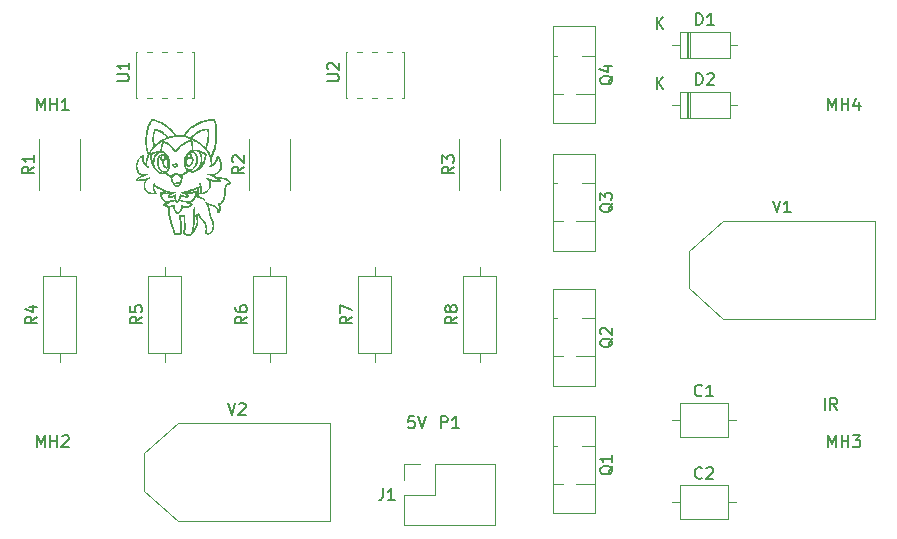
<source format=gto>
G04 #@! TF.GenerationSoftware,KiCad,Pcbnew,(5.1.10)-1*
G04 #@! TF.CreationDate,2022-12-18T22:04:33+09:00*
G04 #@! TF.ProjectId,MD,4d442e6b-6963-4616-945f-706362585858,rev?*
G04 #@! TF.SameCoordinates,PX2faf080PY2625a00*
G04 #@! TF.FileFunction,Legend,Top*
G04 #@! TF.FilePolarity,Positive*
%FSLAX46Y46*%
G04 Gerber Fmt 4.6, Leading zero omitted, Abs format (unit mm)*
G04 Created by KiCad (PCBNEW (5.1.10)-1) date 2022-12-18 22:04:33*
%MOMM*%
%LPD*%
G01*
G04 APERTURE LIST*
%ADD10C,0.150000*%
%ADD11C,0.010000*%
%ADD12C,0.120000*%
G04 APERTURE END LIST*
D10*
X36891904Y-35636380D02*
X36891904Y-34636380D01*
X37272857Y-34636380D01*
X37368095Y-34684000D01*
X37415714Y-34731619D01*
X37463333Y-34826857D01*
X37463333Y-34969714D01*
X37415714Y-35064952D01*
X37368095Y-35112571D01*
X37272857Y-35160190D01*
X36891904Y-35160190D01*
X38415714Y-35636380D02*
X37844285Y-35636380D01*
X38130000Y-35636380D02*
X38130000Y-34636380D01*
X38034761Y-34779238D01*
X37939523Y-34874476D01*
X37844285Y-34922095D01*
X34645523Y-34636380D02*
X34169333Y-34636380D01*
X34121714Y-35112571D01*
X34169333Y-35064952D01*
X34264571Y-35017333D01*
X34502666Y-35017333D01*
X34597904Y-35064952D01*
X34645523Y-35112571D01*
X34693142Y-35207809D01*
X34693142Y-35445904D01*
X34645523Y-35541142D01*
X34597904Y-35588761D01*
X34502666Y-35636380D01*
X34264571Y-35636380D01*
X34169333Y-35588761D01*
X34121714Y-35541142D01*
X34978857Y-34636380D02*
X35312190Y-35636380D01*
X35645523Y-34636380D01*
X69388000Y-34112380D02*
X69388000Y-33112380D01*
X70435619Y-34112380D02*
X70102285Y-33636190D01*
X69864190Y-34112380D02*
X69864190Y-33112380D01*
X70245142Y-33112380D01*
X70340380Y-33160000D01*
X70388000Y-33207619D01*
X70435619Y-33302857D01*
X70435619Y-33445714D01*
X70388000Y-33540952D01*
X70340380Y-33588571D01*
X70245142Y-33636190D01*
X69864190Y-33636190D01*
D11*
G36*
X17530286Y-9469063D02*
G01*
X17594674Y-9478275D01*
X17643692Y-9496544D01*
X17682171Y-9526243D01*
X17714941Y-9569740D01*
X17736980Y-9609491D01*
X17768507Y-9687302D01*
X17796130Y-9787714D01*
X17819688Y-9908206D01*
X17839023Y-10046257D01*
X17853975Y-10199348D01*
X17864385Y-10364955D01*
X17870094Y-10540560D01*
X17870943Y-10723640D01*
X17866772Y-10911675D01*
X17857422Y-11102144D01*
X17843062Y-11288950D01*
X17825948Y-11426850D01*
X17799069Y-11579878D01*
X17763898Y-11742726D01*
X17721911Y-11910088D01*
X17674583Y-12076655D01*
X17623389Y-12237122D01*
X17569804Y-12386180D01*
X17515303Y-12518522D01*
X17481263Y-12590721D01*
X17445578Y-12666237D01*
X17422811Y-12727358D01*
X17411636Y-12780718D01*
X17410727Y-12832950D01*
X17418757Y-12890689D01*
X17420007Y-12897052D01*
X17429297Y-12949681D01*
X17439518Y-13017597D01*
X17449231Y-13090799D01*
X17455042Y-13140617D01*
X17462484Y-13200419D01*
X17470589Y-13251255D01*
X17478361Y-13287608D01*
X17484580Y-13303760D01*
X17498523Y-13303403D01*
X17525571Y-13286052D01*
X17567030Y-13250771D01*
X17595874Y-13223931D01*
X17683768Y-13133582D01*
X17751428Y-13046862D01*
X17802149Y-12957828D01*
X17839225Y-12860538D01*
X17865950Y-12749049D01*
X17869270Y-12730732D01*
X17882646Y-12666142D01*
X17897551Y-12625223D01*
X17916542Y-12606270D01*
X17942178Y-12607576D01*
X17977015Y-12627432D01*
X17999088Y-12644104D01*
X18060183Y-12705307D01*
X18117507Y-12786920D01*
X18169069Y-12884016D01*
X18212877Y-12991669D01*
X18246938Y-13104950D01*
X18269260Y-13218934D01*
X18277851Y-13328692D01*
X18277883Y-13333650D01*
X18266139Y-13481231D01*
X18230704Y-13621522D01*
X18172654Y-13752864D01*
X18093066Y-13873599D01*
X17993016Y-13982069D01*
X17873582Y-14076617D01*
X17748150Y-14149559D01*
X17700102Y-14171073D01*
X17653045Y-14188340D01*
X17623509Y-14196235D01*
X17593869Y-14205010D01*
X17579827Y-14216006D01*
X17579755Y-14219115D01*
X17594596Y-14234566D01*
X17627329Y-14255646D01*
X17671927Y-14279429D01*
X17722366Y-14302993D01*
X17772620Y-14323412D01*
X17816664Y-14337761D01*
X17831175Y-14341143D01*
X17876290Y-14348197D01*
X17936128Y-14355276D01*
X18000042Y-14361170D01*
X18021200Y-14362716D01*
X18225729Y-14387236D01*
X18416130Y-14432263D01*
X18591995Y-14497629D01*
X18752913Y-14583169D01*
X18898479Y-14688715D01*
X18964175Y-14747779D01*
X18998405Y-14783251D01*
X19016864Y-14810734D01*
X19023900Y-14837741D01*
X19024500Y-14851959D01*
X19021640Y-14879049D01*
X19010303Y-14899407D01*
X18986350Y-14915902D01*
X18945640Y-14931402D01*
X18885295Y-14948445D01*
X18803027Y-14980179D01*
X18735189Y-15029579D01*
X18678680Y-15099311D01*
X18649175Y-15151514D01*
X18637510Y-15176550D01*
X18628632Y-15201579D01*
X18621897Y-15231013D01*
X18616662Y-15269267D01*
X18612283Y-15320752D01*
X18608117Y-15389882D01*
X18604728Y-15456314D01*
X18596706Y-15607696D01*
X18588421Y-15736533D01*
X18579424Y-15845679D01*
X18569267Y-15937989D01*
X18557500Y-16016317D01*
X18543677Y-16083517D01*
X18527348Y-16142444D01*
X18508064Y-16195951D01*
X18485378Y-16246895D01*
X18478254Y-16261289D01*
X18414215Y-16366075D01*
X18327486Y-16472890D01*
X18220342Y-16579077D01*
X18167250Y-16624970D01*
X18103750Y-16677703D01*
X18127496Y-16739226D01*
X18165115Y-16859295D01*
X18183743Y-16973458D01*
X18183500Y-17079139D01*
X18164506Y-17173762D01*
X18126878Y-17254752D01*
X18102127Y-17288153D01*
X18062345Y-17324950D01*
X18015864Y-17353630D01*
X17970155Y-17370592D01*
X17932691Y-17372236D01*
X17929500Y-17371361D01*
X17919381Y-17367574D01*
X17912687Y-17361161D01*
X17909387Y-17348266D01*
X17909448Y-17325035D01*
X17912839Y-17287613D01*
X17919529Y-17232144D01*
X17927826Y-17167605D01*
X17924254Y-17107242D01*
X17897421Y-17045844D01*
X17846567Y-16981852D01*
X17828573Y-16963882D01*
X17769244Y-16912899D01*
X17702617Y-16868174D01*
X17622954Y-16826353D01*
X17524519Y-16784080D01*
X17513851Y-16779868D01*
X17419993Y-16744372D01*
X17344591Y-16719119D01*
X17283410Y-16702941D01*
X17232214Y-16694668D01*
X17198875Y-16692950D01*
X17173435Y-16693844D01*
X17156428Y-16698922D01*
X17147774Y-16711529D01*
X17147395Y-16735009D01*
X17155212Y-16772708D01*
X17171148Y-16827971D01*
X17194009Y-16900640D01*
X17209572Y-16950654D01*
X17223395Y-16998318D01*
X17236308Y-17047364D01*
X17249138Y-17101524D01*
X17262713Y-17164532D01*
X17277863Y-17240120D01*
X17295414Y-17332021D01*
X17316195Y-17443968D01*
X17324013Y-17486550D01*
X17364787Y-17663951D01*
X17420650Y-17828508D01*
X17476887Y-17954465D01*
X17519084Y-18040940D01*
X17551096Y-18109859D01*
X17574324Y-18166271D01*
X17590168Y-18215223D01*
X17600027Y-18261765D01*
X17605300Y-18310945D01*
X17607388Y-18367813D01*
X17607702Y-18426350D01*
X17606738Y-18508909D01*
X17603451Y-18573947D01*
X17597044Y-18629296D01*
X17586722Y-18682788D01*
X17578009Y-18718450D01*
X17535767Y-18852925D01*
X17484568Y-18964887D01*
X17424710Y-19053997D01*
X17356491Y-19119916D01*
X17280208Y-19162306D01*
X17196159Y-19180827D01*
X17170981Y-19181689D01*
X17077214Y-19174864D01*
X17004521Y-19155453D01*
X16953278Y-19123672D01*
X16923865Y-19079741D01*
X16916300Y-19034705D01*
X16920277Y-18993199D01*
X16930578Y-18940866D01*
X16941536Y-18900556D01*
X16961432Y-18801611D01*
X16964681Y-18689453D01*
X16951705Y-18569679D01*
X16922928Y-18447883D01*
X16902848Y-18388250D01*
X16881513Y-18337003D01*
X16855703Y-18288413D01*
X16822074Y-18237436D01*
X16777278Y-18179033D01*
X16717971Y-18108163D01*
X16713463Y-18102922D01*
X16631198Y-18004880D01*
X16555475Y-17909705D01*
X16489558Y-17821684D01*
X16436709Y-17745105D01*
X16415792Y-17711757D01*
X16375771Y-17655308D01*
X16335167Y-17616559D01*
X16296714Y-17597074D01*
X16263145Y-17598412D01*
X16243429Y-17613273D01*
X16237357Y-17626629D01*
X16235200Y-17650171D01*
X16237093Y-17687966D01*
X16243171Y-17744083D01*
X16249377Y-17791913D01*
X16265465Y-17936256D01*
X16271563Y-18062316D01*
X16267140Y-18175385D01*
X16251665Y-18280754D01*
X16224607Y-18383712D01*
X16185435Y-18489551D01*
X16177469Y-18508359D01*
X16151659Y-18568873D01*
X16126120Y-18629698D01*
X16104808Y-18681377D01*
X16097033Y-18700681D01*
X16063886Y-18769846D01*
X16015741Y-18850815D01*
X15956286Y-18938188D01*
X15889207Y-19026562D01*
X15818191Y-19110535D01*
X15814612Y-19114511D01*
X15765881Y-19167099D01*
X15727977Y-19203954D01*
X15695862Y-19229177D01*
X15664501Y-19246872D01*
X15639209Y-19257386D01*
X15559686Y-19276953D01*
X15468106Y-19283013D01*
X15373929Y-19275557D01*
X15296069Y-19257699D01*
X15210026Y-19223043D01*
X15145566Y-19179833D01*
X15103986Y-19132653D01*
X15078425Y-19086525D01*
X15067090Y-19040936D01*
X15069687Y-18989180D01*
X15085916Y-18924550D01*
X15093731Y-18900673D01*
X15128446Y-18798517D01*
X15121099Y-18313983D01*
X15119177Y-18202664D01*
X15116909Y-18096984D01*
X15114398Y-18000198D01*
X15111745Y-17915560D01*
X15109054Y-17846324D01*
X15106427Y-17795745D01*
X15103968Y-17767076D01*
X15103801Y-17765950D01*
X15093850Y-17702450D01*
X14949009Y-17698840D01*
X14804169Y-17695231D01*
X14812198Y-17832190D01*
X14816868Y-17894854D01*
X14824246Y-17974036D01*
X14833452Y-18061108D01*
X14843605Y-18147444D01*
X14847585Y-18178700D01*
X14858082Y-18267381D01*
X14865840Y-18354109D01*
X14871216Y-18445324D01*
X14874566Y-18547463D01*
X14876249Y-18666968D01*
X14876446Y-18699400D01*
X14877950Y-19010550D01*
X14841948Y-19083866D01*
X14817063Y-19128967D01*
X14790210Y-19162402D01*
X14757237Y-19185858D01*
X14713990Y-19201017D01*
X14656314Y-19209564D01*
X14580056Y-19213183D01*
X14521788Y-19213691D01*
X14432767Y-19212393D01*
X14365369Y-19206397D01*
X14315870Y-19192652D01*
X14280547Y-19168106D01*
X14255675Y-19129709D01*
X14237531Y-19074409D01*
X14222391Y-18999153D01*
X14216456Y-18963485D01*
X14204636Y-18901407D01*
X14189782Y-18838741D01*
X14174695Y-18787048D01*
X14171479Y-18777904D01*
X14049343Y-18424272D01*
X13947969Y-18081597D01*
X13867516Y-17750539D01*
X13808140Y-17431755D01*
X13770001Y-17125903D01*
X13767090Y-17092850D01*
X13760237Y-17013078D01*
X13754528Y-16955122D01*
X13749008Y-16915487D01*
X13742807Y-16891023D01*
X13849250Y-16891023D01*
X13849713Y-17118936D01*
X13850007Y-17182477D01*
X13850954Y-17237915D01*
X13853074Y-17288490D01*
X13856884Y-17337445D01*
X13862902Y-17388021D01*
X13871646Y-17443460D01*
X13883636Y-17507002D01*
X13899388Y-17581891D01*
X13919422Y-17671366D01*
X13944255Y-17778669D01*
X13974406Y-17907043D01*
X13978458Y-17924236D01*
X14008501Y-18047907D01*
X14038649Y-18163383D01*
X14070700Y-18276716D01*
X14106446Y-18393955D01*
X14147685Y-18521150D01*
X14196211Y-18664352D01*
X14209488Y-18702772D01*
X14230695Y-18769629D01*
X14251346Y-18844199D01*
X14267453Y-18911938D01*
X14269328Y-18921102D01*
X14282130Y-18975943D01*
X14297120Y-19025890D01*
X14311525Y-19061980D01*
X14314728Y-19067818D01*
X14355180Y-19110275D01*
X14416469Y-19140227D01*
X14496979Y-19157043D01*
X14552123Y-19160534D01*
X14624227Y-19157604D01*
X14679706Y-19143466D01*
X14726060Y-19114856D01*
X14770787Y-19068514D01*
X14774697Y-19063724D01*
X14813837Y-19015298D01*
X14810937Y-18746224D01*
X14809196Y-18618323D01*
X14806733Y-18509986D01*
X14803168Y-18415382D01*
X14798124Y-18328679D01*
X14791222Y-18244042D01*
X14782083Y-18155641D01*
X14770328Y-18057641D01*
X14762094Y-17993572D01*
X14752195Y-17912672D01*
X14743995Y-17835537D01*
X14737976Y-17767597D01*
X14734625Y-17714282D01*
X14734335Y-17682422D01*
X14738250Y-17613550D01*
X14904974Y-17618020D01*
X14985591Y-17619109D01*
X15041413Y-17617364D01*
X15072888Y-17612759D01*
X15080349Y-17608495D01*
X15098414Y-17594310D01*
X15117468Y-17602568D01*
X15133411Y-17630829D01*
X15136793Y-17642125D01*
X15144764Y-17685851D01*
X15152496Y-17752411D01*
X15159835Y-17839239D01*
X15166628Y-17943770D01*
X15172722Y-18063436D01*
X15177964Y-18195673D01*
X15182199Y-18337914D01*
X15184427Y-18439050D01*
X15186396Y-18545442D01*
X15187691Y-18629934D01*
X15188127Y-18696022D01*
X15187518Y-18747200D01*
X15185681Y-18786964D01*
X15182429Y-18818809D01*
X15177578Y-18846230D01*
X15170944Y-18872724D01*
X15162341Y-18901784D01*
X15159448Y-18911199D01*
X15145503Y-18962509D01*
X15136510Y-19007664D01*
X15133910Y-19038926D01*
X15134619Y-19044549D01*
X15150836Y-19077990D01*
X15180523Y-19115656D01*
X15215675Y-19148202D01*
X15233550Y-19160052D01*
X15287220Y-19180812D01*
X15357641Y-19195787D01*
X15436678Y-19204262D01*
X15516192Y-19205523D01*
X15588046Y-19198855D01*
X15614105Y-19193486D01*
X15671000Y-19168241D01*
X15724034Y-19125568D01*
X15764161Y-19072905D01*
X15766842Y-19067908D01*
X15784989Y-19023178D01*
X15802327Y-18960003D01*
X15809242Y-18925883D01*
X15875350Y-18925883D01*
X15884496Y-18926783D01*
X15890775Y-18925164D01*
X15903928Y-18912240D01*
X15924456Y-18882466D01*
X15948391Y-18841721D01*
X15953633Y-18832031D01*
X15987928Y-18764640D01*
X16025728Y-18685308D01*
X16064716Y-18599417D01*
X16102575Y-18512344D01*
X16136987Y-18429472D01*
X16165637Y-18356180D01*
X16186205Y-18297847D01*
X16192068Y-18278415D01*
X16205563Y-18224286D01*
X16213539Y-18175127D01*
X16215833Y-18125381D01*
X16212286Y-18069492D01*
X16202735Y-18001905D01*
X16187020Y-17917063D01*
X16180672Y-17885406D01*
X16162816Y-17799208D01*
X16148356Y-17734894D01*
X16136182Y-17689352D01*
X16125183Y-17659469D01*
X16114251Y-17642131D01*
X16102275Y-17634227D01*
X16090537Y-17632600D01*
X16051493Y-17644272D01*
X16022424Y-17679165D01*
X16003445Y-17737089D01*
X15996652Y-17786100D01*
X15979328Y-17982330D01*
X15963788Y-18154711D01*
X15949885Y-18304719D01*
X15937471Y-18433831D01*
X15926397Y-18543523D01*
X15916515Y-18635273D01*
X15907678Y-18710556D01*
X15899736Y-18770850D01*
X15894243Y-18807350D01*
X15886091Y-18858016D01*
X15879677Y-18898163D01*
X15875931Y-18921956D01*
X15875350Y-18925883D01*
X15809242Y-18925883D01*
X15819243Y-18876540D01*
X15836122Y-18770942D01*
X15849259Y-18674000D01*
X15870202Y-18505252D01*
X15887350Y-18355337D01*
X15901119Y-18218279D01*
X15911925Y-18088106D01*
X15920184Y-17958843D01*
X15926312Y-17824517D01*
X15930724Y-17679152D01*
X15933838Y-17516776D01*
X15934818Y-17445275D01*
X15936594Y-17326224D01*
X15938761Y-17219488D01*
X15941241Y-17127248D01*
X15943955Y-17051680D01*
X15946825Y-16994964D01*
X15949772Y-16959277D01*
X15952719Y-16946800D01*
X15952736Y-16946800D01*
X15962805Y-16951612D01*
X15971098Y-16967638D01*
X15977913Y-16997258D01*
X15983548Y-17042855D01*
X15988301Y-17106809D01*
X15992469Y-17191501D01*
X15996187Y-17294203D01*
X15999245Y-17377122D01*
X16002713Y-17451221D01*
X16006359Y-17512836D01*
X16009952Y-17558306D01*
X16013260Y-17583968D01*
X16014803Y-17588276D01*
X16031399Y-17587943D01*
X16062693Y-17580480D01*
X16079967Y-17575012D01*
X16123680Y-17561952D01*
X16178399Y-17548045D01*
X16218077Y-17539272D01*
X16300350Y-17522558D01*
X16306700Y-17466454D01*
X16314571Y-17426932D01*
X16326204Y-17412130D01*
X16341221Y-17422247D01*
X16352533Y-17442100D01*
X16407982Y-17555621D01*
X16459731Y-17652994D01*
X16511776Y-17740298D01*
X16568110Y-17823614D01*
X16632728Y-17909024D01*
X16709624Y-18002609D01*
X16757110Y-18058050D01*
X16825279Y-18140347D01*
X16877935Y-18213395D01*
X16919067Y-18284217D01*
X16952666Y-18359837D01*
X16982719Y-18447278D01*
X16987951Y-18464450D01*
X17012764Y-18573490D01*
X17024459Y-18686895D01*
X17022923Y-18797294D01*
X17008041Y-18897318D01*
X16995269Y-18941981D01*
X16978442Y-19005906D01*
X16979080Y-19053683D01*
X16998613Y-19087009D01*
X17038466Y-19107579D01*
X17100068Y-19117089D01*
X17143620Y-19118221D01*
X17228958Y-19106258D01*
X17305043Y-19071006D01*
X17371970Y-19012354D01*
X17429835Y-18930195D01*
X17478732Y-18824421D01*
X17518756Y-18694923D01*
X17520222Y-18689053D01*
X17541850Y-18595337D01*
X17555076Y-18518964D01*
X17560096Y-18453381D01*
X17557108Y-18392031D01*
X17546306Y-18328358D01*
X17532690Y-18273255D01*
X17513876Y-18213047D01*
X17486910Y-18139054D01*
X17455199Y-18060102D01*
X17422155Y-17985021D01*
X17417701Y-17975500D01*
X17375405Y-17884010D01*
X17342778Y-17807719D01*
X17317555Y-17739403D01*
X17297473Y-17671837D01*
X17280269Y-17597797D01*
X17263679Y-17510058D01*
X17253867Y-17452571D01*
X17225025Y-17288440D01*
X17196552Y-17145972D01*
X17167382Y-17021472D01*
X17136445Y-16911242D01*
X17102675Y-16811586D01*
X17065003Y-16718809D01*
X17022361Y-16629215D01*
X17007927Y-16601437D01*
X16980923Y-16548365D01*
X16960105Y-16503437D01*
X16947485Y-16471302D01*
X16945074Y-16456608D01*
X16945184Y-16456482D01*
X16957398Y-16460819D01*
X16982038Y-16480301D01*
X17014560Y-16511173D01*
X17027388Y-16524421D01*
X17065140Y-16562984D01*
X17093376Y-16586788D01*
X17119323Y-16600176D01*
X17150205Y-16607489D01*
X17170300Y-16610293D01*
X17280916Y-16631191D01*
X17402624Y-16666244D01*
X17527580Y-16712681D01*
X17647937Y-16767729D01*
X17709813Y-16800946D01*
X17777883Y-16841918D01*
X17829357Y-16879128D01*
X17871066Y-16918631D01*
X17909843Y-16966478D01*
X17931751Y-16997600D01*
X17970917Y-17059892D01*
X17993773Y-17110629D01*
X18001885Y-17156298D01*
X17996823Y-17203384D01*
X17988706Y-17233143D01*
X17977898Y-17271888D01*
X17972637Y-17299957D01*
X17973326Y-17309559D01*
X17987750Y-17307946D01*
X18011499Y-17289681D01*
X18040099Y-17259437D01*
X18069077Y-17221887D01*
X18091634Y-17185975D01*
X18110659Y-17148670D01*
X18121943Y-17115674D01*
X18127440Y-17077836D01*
X18129104Y-17026005D01*
X18129150Y-17010300D01*
X18127954Y-16952357D01*
X18122840Y-16909016D01*
X18111511Y-16869532D01*
X18091672Y-16823158D01*
X18087115Y-16813450D01*
X18062055Y-16765032D01*
X18035744Y-16721442D01*
X18013622Y-16691647D01*
X18012441Y-16690383D01*
X17989742Y-16657776D01*
X17991278Y-16632768D01*
X18017074Y-16615277D01*
X18036216Y-16609917D01*
X18082520Y-16596275D01*
X18126214Y-16574239D01*
X18173032Y-16540143D01*
X18228704Y-16490319D01*
X18239913Y-16479585D01*
X18308763Y-16408058D01*
X18365711Y-16336294D01*
X18412003Y-16260824D01*
X18448884Y-16178176D01*
X18477602Y-16084880D01*
X18499401Y-15977466D01*
X18515529Y-15852463D01*
X18527230Y-15706401D01*
X18529169Y-15674014D01*
X18536999Y-15543303D01*
X18544569Y-15434998D01*
X18552462Y-15346120D01*
X18561261Y-15273689D01*
X18571547Y-15214725D01*
X18583902Y-15166248D01*
X18598909Y-15125278D01*
X18617151Y-15088837D01*
X18639208Y-15053943D01*
X18654510Y-15032519D01*
X18718081Y-14966083D01*
X18798833Y-14916855D01*
X18875551Y-14889472D01*
X18923821Y-14873874D01*
X18951666Y-14857161D01*
X18958960Y-14836606D01*
X18945573Y-14809485D01*
X18911377Y-14773072D01*
X18868273Y-14734840D01*
X18739648Y-14641056D01*
X18592109Y-14562401D01*
X18427708Y-14499665D01*
X18248496Y-14453636D01*
X18065650Y-14426027D01*
X18016206Y-14420438D01*
X17970465Y-14414475D01*
X17948175Y-14411065D01*
X17917275Y-14409047D01*
X17909296Y-14417320D01*
X17924101Y-14435518D01*
X17961555Y-14463273D01*
X17969309Y-14468362D01*
X18011347Y-14499567D01*
X18055339Y-14538678D01*
X18096779Y-14580839D01*
X18131158Y-14621190D01*
X18153970Y-14654875D01*
X18160900Y-14674837D01*
X18153150Y-14695786D01*
X18128361Y-14710493D01*
X18084219Y-14719584D01*
X18018411Y-14723685D01*
X17979098Y-14724067D01*
X17852979Y-14718235D01*
X17710611Y-14701781D01*
X17558396Y-14675574D01*
X17452607Y-14652642D01*
X17395671Y-14639947D01*
X17348238Y-14630665D01*
X17315463Y-14625716D01*
X17302630Y-14625835D01*
X17302317Y-14640661D01*
X17308382Y-14672326D01*
X17317564Y-14707059D01*
X17330288Y-14770627D01*
X17337707Y-14850760D01*
X17339808Y-14939180D01*
X17336574Y-15027611D01*
X17327991Y-15107775D01*
X17318394Y-15156100D01*
X17271409Y-15289785D01*
X17203101Y-15410762D01*
X17115020Y-15517367D01*
X17008715Y-15607935D01*
X16885736Y-15680802D01*
X16793960Y-15719185D01*
X16737216Y-15736528D01*
X16672814Y-15751784D01*
X16607248Y-15763906D01*
X16547016Y-15771843D01*
X16498614Y-15774549D01*
X16469991Y-15771476D01*
X16454955Y-15762303D01*
X16449231Y-15744634D01*
X16453199Y-15714613D01*
X16467243Y-15668385D01*
X16485038Y-15619650D01*
X16499177Y-15576012D01*
X16508804Y-15528726D01*
X16514974Y-15470649D01*
X16518744Y-15394638D01*
X16518863Y-15391050D01*
X16519932Y-15309753D01*
X16516545Y-15250447D01*
X16507899Y-15209986D01*
X16493192Y-15185226D01*
X16471620Y-15173020D01*
X16462759Y-15171196D01*
X16443386Y-15172867D01*
X16425712Y-15185944D01*
X16407867Y-15213516D01*
X16387983Y-15258676D01*
X16364191Y-15324513D01*
X16356792Y-15346424D01*
X16341539Y-15392868D01*
X16330865Y-15429991D01*
X16324122Y-15463837D01*
X16320660Y-15500456D01*
X16319831Y-15545893D01*
X16320987Y-15606195D01*
X16322738Y-15663924D01*
X16327874Y-15771669D01*
X16336068Y-15856422D01*
X16347870Y-15920465D01*
X16363828Y-15966082D01*
X16384492Y-15995556D01*
X16405787Y-16009468D01*
X16512090Y-16056098D01*
X16604123Y-16104018D01*
X16692628Y-16158927D01*
X16711366Y-16171602D01*
X16775192Y-16216400D01*
X16819691Y-16250623D01*
X16847342Y-16276719D01*
X16860627Y-16297134D01*
X16862026Y-16314316D01*
X16860637Y-16318854D01*
X16853176Y-16328167D01*
X16838897Y-16325369D01*
X16812962Y-16308639D01*
X16792421Y-16293181D01*
X16657040Y-16198739D01*
X16523349Y-16126337D01*
X16385815Y-16073664D01*
X16238907Y-16038407D01*
X16152069Y-16025597D01*
X16079988Y-16017009D01*
X16052113Y-16072329D01*
X16010429Y-16140561D01*
X15952166Y-16215687D01*
X15882610Y-16291677D01*
X15807046Y-16362500D01*
X15773300Y-16390437D01*
X15694938Y-16444891D01*
X15620159Y-16479415D01*
X15541748Y-16497071D01*
X15516125Y-16499559D01*
X15465514Y-16504730D01*
X15437807Y-16511553D01*
X15433411Y-16520329D01*
X15452736Y-16531362D01*
X15496190Y-16544951D01*
X15564181Y-16561400D01*
X15614550Y-16572270D01*
X15690598Y-16591314D01*
X15742278Y-16611443D01*
X15769193Y-16632473D01*
X15773300Y-16644785D01*
X15763902Y-16671927D01*
X15738857Y-16708656D01*
X15702884Y-16749382D01*
X15660704Y-16788516D01*
X15635164Y-16808347D01*
X15536297Y-16864108D01*
X15421736Y-16901938D01*
X15294640Y-16920920D01*
X15238863Y-16923048D01*
X15153831Y-16920375D01*
X15083533Y-16911502D01*
X15031631Y-16897078D01*
X15005584Y-16881765D01*
X14982952Y-16871701D01*
X14972822Y-16870600D01*
X14960415Y-16877390D01*
X14948966Y-16900224D01*
X14936925Y-16942798D01*
X14930380Y-16971793D01*
X14890877Y-17101498D01*
X14831078Y-17222961D01*
X14753988Y-17330543D01*
X14719098Y-17368311D01*
X14669133Y-17416346D01*
X14628413Y-17447801D01*
X14592936Y-17462095D01*
X14558703Y-17458647D01*
X14521710Y-17436875D01*
X14477958Y-17396199D01*
X14423444Y-17336037D01*
X14412811Y-17323821D01*
X14349053Y-17242094D01*
X14293260Y-17154595D01*
X14248790Y-17067520D01*
X14219000Y-16987064D01*
X14210547Y-16950606D01*
X14200609Y-16892023D01*
X14193012Y-16854495D01*
X14184621Y-16834275D01*
X14172298Y-16827614D01*
X14152908Y-16830765D01*
X14123314Y-16839981D01*
X14119059Y-16841277D01*
X14072473Y-16853217D01*
X14013137Y-16865584D01*
X13953522Y-16875791D01*
X13950850Y-16876185D01*
X13849250Y-16891023D01*
X13742807Y-16891023D01*
X13742718Y-16890675D01*
X13734701Y-16877190D01*
X13724001Y-16871536D01*
X13709660Y-16870216D01*
X13706133Y-16870162D01*
X13677642Y-16865344D01*
X13634502Y-16853031D01*
X13585404Y-16835748D01*
X13578915Y-16833219D01*
X13498347Y-16796576D01*
X13437753Y-16758581D01*
X13398459Y-16720490D01*
X13381787Y-16683553D01*
X13387382Y-16652020D01*
X13404664Y-16637842D01*
X13440402Y-16620213D01*
X13488465Y-16602057D01*
X13499822Y-16598365D01*
X13581269Y-16571543D01*
X13638772Y-16550029D01*
X13673145Y-16533465D01*
X13685201Y-16521488D01*
X13683223Y-16517198D01*
X13664729Y-16508485D01*
X13630952Y-16497491D01*
X13610207Y-16491892D01*
X13531564Y-16461660D01*
X13449733Y-16411778D01*
X13369687Y-16346654D01*
X13296402Y-16270689D01*
X13234850Y-16188290D01*
X13202083Y-16130520D01*
X13165981Y-16046922D01*
X13137916Y-15961732D01*
X13118587Y-15879326D01*
X13108691Y-15804080D01*
X13108734Y-15792243D01*
X13169994Y-15792243D01*
X13174367Y-15838228D01*
X13186311Y-15899091D01*
X13203607Y-15966273D01*
X13224036Y-16031215D01*
X13245379Y-16085356D01*
X13246743Y-16088294D01*
X13272145Y-16130189D01*
X13311941Y-16182181D01*
X13360738Y-16238440D01*
X13413142Y-16293138D01*
X13463760Y-16340444D01*
X13507199Y-16374532D01*
X13517692Y-16381118D01*
X13553267Y-16397043D01*
X13605220Y-16414630D01*
X13664921Y-16431110D01*
X13695661Y-16438216D01*
X13758131Y-16451832D01*
X13799878Y-16461991D01*
X13825064Y-16470339D01*
X13837848Y-16478519D01*
X13842393Y-16488177D01*
X13842900Y-16496416D01*
X13831880Y-16509612D01*
X13802100Y-16529570D01*
X13758478Y-16553860D01*
X13705934Y-16580054D01*
X13649386Y-16605723D01*
X13593753Y-16628438D01*
X13543954Y-16645771D01*
X13535159Y-16648369D01*
X13495127Y-16661151D01*
X13465991Y-16673064D01*
X13455663Y-16679915D01*
X13459000Y-16696333D01*
X13483617Y-16717062D01*
X13526173Y-16740173D01*
X13583327Y-16763738D01*
X13625774Y-16778090D01*
X13742889Y-16804947D01*
X13862553Y-16814517D01*
X13979205Y-16807164D01*
X14087283Y-16783251D01*
X14181225Y-16743141D01*
X14183852Y-16741642D01*
X14215591Y-16725794D01*
X14237797Y-16719146D01*
X14242765Y-16720131D01*
X14247340Y-16735398D01*
X14253262Y-16770081D01*
X14259611Y-16818297D01*
X14263294Y-16851764D01*
X14283282Y-16968342D01*
X14319817Y-17073245D01*
X14376265Y-17175605D01*
X14390414Y-17196830D01*
X14427432Y-17246754D01*
X14468257Y-17295133D01*
X14508743Y-17337743D01*
X14544741Y-17370358D01*
X14572104Y-17388754D01*
X14581342Y-17391300D01*
X14602832Y-17382755D01*
X14633415Y-17360729D01*
X14656483Y-17339716D01*
X14691208Y-17300855D01*
X14729550Y-17251758D01*
X14758151Y-17210642D01*
X14789655Y-17153584D01*
X14820307Y-17083599D01*
X14847563Y-17008195D01*
X14868879Y-16934877D01*
X14881712Y-16871154D01*
X14884300Y-16838299D01*
X14888288Y-16796866D01*
X14902111Y-16775963D01*
X14928558Y-16774487D01*
X14970416Y-16791335D01*
X14984386Y-16798700D01*
X15094552Y-16844680D01*
X15210009Y-16866466D01*
X15328306Y-16864058D01*
X15446995Y-16837454D01*
X15540133Y-16798975D01*
X15583439Y-16773562D01*
X15626246Y-16742328D01*
X15663091Y-16710027D01*
X15688507Y-16681413D01*
X15697100Y-16662412D01*
X15685371Y-16652924D01*
X15653829Y-16642724D01*
X15608523Y-16633674D01*
X15546868Y-16619641D01*
X15481334Y-16597485D01*
X15416434Y-16569621D01*
X15356682Y-16538463D01*
X15306593Y-16506427D01*
X15270681Y-16475927D01*
X15253459Y-16449379D01*
X15252600Y-16443254D01*
X15256219Y-16434695D01*
X15270008Y-16430121D01*
X15298366Y-16429174D01*
X15345691Y-16431492D01*
X15372876Y-16433396D01*
X15434916Y-16436954D01*
X15481293Y-16436322D01*
X15521527Y-16430624D01*
X15565136Y-16418984D01*
X15579791Y-16414367D01*
X15663165Y-16377689D01*
X15747921Y-16322990D01*
X15828712Y-16255236D01*
X15900191Y-16179391D01*
X15957010Y-16100419D01*
X15990295Y-16033204D01*
X16017008Y-15952702D01*
X16041754Y-15861295D01*
X16061631Y-15770702D01*
X16073021Y-15699025D01*
X16077254Y-15658066D01*
X16076413Y-15636271D01*
X16068702Y-15627616D01*
X16052325Y-15626077D01*
X16051273Y-15626078D01*
X16026867Y-15629549D01*
X15984673Y-15638869D01*
X15931207Y-15652503D01*
X15887600Y-15664644D01*
X15737857Y-15703203D01*
X15602753Y-15727725D01*
X15476418Y-15739165D01*
X15422386Y-15740300D01*
X15371021Y-15741241D01*
X15330939Y-15743769D01*
X15307655Y-15747440D01*
X15304009Y-15749825D01*
X15313905Y-15761446D01*
X15339298Y-15782861D01*
X15374747Y-15809488D01*
X15375671Y-15810150D01*
X15426763Y-15852020D01*
X15467767Y-15895957D01*
X15495071Y-15937265D01*
X15505059Y-15971249D01*
X15504526Y-15977539D01*
X15491131Y-15997203D01*
X15462822Y-16018367D01*
X15451542Y-16024437D01*
X15427881Y-16034739D01*
X15404353Y-16040706D01*
X15374887Y-16042663D01*
X15333411Y-16040936D01*
X15273851Y-16035847D01*
X15261042Y-16034629D01*
X15132867Y-16018224D01*
X15021104Y-15995470D01*
X14929693Y-15967198D01*
X14915924Y-15961678D01*
X14870143Y-15945605D01*
X14841067Y-15944986D01*
X14824098Y-15961444D01*
X14814636Y-15996602D01*
X14814497Y-15997475D01*
X14789888Y-16105119D01*
X14752271Y-16206537D01*
X14704079Y-16297530D01*
X14647746Y-16373903D01*
X14585705Y-16431460D01*
X14549947Y-16453618D01*
X14505964Y-16469531D01*
X14469515Y-16465539D01*
X14435077Y-16439947D01*
X14411274Y-16411093D01*
X14378373Y-16358882D01*
X14355072Y-16301784D01*
X14339720Y-16233820D01*
X14330666Y-16149010D01*
X14328547Y-16111420D01*
X14325218Y-16053899D01*
X14321207Y-16006453D01*
X14317046Y-15974385D01*
X14313657Y-15963080D01*
X14298750Y-15964751D01*
X14265984Y-15973579D01*
X14221309Y-15987879D01*
X14200583Y-15995058D01*
X14078834Y-16034804D01*
X13972560Y-16062580D01*
X13883860Y-16077915D01*
X13819400Y-16080620D01*
X13747650Y-16076850D01*
X13743750Y-16015815D01*
X13742602Y-15988260D01*
X13745327Y-15966851D01*
X13754974Y-15946388D01*
X13774594Y-15921670D01*
X13807237Y-15887496D01*
X13835825Y-15858807D01*
X13875009Y-15819191D01*
X13906470Y-15786564D01*
X13926499Y-15764824D01*
X13931800Y-15757916D01*
X13919792Y-15756260D01*
X13886539Y-15754774D01*
X13836195Y-15753567D01*
X13772914Y-15752743D01*
X13719075Y-15752442D01*
X13639975Y-15751545D01*
X13562213Y-15749441D01*
X13492608Y-15746398D01*
X13437976Y-15742685D01*
X13417450Y-15740541D01*
X13359534Y-15733090D01*
X13299985Y-15725331D01*
X13260633Y-15720133D01*
X13213871Y-15716759D01*
X13186463Y-15724758D01*
X13173483Y-15748048D01*
X13170003Y-15790551D01*
X13169994Y-15792243D01*
X13108734Y-15792243D01*
X13108924Y-15740369D01*
X13119983Y-15692569D01*
X13129695Y-15676121D01*
X13148244Y-15658735D01*
X13172695Y-15650669D01*
X13211884Y-15649356D01*
X13220921Y-15649630D01*
X13270006Y-15653781D01*
X13329594Y-15662169D01*
X13378501Y-15671299D01*
X13431947Y-15680312D01*
X13499825Y-15688182D01*
X13575699Y-15694547D01*
X13653136Y-15699046D01*
X13725698Y-15701318D01*
X13786951Y-15701001D01*
X13830459Y-15697734D01*
X13835192Y-15696942D01*
X13867051Y-15685955D01*
X13877014Y-15671938D01*
X13864390Y-15659343D01*
X13841905Y-15653778D01*
X13796894Y-15645596D01*
X13733891Y-15630952D01*
X13658959Y-15611529D01*
X13578163Y-15589008D01*
X13497571Y-15565073D01*
X13423245Y-15541405D01*
X13369446Y-15522724D01*
X13149020Y-15431086D01*
X12942092Y-15323200D01*
X12752294Y-15201082D01*
X12651186Y-15124279D01*
X12619178Y-15101035D01*
X12594400Y-15087812D01*
X12584856Y-15086709D01*
X12570596Y-15107700D01*
X12559475Y-15146772D01*
X12552694Y-15196678D01*
X12551458Y-15250173D01*
X12553357Y-15276584D01*
X12569349Y-15383332D01*
X12592611Y-15470397D01*
X12625392Y-15542998D01*
X12669937Y-15606351D01*
X12716090Y-15654379D01*
X12757167Y-15694962D01*
X12778841Y-15722439D01*
X12782369Y-15738483D01*
X12780846Y-15740633D01*
X12752832Y-15755014D01*
X12704647Y-15765588D01*
X12641237Y-15772348D01*
X12567546Y-15775286D01*
X12488519Y-15774395D01*
X12409100Y-15769666D01*
X12334233Y-15761093D01*
X12268864Y-15748668D01*
X12242700Y-15741455D01*
X12142859Y-15700528D01*
X12043684Y-15642367D01*
X11950504Y-15571342D01*
X11868648Y-15491827D01*
X11803447Y-15408195D01*
X11774155Y-15357076D01*
X11733421Y-15245839D01*
X11714066Y-15125974D01*
X11715755Y-15002032D01*
X11738152Y-14878560D01*
X11780921Y-14760109D01*
X11824113Y-14680527D01*
X11854661Y-14629946D01*
X11870364Y-14597153D01*
X11871605Y-14579602D01*
X11858763Y-14574751D01*
X11839474Y-14578081D01*
X11767472Y-14594010D01*
X11684044Y-14608383D01*
X11593379Y-14620885D01*
X11499663Y-14631202D01*
X11407086Y-14639018D01*
X11319835Y-14644018D01*
X11242099Y-14645888D01*
X11178065Y-14644311D01*
X11131921Y-14638974D01*
X11112400Y-14632773D01*
X11086174Y-14608072D01*
X11076926Y-14584190D01*
X11084925Y-14551474D01*
X11113981Y-14510885D01*
X11161736Y-14464388D01*
X11225829Y-14413947D01*
X11303901Y-14361529D01*
X11393592Y-14309098D01*
X11431472Y-14288936D01*
X11476740Y-14264141D01*
X11511747Y-14242414D01*
X11531479Y-14226994D01*
X11534048Y-14222650D01*
X11523466Y-14210407D01*
X11496332Y-14189870D01*
X11458226Y-14165211D01*
X11452976Y-14162050D01*
X11357664Y-14092838D01*
X11267232Y-14003927D01*
X11186201Y-13901014D01*
X11119092Y-13789798D01*
X11072787Y-13682900D01*
X11058687Y-13636259D01*
X11049938Y-13589575D01*
X11045466Y-13534492D01*
X11044254Y-13465839D01*
X11104619Y-13465839D01*
X11120209Y-13589085D01*
X11155666Y-13708464D01*
X11209018Y-13820827D01*
X11278291Y-13923030D01*
X11361514Y-14011926D01*
X11456715Y-14084367D01*
X11561922Y-14137207D01*
X11621272Y-14156244D01*
X11661689Y-14165435D01*
X11694281Y-14167963D01*
X11729626Y-14163495D01*
X11778300Y-14151699D01*
X11780022Y-14151243D01*
X11840807Y-14137488D01*
X11899370Y-14128363D01*
X11950392Y-14124246D01*
X11988553Y-14125519D01*
X12008533Y-14132561D01*
X12009927Y-14134823D01*
X12001323Y-14144857D01*
X11973305Y-14156445D01*
X11941432Y-14165001D01*
X11830753Y-14194490D01*
X11711654Y-14234476D01*
X11590662Y-14282175D01*
X11474300Y-14334803D01*
X11369092Y-14389574D01*
X11281564Y-14443706D01*
X11271150Y-14451034D01*
X11204765Y-14501790D01*
X11161560Y-14542276D01*
X11141540Y-14572481D01*
X11144710Y-14592392D01*
X11171075Y-14601995D01*
X11209750Y-14602187D01*
X11395555Y-14587251D01*
X11557971Y-14569882D01*
X11698929Y-14549708D01*
X11820357Y-14526357D01*
X11924184Y-14499454D01*
X12012339Y-14468628D01*
X12086750Y-14433506D01*
X12089154Y-14432180D01*
X12133743Y-14408380D01*
X12160840Y-14397034D01*
X12174566Y-14397252D01*
X12179042Y-14408148D01*
X12179199Y-14412762D01*
X12169270Y-14427823D01*
X12142737Y-14452151D01*
X12104487Y-14481471D01*
X12086057Y-14494277D01*
X11988585Y-14569701D01*
X11911025Y-14652611D01*
X11847925Y-14749118D01*
X11832563Y-14778496D01*
X11791424Y-14876913D01*
X11769758Y-14972479D01*
X11766089Y-15074004D01*
X11771843Y-15140878D01*
X11788729Y-15233877D01*
X11816827Y-15313042D01*
X11859922Y-15386228D01*
X11921798Y-15461287D01*
X11930971Y-15471118D01*
X12021584Y-15558138D01*
X12111436Y-15624090D01*
X12205930Y-15671419D01*
X12310471Y-15702568D01*
X12430466Y-15719981D01*
X12490156Y-15723950D01*
X12567926Y-15727252D01*
X12622650Y-15727828D01*
X12656637Y-15724451D01*
X12672199Y-15715894D01*
X12671643Y-15700927D01*
X12657280Y-15678325D01*
X12632594Y-15648241D01*
X12575556Y-15574337D01*
X12536825Y-15505823D01*
X12513141Y-15434668D01*
X12501246Y-15352842D01*
X12499241Y-15319646D01*
X12498336Y-15237546D01*
X12504626Y-15164598D01*
X12519524Y-15085223D01*
X12521080Y-15078346D01*
X12538926Y-15010720D01*
X12559038Y-14951604D01*
X12579639Y-14904936D01*
X12598950Y-14874654D01*
X12615193Y-14864693D01*
X12617350Y-14865232D01*
X12624845Y-14872649D01*
X12626957Y-14890162D01*
X12623656Y-14922966D01*
X12616771Y-14965600D01*
X12614866Y-14988631D01*
X12619637Y-15009621D01*
X12633809Y-15031599D01*
X12660106Y-15057595D01*
X12701254Y-15090640D01*
X12759977Y-15133763D01*
X12782450Y-15149846D01*
X12935849Y-15251301D01*
X13094720Y-15339891D01*
X13264874Y-15418461D01*
X13452124Y-15489857D01*
X13531750Y-15516601D01*
X13621427Y-15544746D01*
X13699210Y-15566478D01*
X13772565Y-15583307D01*
X13848957Y-15596744D01*
X13935854Y-15608299D01*
X14039750Y-15619388D01*
X14114890Y-15626841D01*
X14186639Y-15633989D01*
X14248718Y-15640202D01*
X14294848Y-15644854D01*
X14309625Y-15646363D01*
X14352928Y-15653611D01*
X14372793Y-15662881D01*
X14370931Y-15672628D01*
X14349053Y-15681310D01*
X14308869Y-15687381D01*
X14262000Y-15689336D01*
X14194883Y-15700343D01*
X14116932Y-15732328D01*
X14030104Y-15784328D01*
X13953662Y-15841220D01*
X13888304Y-15896772D01*
X13839257Y-15944673D01*
X13807515Y-15983532D01*
X13794069Y-16011956D01*
X13799914Y-16028552D01*
X13817358Y-16032400D01*
X13849904Y-16028273D01*
X13901008Y-16016954D01*
X13965399Y-16000036D01*
X14037801Y-15979113D01*
X14112941Y-15955776D01*
X14185547Y-15931620D01*
X14250343Y-15908236D01*
X14302058Y-15887219D01*
X14310134Y-15883548D01*
X14349312Y-15867616D01*
X14380729Y-15858951D01*
X14394164Y-15858737D01*
X14400989Y-15866672D01*
X14405226Y-15886505D01*
X14407079Y-15921710D01*
X14406750Y-15975756D01*
X14404846Y-16040876D01*
X14402966Y-16131164D01*
X14404989Y-16201334D01*
X14411672Y-16256475D01*
X14423770Y-16301673D01*
X14442039Y-16342014D01*
X14452157Y-16359425D01*
X14477564Y-16390491D01*
X14504837Y-16398777D01*
X14539343Y-16385104D01*
X14554412Y-16375077D01*
X14590427Y-16340770D01*
X14629639Y-16289517D01*
X14667473Y-16228555D01*
X14699354Y-16165122D01*
X14717754Y-16116641D01*
X14732714Y-16058797D01*
X14745465Y-15993315D01*
X14751063Y-15953171D01*
X14759324Y-15896367D01*
X14771579Y-15862451D01*
X14791228Y-15848915D01*
X14821670Y-15853253D01*
X14862465Y-15871042D01*
X14929953Y-15900318D01*
X15006907Y-15925037D01*
X15099132Y-15946858D01*
X15181238Y-15962222D01*
X15253660Y-15972851D01*
X15319836Y-15979207D01*
X15375199Y-15981145D01*
X15415182Y-15978520D01*
X15435219Y-15971189D01*
X15435895Y-15970282D01*
X15431126Y-15955511D01*
X15409220Y-15930066D01*
X15374037Y-15897573D01*
X15329432Y-15861657D01*
X15290203Y-15833341D01*
X15201551Y-15779328D01*
X15108633Y-15734646D01*
X15020283Y-15703332D01*
X14988822Y-15695584D01*
X14932500Y-15681289D01*
X14896711Y-15666621D01*
X14885166Y-15654450D01*
X15092099Y-15654450D01*
X15093276Y-15658822D01*
X15117788Y-15665126D01*
X15119250Y-15665465D01*
X15151662Y-15669738D01*
X15198780Y-15672203D01*
X15246115Y-15672371D01*
X15293602Y-15670420D01*
X15321316Y-15666090D01*
X15334870Y-15657817D01*
X15339481Y-15646356D01*
X15339870Y-15637939D01*
X15420798Y-15637939D01*
X15421191Y-15664539D01*
X15440786Y-15682356D01*
X15442927Y-15683095D01*
X15471288Y-15684683D01*
X15522454Y-15679182D01*
X15594920Y-15666865D01*
X15687180Y-15648006D01*
X15797730Y-15622878D01*
X15867883Y-15605969D01*
X15951611Y-15585870D01*
X16014255Y-15572330D01*
X16059237Y-15565236D01*
X16089983Y-15564476D01*
X16109917Y-15569941D01*
X16122461Y-15581517D01*
X16130402Y-15597425D01*
X16136393Y-15620166D01*
X16138476Y-15650644D01*
X16136421Y-15692965D01*
X16129998Y-15751236D01*
X16118974Y-15829561D01*
X16116390Y-15846728D01*
X16109751Y-15902680D01*
X16112518Y-15938427D01*
X16127973Y-15958414D01*
X16159403Y-15967088D01*
X16206655Y-15968900D01*
X16281300Y-15968900D01*
X16280847Y-15927625D01*
X16277556Y-15892362D01*
X16269549Y-15844886D01*
X16261995Y-15810150D01*
X16248345Y-15725279D01*
X16243353Y-15627045D01*
X16246843Y-15525899D01*
X16258636Y-15432291D01*
X16269186Y-15385665D01*
X16280306Y-15339663D01*
X16286114Y-15303157D01*
X16285607Y-15282892D01*
X16284713Y-15281433D01*
X16270093Y-15282818D01*
X16237135Y-15293802D01*
X16190254Y-15312689D01*
X16133862Y-15337780D01*
X16113688Y-15347241D01*
X15999861Y-15399045D01*
X15880812Y-15449193D01*
X15763340Y-15495037D01*
X15654238Y-15533927D01*
X15560305Y-15563215D01*
X15557400Y-15564027D01*
X15508588Y-15579301D01*
X15467426Y-15595227D01*
X15441854Y-15608682D01*
X15439925Y-15610231D01*
X15420798Y-15637939D01*
X15339870Y-15637939D01*
X15340030Y-15634487D01*
X15332741Y-15628080D01*
X15312723Y-15626354D01*
X15275087Y-15628529D01*
X15244366Y-15631170D01*
X15192188Y-15636514D01*
X15146281Y-15642417D01*
X15115537Y-15647717D01*
X15112900Y-15648358D01*
X15092099Y-15654450D01*
X14885166Y-15654450D01*
X14883316Y-15652500D01*
X14886417Y-15645049D01*
X14900863Y-15640534D01*
X14935378Y-15633124D01*
X14984932Y-15623812D01*
X15044493Y-15613594D01*
X15050004Y-15612692D01*
X15247712Y-15577139D01*
X15426466Y-15537380D01*
X15592623Y-15491326D01*
X15752542Y-15436886D01*
X15912580Y-15371970D01*
X16079095Y-15294489D01*
X16192400Y-15237133D01*
X16291981Y-15183627D01*
X16368725Y-15138391D01*
X16423572Y-15100762D01*
X16457463Y-15070083D01*
X16471339Y-15045691D01*
X16471800Y-15041094D01*
X16466001Y-15015351D01*
X16451200Y-14978195D01*
X16440050Y-14955594D01*
X16419035Y-14909635D01*
X16409546Y-14875177D01*
X16410791Y-14854959D01*
X16421979Y-14851718D01*
X16442319Y-14868193D01*
X16459158Y-14889481D01*
X16497811Y-14958319D01*
X16530323Y-15045187D01*
X16554267Y-15142986D01*
X16561631Y-15188918D01*
X16568176Y-15261322D01*
X16570549Y-15343444D01*
X16569045Y-15428542D01*
X16563959Y-15509872D01*
X16555587Y-15580692D01*
X16544225Y-15634259D01*
X16541780Y-15641852D01*
X16530319Y-15676977D01*
X16523547Y-15702024D01*
X16522784Y-15707143D01*
X16533855Y-15713420D01*
X16563757Y-15713077D01*
X16607040Y-15706952D01*
X16658251Y-15695878D01*
X16711942Y-15680693D01*
X16726269Y-15675957D01*
X16867475Y-15617928D01*
X16988329Y-15547665D01*
X17088039Y-15465812D01*
X17165811Y-15373012D01*
X17218337Y-15276065D01*
X17258419Y-15150436D01*
X17279168Y-15016494D01*
X17280244Y-14881046D01*
X17261307Y-14750902D01*
X17247128Y-14698900D01*
X17225535Y-14638425D01*
X17201878Y-14595499D01*
X17169863Y-14562626D01*
X17123196Y-14532309D01*
X17094100Y-14516649D01*
X17053136Y-14492934D01*
X17022313Y-14470570D01*
X17007760Y-14454063D01*
X17007443Y-14452948D01*
X17008588Y-14438151D01*
X17022027Y-14433974D01*
X17050906Y-14440778D01*
X17098368Y-14458926D01*
X17113150Y-14465127D01*
X17249152Y-14518337D01*
X17388486Y-14563219D01*
X17513200Y-14596469D01*
X17601934Y-14616355D01*
X17694904Y-14633746D01*
X17787458Y-14648089D01*
X17874942Y-14658830D01*
X17952705Y-14665415D01*
X18016095Y-14667290D01*
X18060459Y-14663903D01*
X18067171Y-14662405D01*
X18101121Y-14653325D01*
X18032585Y-14592643D01*
X17968385Y-14540428D01*
X17888107Y-14482141D01*
X17798745Y-14422337D01*
X17707293Y-14365568D01*
X17620745Y-14316388D01*
X17563985Y-14287565D01*
X17494347Y-14256898D01*
X17414395Y-14225178D01*
X17338220Y-14197910D01*
X17316350Y-14190837D01*
X17238831Y-14166467D01*
X17182385Y-14148127D01*
X17143754Y-14134564D01*
X17119677Y-14124525D01*
X17106895Y-14116755D01*
X17102147Y-14110002D01*
X17101836Y-14108350D01*
X17111312Y-14095656D01*
X17142356Y-14092650D01*
X17193125Y-14099161D01*
X17261781Y-14115017D01*
X17305321Y-14127308D01*
X17365819Y-14144829D01*
X17409545Y-14155535D01*
X17443939Y-14160289D01*
X17476440Y-14159952D01*
X17514491Y-14155386D01*
X17528855Y-14153204D01*
X17588796Y-14140428D01*
X17655900Y-14120958D01*
X17709074Y-14101588D01*
X17772152Y-14069742D01*
X17842616Y-14025200D01*
X17913643Y-13973125D01*
X17978410Y-13918684D01*
X18030093Y-13867042D01*
X18048151Y-13844898D01*
X18104936Y-13752745D01*
X18153659Y-13644061D01*
X18191603Y-13527143D01*
X18216053Y-13410292D01*
X18224311Y-13306495D01*
X18214274Y-13198670D01*
X18185384Y-13082122D01*
X18139768Y-12962442D01*
X18079552Y-12845225D01*
X18007786Y-12737281D01*
X17979936Y-12702222D01*
X17957274Y-12677009D01*
X17944553Y-12666914D01*
X17944329Y-12666899D01*
X17934751Y-12673564D01*
X17926568Y-12696003D01*
X17918736Y-12737884D01*
X17913648Y-12774850D01*
X17890853Y-12881592D01*
X17848763Y-12986476D01*
X17812782Y-13052133D01*
X17771275Y-13114067D01*
X17719861Y-13179642D01*
X17663576Y-13243347D01*
X17607459Y-13299673D01*
X17556547Y-13343109D01*
X17530796Y-13360573D01*
X17490054Y-13381318D01*
X17438055Y-13403507D01*
X17382169Y-13424482D01*
X17329766Y-13441590D01*
X17288215Y-13452175D01*
X17270683Y-13454300D01*
X17248791Y-13449372D01*
X17247881Y-13436359D01*
X17265917Y-13417918D01*
X17300865Y-13396707D01*
X17322603Y-13386514D01*
X17398707Y-13353509D01*
X17391623Y-13216579D01*
X17368818Y-12980832D01*
X17325297Y-12759037D01*
X17260652Y-12549896D01*
X17174479Y-12352111D01*
X17066371Y-12164382D01*
X17059648Y-12154124D01*
X17033824Y-12119813D01*
X16993357Y-12071845D01*
X16941958Y-12014126D01*
X16883333Y-11950562D01*
X16821192Y-11885058D01*
X16759243Y-11821520D01*
X16701193Y-11763855D01*
X16650753Y-11715966D01*
X16611629Y-11681761D01*
X16609639Y-11680163D01*
X16490315Y-11587424D01*
X16378267Y-11506045D01*
X16267546Y-11432295D01*
X16152207Y-11362443D01*
X16026302Y-11292759D01*
X15883884Y-11219512D01*
X15843150Y-11199292D01*
X15694322Y-11128199D01*
X15560712Y-11069728D01*
X15494177Y-11044016D01*
X15775493Y-11044016D01*
X15775781Y-11058667D01*
X15778942Y-11075787D01*
X15787168Y-11090608D01*
X15804180Y-11105979D01*
X15833698Y-11124751D01*
X15879442Y-11149773D01*
X15927208Y-11174650D01*
X16118419Y-11278502D01*
X16295195Y-11384831D01*
X16453160Y-11490945D01*
X16514368Y-11535955D01*
X16584252Y-11589394D01*
X16640543Y-11633849D01*
X16690254Y-11675194D01*
X16740393Y-11719301D01*
X16797972Y-11772044D01*
X16814204Y-11787130D01*
X16848237Y-11815664D01*
X16878070Y-11835247D01*
X16894261Y-11841105D01*
X16915048Y-11831261D01*
X16937836Y-11806576D01*
X16942086Y-11800125D01*
X16963326Y-11756753D01*
X16987244Y-11693135D01*
X17012567Y-11614114D01*
X17038020Y-11524534D01*
X17062332Y-11429238D01*
X17084228Y-11333072D01*
X17102435Y-11240878D01*
X17115680Y-11157501D01*
X17119611Y-11124818D01*
X17123373Y-11075918D01*
X17126683Y-11007701D01*
X17129348Y-10926248D01*
X17131173Y-10837641D01*
X17131964Y-10747962D01*
X17131979Y-10738229D01*
X17131906Y-10647742D01*
X17131306Y-10578868D01*
X17129859Y-10527821D01*
X17127245Y-10490815D01*
X17123141Y-10464064D01*
X17117228Y-10443783D01*
X17109185Y-10426184D01*
X17104880Y-10418299D01*
X17075607Y-10378820D01*
X17038284Y-10355000D01*
X16987769Y-10344852D01*
X16918921Y-10346388D01*
X16918870Y-10346392D01*
X16825133Y-10359798D01*
X16722851Y-10385499D01*
X16607833Y-10424698D01*
X16511315Y-10463416D01*
X16327340Y-10551769D01*
X16158252Y-10654706D01*
X16006792Y-10770284D01*
X15875697Y-10896557D01*
X15834055Y-10944213D01*
X15800581Y-10986900D01*
X15782118Y-11018089D01*
X15775493Y-11044016D01*
X15494177Y-11044016D01*
X15436793Y-11021841D01*
X15317041Y-10982500D01*
X15195929Y-10949668D01*
X15116897Y-10931507D01*
X15061117Y-10919852D01*
X15012907Y-10911077D01*
X14967063Y-10904766D01*
X14918385Y-10900508D01*
X14861671Y-10897887D01*
X14791718Y-10896489D01*
X14703324Y-10895900D01*
X14668400Y-10895812D01*
X14573078Y-10895826D01*
X14497886Y-10896565D01*
X14437556Y-10898437D01*
X14386821Y-10901852D01*
X14340412Y-10907219D01*
X14293061Y-10914947D01*
X14239500Y-10925447D01*
X14211200Y-10931347D01*
X14030286Y-10971860D01*
X13869863Y-11013635D01*
X13725035Y-11058800D01*
X13590905Y-11109481D01*
X13462580Y-11167806D01*
X13335164Y-11235903D01*
X13203761Y-11315897D01*
X13063477Y-11409917D01*
X12989131Y-11462382D01*
X12807180Y-11600533D01*
X12647786Y-11739308D01*
X12508225Y-11881808D01*
X12385774Y-12031135D01*
X12277712Y-12190390D01*
X12181314Y-12362673D01*
X12158634Y-12408317D01*
X12104600Y-12529968D01*
X12055067Y-12661468D01*
X12011471Y-12797483D01*
X11975251Y-12932679D01*
X11947845Y-13061724D01*
X11930691Y-13179283D01*
X11925200Y-13274013D01*
X11926493Y-13331675D01*
X11933103Y-13370906D01*
X11949123Y-13398648D01*
X11978646Y-13421840D01*
X12025765Y-13447424D01*
X12028205Y-13448662D01*
X12062538Y-13468223D01*
X12085089Y-13485220D01*
X12090300Y-13493012D01*
X12081278Y-13509599D01*
X12056464Y-13511212D01*
X12019227Y-13499547D01*
X11972941Y-13476300D01*
X11920977Y-13443164D01*
X11866708Y-13401835D01*
X11813505Y-13354008D01*
X11813248Y-13353755D01*
X11729216Y-13255885D01*
X11663517Y-13146854D01*
X11617437Y-13030557D01*
X11592260Y-12910891D01*
X11589273Y-12791751D01*
X11601048Y-12710869D01*
X11610271Y-12664193D01*
X11615337Y-12627594D01*
X11615396Y-12607628D01*
X11614630Y-12606097D01*
X11599971Y-12607120D01*
X11571097Y-12618404D01*
X11549429Y-12629345D01*
X11452887Y-12695395D01*
X11363596Y-12782757D01*
X11283759Y-12887846D01*
X11215582Y-13007081D01*
X11161271Y-13136877D01*
X11123031Y-13273653D01*
X11110867Y-13341871D01*
X11104619Y-13465839D01*
X11044254Y-13465839D01*
X11044197Y-13462654D01*
X11044197Y-13460650D01*
X11051928Y-13328111D01*
X11076167Y-13202663D01*
X11118603Y-13078637D01*
X11180924Y-12950362D01*
X11212451Y-12895500D01*
X11260414Y-12825087D01*
X11317879Y-12756393D01*
X11381223Y-12692390D01*
X11446825Y-12636051D01*
X11511063Y-12590351D01*
X11570313Y-12558261D01*
X11620956Y-12542756D01*
X11642781Y-12542246D01*
X11663541Y-12548725D01*
X11676517Y-12564667D01*
X11682056Y-12593387D01*
X11680506Y-12638200D01*
X11672213Y-12702419D01*
X11664498Y-12749585D01*
X11654412Y-12814028D01*
X11649809Y-12861862D01*
X11650426Y-12901219D01*
X11655997Y-12940233D01*
X11657985Y-12950171D01*
X11673330Y-13005769D01*
X11696010Y-13065068D01*
X11723605Y-13123943D01*
X11753699Y-13178265D01*
X11783873Y-13223907D01*
X11811708Y-13256741D01*
X11834788Y-13272641D01*
X11846391Y-13271762D01*
X11853395Y-13256329D01*
X11860720Y-13222529D01*
X11866895Y-13177332D01*
X11867437Y-13172006D01*
X11878413Y-13092227D01*
X11896804Y-12994991D01*
X11921127Y-12886631D01*
X11949900Y-12773481D01*
X11981641Y-12661875D01*
X12002313Y-12595762D01*
X12055260Y-12433016D01*
X11996367Y-12261033D01*
X11971606Y-12184126D01*
X11947500Y-12101196D01*
X11926776Y-12022115D01*
X11912166Y-11956761D01*
X11911962Y-11955700D01*
X11898457Y-11867767D01*
X11887174Y-11759825D01*
X11878223Y-11637043D01*
X11871717Y-11504590D01*
X11867767Y-11367635D01*
X11867088Y-11295300D01*
X11934481Y-11295300D01*
X11934805Y-11409391D01*
X11935692Y-11502210D01*
X11937354Y-11577882D01*
X11940002Y-11640531D01*
X11943850Y-11694283D01*
X11949108Y-11743263D01*
X11955989Y-11791596D01*
X11961791Y-11826711D01*
X11981626Y-11934114D01*
X12002849Y-12035057D01*
X12024661Y-12126729D01*
X12046264Y-12206321D01*
X12066858Y-12271022D01*
X12085645Y-12318021D01*
X12101826Y-12344509D01*
X12110344Y-12349400D01*
X12118164Y-12339208D01*
X12135327Y-12312049D01*
X12158640Y-12273043D01*
X12167784Y-12257325D01*
X12221579Y-12168993D01*
X12283934Y-12074318D01*
X12349577Y-11980850D01*
X12413231Y-11896141D01*
X12460772Y-11837898D01*
X12493922Y-11797226D01*
X12519400Y-11761897D01*
X12533328Y-11737472D01*
X12534800Y-11731782D01*
X12531819Y-11708940D01*
X12524134Y-11671141D01*
X12516744Y-11640033D01*
X12494488Y-11529437D01*
X12478022Y-11400738D01*
X12467766Y-11260655D01*
X12464456Y-11128499D01*
X12532420Y-11128499D01*
X12535743Y-11266166D01*
X12536562Y-11283342D01*
X12542753Y-11374998D01*
X12551487Y-11460391D01*
X12562151Y-11536123D01*
X12574132Y-11598800D01*
X12586819Y-11645025D01*
X12599599Y-11671402D01*
X12607424Y-11676300D01*
X12623139Y-11668489D01*
X12654253Y-11646970D01*
X12696918Y-11614610D01*
X12747287Y-11574276D01*
X12773961Y-11552179D01*
X12897308Y-11455291D01*
X13037824Y-11357135D01*
X13197398Y-11256519D01*
X13377918Y-11152249D01*
X13576077Y-11045837D01*
X13613564Y-11023444D01*
X13640419Y-11001975D01*
X13649800Y-10988535D01*
X13642781Y-10970898D01*
X13620264Y-10939762D01*
X13585598Y-10898655D01*
X13542135Y-10851105D01*
X13493224Y-10800641D01*
X13442215Y-10750789D01*
X13392459Y-10705079D01*
X13347305Y-10667037D01*
X13336660Y-10658782D01*
X13280252Y-10620224D01*
X13207023Y-10576288D01*
X13123884Y-10530649D01*
X13037746Y-10486979D01*
X12955521Y-10448952D01*
X12896110Y-10424649D01*
X12827078Y-10404176D01*
X12761439Y-10394674D01*
X12705911Y-10396687D01*
X12673706Y-10406724D01*
X12643525Y-10435755D01*
X12616107Y-10487473D01*
X12591859Y-10559278D01*
X12571188Y-10648565D01*
X12554502Y-10752734D01*
X12542207Y-10869180D01*
X12534711Y-10995303D01*
X12532420Y-11128499D01*
X12464456Y-11128499D01*
X12464140Y-11115910D01*
X12467564Y-10973226D01*
X12471359Y-10913532D01*
X12484813Y-10782864D01*
X12503866Y-10663339D01*
X12527764Y-10557720D01*
X12555752Y-10468768D01*
X12587078Y-10399245D01*
X12620987Y-10351913D01*
X12625917Y-10347197D01*
X12663622Y-10329109D01*
X12719143Y-10324243D01*
X12789231Y-10331623D01*
X12870641Y-10350278D01*
X12960124Y-10379231D01*
X13054433Y-10417510D01*
X13150321Y-10464140D01*
X13244540Y-10518148D01*
X13286718Y-10545397D01*
X13338359Y-10583816D01*
X13401461Y-10636483D01*
X13470787Y-10698509D01*
X13541099Y-10765002D01*
X13607160Y-10831072D01*
X13663734Y-10891827D01*
X13688060Y-10920177D01*
X13740043Y-10983204D01*
X13826396Y-10955412D01*
X13872673Y-10942062D01*
X13934058Y-10926533D01*
X14005143Y-10909960D01*
X14080517Y-10893479D01*
X14154771Y-10878223D01*
X14222493Y-10865329D01*
X14254859Y-10859876D01*
X15166031Y-10859876D01*
X15182017Y-10878430D01*
X15221208Y-10895309D01*
X15233647Y-10898922D01*
X15269317Y-10909214D01*
X15322558Y-10925368D01*
X15386797Y-10945355D01*
X15455462Y-10967148D01*
X15471630Y-10972344D01*
X15535060Y-10992423D01*
X15590487Y-11009293D01*
X15633133Y-11021551D01*
X15658222Y-11027795D01*
X15662130Y-11028299D01*
X15678329Y-11018638D01*
X15701985Y-10994328D01*
X15716150Y-10976497D01*
X15761445Y-10921753D01*
X15822292Y-10857398D01*
X15893363Y-10788288D01*
X15969334Y-10719280D01*
X16044879Y-10655232D01*
X16114672Y-10601001D01*
X16167000Y-10565317D01*
X16287532Y-10496127D01*
X16411021Y-10434910D01*
X16534412Y-10382556D01*
X16654653Y-10339952D01*
X16768691Y-10307987D01*
X16873472Y-10287551D01*
X16965944Y-10279532D01*
X17043054Y-10284818D01*
X17087409Y-10297389D01*
X17128501Y-10325999D01*
X17159962Y-10374298D01*
X17182514Y-10443837D01*
X17196388Y-10531410D01*
X17203944Y-10632920D01*
X17207423Y-10748657D01*
X17206935Y-10869958D01*
X17202593Y-10988161D01*
X17194505Y-11094605D01*
X17188553Y-11144620D01*
X17172399Y-11242090D01*
X17150013Y-11351377D01*
X17123172Y-11465464D01*
X17093654Y-11577331D01*
X17063239Y-11679957D01*
X17033704Y-11766325D01*
X17025989Y-11786251D01*
X17006084Y-11838126D01*
X16990485Y-11882820D01*
X16981323Y-11914006D01*
X16979800Y-11923314D01*
X16987094Y-11943785D01*
X17006250Y-11976956D01*
X17033171Y-12015766D01*
X17034091Y-12016989D01*
X17105350Y-12116492D01*
X17167188Y-12214696D01*
X17226547Y-12322858D01*
X17244666Y-12358446D01*
X17279806Y-12431037D01*
X17307068Y-12494670D01*
X17330933Y-12560688D01*
X17355254Y-12638325D01*
X17362144Y-12651359D01*
X17371913Y-12649392D01*
X17386019Y-12630342D01*
X17405916Y-12592129D01*
X17433060Y-12532671D01*
X17439649Y-12517675D01*
X17523298Y-12316032D01*
X17593051Y-12123758D01*
X17652020Y-11931354D01*
X17703316Y-11729323D01*
X17715283Y-11676300D01*
X17737232Y-11573558D01*
X17754867Y-11482054D01*
X17768739Y-11396598D01*
X17779401Y-11312000D01*
X17787408Y-11223070D01*
X17793311Y-11124618D01*
X17797664Y-11011454D01*
X17801020Y-10878387D01*
X17801197Y-10869850D01*
X17803644Y-10646911D01*
X17801177Y-10447127D01*
X17793636Y-10268701D01*
X17780858Y-10109834D01*
X17762683Y-9968731D01*
X17738948Y-9843594D01*
X17709492Y-9732625D01*
X17695003Y-9688750D01*
X17674085Y-9633368D01*
X17653420Y-9594071D01*
X17628284Y-9568112D01*
X17593955Y-9552751D01*
X17545709Y-9545242D01*
X17478825Y-9542843D01*
X17443560Y-9542700D01*
X17315237Y-9545699D01*
X17201061Y-9555639D01*
X17090389Y-9573932D01*
X16972578Y-9601992D01*
X16949325Y-9608319D01*
X16773464Y-9662558D01*
X16593830Y-9729488D01*
X16405154Y-9811179D01*
X16274950Y-9873283D01*
X16149222Y-9936758D01*
X16040747Y-9995577D01*
X15944873Y-10053144D01*
X15856948Y-10112863D01*
X15772320Y-10178135D01*
X15686337Y-10252365D01*
X15594347Y-10338956D01*
X15491697Y-10441311D01*
X15474439Y-10458901D01*
X15392686Y-10544812D01*
X15321072Y-10624848D01*
X15261145Y-10696997D01*
X15214455Y-10759243D01*
X15182549Y-10809575D01*
X15166977Y-10845979D01*
X15166031Y-10859876D01*
X14254859Y-10859876D01*
X14278275Y-10855931D01*
X14316705Y-10851164D01*
X14325008Y-10850800D01*
X14351976Y-10847562D01*
X14363590Y-10839749D01*
X14363600Y-10839497D01*
X14356519Y-10824412D01*
X14337857Y-10795191D01*
X14311489Y-10757857D01*
X14308476Y-10753772D01*
X14239652Y-10668657D01*
X14152810Y-10573633D01*
X14051669Y-10471931D01*
X13939948Y-10366784D01*
X13821365Y-10261424D01*
X13699640Y-10159081D01*
X13578490Y-10062989D01*
X13461634Y-9976379D01*
X13352792Y-9902484D01*
X13273970Y-9854683D01*
X13177711Y-9802770D01*
X13071817Y-9750135D01*
X12960781Y-9698657D01*
X12849095Y-9650213D01*
X12741249Y-9606681D01*
X12641737Y-9569939D01*
X12555049Y-9541864D01*
X12485677Y-9524334D01*
X12482017Y-9523631D01*
X12451871Y-9520526D01*
X12427784Y-9527357D01*
X12399913Y-9547823D01*
X12386900Y-9559384D01*
X12345999Y-9603227D01*
X12305309Y-9661074D01*
X12263869Y-9734892D01*
X12220720Y-9826647D01*
X12174901Y-9938307D01*
X12125452Y-10071837D01*
X12097392Y-10152300D01*
X12054192Y-10285273D01*
X12018812Y-10410989D01*
X11990604Y-10533989D01*
X11968920Y-10658813D01*
X11953114Y-10790002D01*
X11942539Y-10932097D01*
X11936547Y-11089640D01*
X11934490Y-11267171D01*
X11934481Y-11295300D01*
X11867088Y-11295300D01*
X11866486Y-11231348D01*
X11867985Y-11100897D01*
X11872375Y-10981453D01*
X11879769Y-10878183D01*
X11887301Y-10814801D01*
X11903904Y-10704233D01*
X11917972Y-10614212D01*
X11930339Y-10540111D01*
X11941839Y-10477301D01*
X11953307Y-10421155D01*
X11965576Y-10367044D01*
X11974896Y-10328674D01*
X12001277Y-10233509D01*
X12035639Y-10126110D01*
X12075235Y-10013947D01*
X12117318Y-9904489D01*
X12159140Y-9805207D01*
X12196263Y-9726850D01*
X12234552Y-9660993D01*
X12278786Y-9599038D01*
X12325375Y-9544817D01*
X12370727Y-9502161D01*
X12411251Y-9474902D01*
X12440096Y-9466694D01*
X12498796Y-9473124D01*
X12575789Y-9490927D01*
X12667456Y-9518627D01*
X12770180Y-9554746D01*
X12880343Y-9597808D01*
X12994327Y-9646336D01*
X13108514Y-9698853D01*
X13219288Y-9753883D01*
X13323030Y-9809949D01*
X13414040Y-9864256D01*
X13493924Y-9918637D01*
X13585874Y-9987743D01*
X13686461Y-10068466D01*
X13792253Y-10157696D01*
X13899820Y-10252323D01*
X14005730Y-10349238D01*
X14106555Y-10445330D01*
X14198862Y-10537490D01*
X14279221Y-10622609D01*
X14344202Y-10697576D01*
X14370723Y-10731444D01*
X14438018Y-10821638D01*
X14746457Y-10828416D01*
X14832881Y-10830093D01*
X14911097Y-10831187D01*
X14977447Y-10831682D01*
X15028273Y-10831562D01*
X15059919Y-10830808D01*
X15068695Y-10829898D01*
X15084480Y-10816031D01*
X15103075Y-10790114D01*
X15103097Y-10790076D01*
X15122379Y-10761810D01*
X15154799Y-10718596D01*
X15196888Y-10664710D01*
X15245181Y-10604426D01*
X15296211Y-10542020D01*
X15346511Y-10481764D01*
X15392615Y-10427936D01*
X15431055Y-10384808D01*
X15436750Y-10378665D01*
X15599654Y-10221656D01*
X15784423Y-10075547D01*
X15989512Y-9941381D01*
X16213377Y-9820199D01*
X16374587Y-9746153D01*
X16557369Y-9672420D01*
X16737826Y-9608577D01*
X16912678Y-9555478D01*
X17078643Y-9513982D01*
X17232438Y-9484945D01*
X17370784Y-9469224D01*
X17445698Y-9466538D01*
X17530286Y-9469063D01*
G37*
X17530286Y-9469063D02*
X17594674Y-9478275D01*
X17643692Y-9496544D01*
X17682171Y-9526243D01*
X17714941Y-9569740D01*
X17736980Y-9609491D01*
X17768507Y-9687302D01*
X17796130Y-9787714D01*
X17819688Y-9908206D01*
X17839023Y-10046257D01*
X17853975Y-10199348D01*
X17864385Y-10364955D01*
X17870094Y-10540560D01*
X17870943Y-10723640D01*
X17866772Y-10911675D01*
X17857422Y-11102144D01*
X17843062Y-11288950D01*
X17825948Y-11426850D01*
X17799069Y-11579878D01*
X17763898Y-11742726D01*
X17721911Y-11910088D01*
X17674583Y-12076655D01*
X17623389Y-12237122D01*
X17569804Y-12386180D01*
X17515303Y-12518522D01*
X17481263Y-12590721D01*
X17445578Y-12666237D01*
X17422811Y-12727358D01*
X17411636Y-12780718D01*
X17410727Y-12832950D01*
X17418757Y-12890689D01*
X17420007Y-12897052D01*
X17429297Y-12949681D01*
X17439518Y-13017597D01*
X17449231Y-13090799D01*
X17455042Y-13140617D01*
X17462484Y-13200419D01*
X17470589Y-13251255D01*
X17478361Y-13287608D01*
X17484580Y-13303760D01*
X17498523Y-13303403D01*
X17525571Y-13286052D01*
X17567030Y-13250771D01*
X17595874Y-13223931D01*
X17683768Y-13133582D01*
X17751428Y-13046862D01*
X17802149Y-12957828D01*
X17839225Y-12860538D01*
X17865950Y-12749049D01*
X17869270Y-12730732D01*
X17882646Y-12666142D01*
X17897551Y-12625223D01*
X17916542Y-12606270D01*
X17942178Y-12607576D01*
X17977015Y-12627432D01*
X17999088Y-12644104D01*
X18060183Y-12705307D01*
X18117507Y-12786920D01*
X18169069Y-12884016D01*
X18212877Y-12991669D01*
X18246938Y-13104950D01*
X18269260Y-13218934D01*
X18277851Y-13328692D01*
X18277883Y-13333650D01*
X18266139Y-13481231D01*
X18230704Y-13621522D01*
X18172654Y-13752864D01*
X18093066Y-13873599D01*
X17993016Y-13982069D01*
X17873582Y-14076617D01*
X17748150Y-14149559D01*
X17700102Y-14171073D01*
X17653045Y-14188340D01*
X17623509Y-14196235D01*
X17593869Y-14205010D01*
X17579827Y-14216006D01*
X17579755Y-14219115D01*
X17594596Y-14234566D01*
X17627329Y-14255646D01*
X17671927Y-14279429D01*
X17722366Y-14302993D01*
X17772620Y-14323412D01*
X17816664Y-14337761D01*
X17831175Y-14341143D01*
X17876290Y-14348197D01*
X17936128Y-14355276D01*
X18000042Y-14361170D01*
X18021200Y-14362716D01*
X18225729Y-14387236D01*
X18416130Y-14432263D01*
X18591995Y-14497629D01*
X18752913Y-14583169D01*
X18898479Y-14688715D01*
X18964175Y-14747779D01*
X18998405Y-14783251D01*
X19016864Y-14810734D01*
X19023900Y-14837741D01*
X19024500Y-14851959D01*
X19021640Y-14879049D01*
X19010303Y-14899407D01*
X18986350Y-14915902D01*
X18945640Y-14931402D01*
X18885295Y-14948445D01*
X18803027Y-14980179D01*
X18735189Y-15029579D01*
X18678680Y-15099311D01*
X18649175Y-15151514D01*
X18637510Y-15176550D01*
X18628632Y-15201579D01*
X18621897Y-15231013D01*
X18616662Y-15269267D01*
X18612283Y-15320752D01*
X18608117Y-15389882D01*
X18604728Y-15456314D01*
X18596706Y-15607696D01*
X18588421Y-15736533D01*
X18579424Y-15845679D01*
X18569267Y-15937989D01*
X18557500Y-16016317D01*
X18543677Y-16083517D01*
X18527348Y-16142444D01*
X18508064Y-16195951D01*
X18485378Y-16246895D01*
X18478254Y-16261289D01*
X18414215Y-16366075D01*
X18327486Y-16472890D01*
X18220342Y-16579077D01*
X18167250Y-16624970D01*
X18103750Y-16677703D01*
X18127496Y-16739226D01*
X18165115Y-16859295D01*
X18183743Y-16973458D01*
X18183500Y-17079139D01*
X18164506Y-17173762D01*
X18126878Y-17254752D01*
X18102127Y-17288153D01*
X18062345Y-17324950D01*
X18015864Y-17353630D01*
X17970155Y-17370592D01*
X17932691Y-17372236D01*
X17929500Y-17371361D01*
X17919381Y-17367574D01*
X17912687Y-17361161D01*
X17909387Y-17348266D01*
X17909448Y-17325035D01*
X17912839Y-17287613D01*
X17919529Y-17232144D01*
X17927826Y-17167605D01*
X17924254Y-17107242D01*
X17897421Y-17045844D01*
X17846567Y-16981852D01*
X17828573Y-16963882D01*
X17769244Y-16912899D01*
X17702617Y-16868174D01*
X17622954Y-16826353D01*
X17524519Y-16784080D01*
X17513851Y-16779868D01*
X17419993Y-16744372D01*
X17344591Y-16719119D01*
X17283410Y-16702941D01*
X17232214Y-16694668D01*
X17198875Y-16692950D01*
X17173435Y-16693844D01*
X17156428Y-16698922D01*
X17147774Y-16711529D01*
X17147395Y-16735009D01*
X17155212Y-16772708D01*
X17171148Y-16827971D01*
X17194009Y-16900640D01*
X17209572Y-16950654D01*
X17223395Y-16998318D01*
X17236308Y-17047364D01*
X17249138Y-17101524D01*
X17262713Y-17164532D01*
X17277863Y-17240120D01*
X17295414Y-17332021D01*
X17316195Y-17443968D01*
X17324013Y-17486550D01*
X17364787Y-17663951D01*
X17420650Y-17828508D01*
X17476887Y-17954465D01*
X17519084Y-18040940D01*
X17551096Y-18109859D01*
X17574324Y-18166271D01*
X17590168Y-18215223D01*
X17600027Y-18261765D01*
X17605300Y-18310945D01*
X17607388Y-18367813D01*
X17607702Y-18426350D01*
X17606738Y-18508909D01*
X17603451Y-18573947D01*
X17597044Y-18629296D01*
X17586722Y-18682788D01*
X17578009Y-18718450D01*
X17535767Y-18852925D01*
X17484568Y-18964887D01*
X17424710Y-19053997D01*
X17356491Y-19119916D01*
X17280208Y-19162306D01*
X17196159Y-19180827D01*
X17170981Y-19181689D01*
X17077214Y-19174864D01*
X17004521Y-19155453D01*
X16953278Y-19123672D01*
X16923865Y-19079741D01*
X16916300Y-19034705D01*
X16920277Y-18993199D01*
X16930578Y-18940866D01*
X16941536Y-18900556D01*
X16961432Y-18801611D01*
X16964681Y-18689453D01*
X16951705Y-18569679D01*
X16922928Y-18447883D01*
X16902848Y-18388250D01*
X16881513Y-18337003D01*
X16855703Y-18288413D01*
X16822074Y-18237436D01*
X16777278Y-18179033D01*
X16717971Y-18108163D01*
X16713463Y-18102922D01*
X16631198Y-18004880D01*
X16555475Y-17909705D01*
X16489558Y-17821684D01*
X16436709Y-17745105D01*
X16415792Y-17711757D01*
X16375771Y-17655308D01*
X16335167Y-17616559D01*
X16296714Y-17597074D01*
X16263145Y-17598412D01*
X16243429Y-17613273D01*
X16237357Y-17626629D01*
X16235200Y-17650171D01*
X16237093Y-17687966D01*
X16243171Y-17744083D01*
X16249377Y-17791913D01*
X16265465Y-17936256D01*
X16271563Y-18062316D01*
X16267140Y-18175385D01*
X16251665Y-18280754D01*
X16224607Y-18383712D01*
X16185435Y-18489551D01*
X16177469Y-18508359D01*
X16151659Y-18568873D01*
X16126120Y-18629698D01*
X16104808Y-18681377D01*
X16097033Y-18700681D01*
X16063886Y-18769846D01*
X16015741Y-18850815D01*
X15956286Y-18938188D01*
X15889207Y-19026562D01*
X15818191Y-19110535D01*
X15814612Y-19114511D01*
X15765881Y-19167099D01*
X15727977Y-19203954D01*
X15695862Y-19229177D01*
X15664501Y-19246872D01*
X15639209Y-19257386D01*
X15559686Y-19276953D01*
X15468106Y-19283013D01*
X15373929Y-19275557D01*
X15296069Y-19257699D01*
X15210026Y-19223043D01*
X15145566Y-19179833D01*
X15103986Y-19132653D01*
X15078425Y-19086525D01*
X15067090Y-19040936D01*
X15069687Y-18989180D01*
X15085916Y-18924550D01*
X15093731Y-18900673D01*
X15128446Y-18798517D01*
X15121099Y-18313983D01*
X15119177Y-18202664D01*
X15116909Y-18096984D01*
X15114398Y-18000198D01*
X15111745Y-17915560D01*
X15109054Y-17846324D01*
X15106427Y-17795745D01*
X15103968Y-17767076D01*
X15103801Y-17765950D01*
X15093850Y-17702450D01*
X14949009Y-17698840D01*
X14804169Y-17695231D01*
X14812198Y-17832190D01*
X14816868Y-17894854D01*
X14824246Y-17974036D01*
X14833452Y-18061108D01*
X14843605Y-18147444D01*
X14847585Y-18178700D01*
X14858082Y-18267381D01*
X14865840Y-18354109D01*
X14871216Y-18445324D01*
X14874566Y-18547463D01*
X14876249Y-18666968D01*
X14876446Y-18699400D01*
X14877950Y-19010550D01*
X14841948Y-19083866D01*
X14817063Y-19128967D01*
X14790210Y-19162402D01*
X14757237Y-19185858D01*
X14713990Y-19201017D01*
X14656314Y-19209564D01*
X14580056Y-19213183D01*
X14521788Y-19213691D01*
X14432767Y-19212393D01*
X14365369Y-19206397D01*
X14315870Y-19192652D01*
X14280547Y-19168106D01*
X14255675Y-19129709D01*
X14237531Y-19074409D01*
X14222391Y-18999153D01*
X14216456Y-18963485D01*
X14204636Y-18901407D01*
X14189782Y-18838741D01*
X14174695Y-18787048D01*
X14171479Y-18777904D01*
X14049343Y-18424272D01*
X13947969Y-18081597D01*
X13867516Y-17750539D01*
X13808140Y-17431755D01*
X13770001Y-17125903D01*
X13767090Y-17092850D01*
X13760237Y-17013078D01*
X13754528Y-16955122D01*
X13749008Y-16915487D01*
X13742807Y-16891023D01*
X13849250Y-16891023D01*
X13849713Y-17118936D01*
X13850007Y-17182477D01*
X13850954Y-17237915D01*
X13853074Y-17288490D01*
X13856884Y-17337445D01*
X13862902Y-17388021D01*
X13871646Y-17443460D01*
X13883636Y-17507002D01*
X13899388Y-17581891D01*
X13919422Y-17671366D01*
X13944255Y-17778669D01*
X13974406Y-17907043D01*
X13978458Y-17924236D01*
X14008501Y-18047907D01*
X14038649Y-18163383D01*
X14070700Y-18276716D01*
X14106446Y-18393955D01*
X14147685Y-18521150D01*
X14196211Y-18664352D01*
X14209488Y-18702772D01*
X14230695Y-18769629D01*
X14251346Y-18844199D01*
X14267453Y-18911938D01*
X14269328Y-18921102D01*
X14282130Y-18975943D01*
X14297120Y-19025890D01*
X14311525Y-19061980D01*
X14314728Y-19067818D01*
X14355180Y-19110275D01*
X14416469Y-19140227D01*
X14496979Y-19157043D01*
X14552123Y-19160534D01*
X14624227Y-19157604D01*
X14679706Y-19143466D01*
X14726060Y-19114856D01*
X14770787Y-19068514D01*
X14774697Y-19063724D01*
X14813837Y-19015298D01*
X14810937Y-18746224D01*
X14809196Y-18618323D01*
X14806733Y-18509986D01*
X14803168Y-18415382D01*
X14798124Y-18328679D01*
X14791222Y-18244042D01*
X14782083Y-18155641D01*
X14770328Y-18057641D01*
X14762094Y-17993572D01*
X14752195Y-17912672D01*
X14743995Y-17835537D01*
X14737976Y-17767597D01*
X14734625Y-17714282D01*
X14734335Y-17682422D01*
X14738250Y-17613550D01*
X14904974Y-17618020D01*
X14985591Y-17619109D01*
X15041413Y-17617364D01*
X15072888Y-17612759D01*
X15080349Y-17608495D01*
X15098414Y-17594310D01*
X15117468Y-17602568D01*
X15133411Y-17630829D01*
X15136793Y-17642125D01*
X15144764Y-17685851D01*
X15152496Y-17752411D01*
X15159835Y-17839239D01*
X15166628Y-17943770D01*
X15172722Y-18063436D01*
X15177964Y-18195673D01*
X15182199Y-18337914D01*
X15184427Y-18439050D01*
X15186396Y-18545442D01*
X15187691Y-18629934D01*
X15188127Y-18696022D01*
X15187518Y-18747200D01*
X15185681Y-18786964D01*
X15182429Y-18818809D01*
X15177578Y-18846230D01*
X15170944Y-18872724D01*
X15162341Y-18901784D01*
X15159448Y-18911199D01*
X15145503Y-18962509D01*
X15136510Y-19007664D01*
X15133910Y-19038926D01*
X15134619Y-19044549D01*
X15150836Y-19077990D01*
X15180523Y-19115656D01*
X15215675Y-19148202D01*
X15233550Y-19160052D01*
X15287220Y-19180812D01*
X15357641Y-19195787D01*
X15436678Y-19204262D01*
X15516192Y-19205523D01*
X15588046Y-19198855D01*
X15614105Y-19193486D01*
X15671000Y-19168241D01*
X15724034Y-19125568D01*
X15764161Y-19072905D01*
X15766842Y-19067908D01*
X15784989Y-19023178D01*
X15802327Y-18960003D01*
X15809242Y-18925883D01*
X15875350Y-18925883D01*
X15884496Y-18926783D01*
X15890775Y-18925164D01*
X15903928Y-18912240D01*
X15924456Y-18882466D01*
X15948391Y-18841721D01*
X15953633Y-18832031D01*
X15987928Y-18764640D01*
X16025728Y-18685308D01*
X16064716Y-18599417D01*
X16102575Y-18512344D01*
X16136987Y-18429472D01*
X16165637Y-18356180D01*
X16186205Y-18297847D01*
X16192068Y-18278415D01*
X16205563Y-18224286D01*
X16213539Y-18175127D01*
X16215833Y-18125381D01*
X16212286Y-18069492D01*
X16202735Y-18001905D01*
X16187020Y-17917063D01*
X16180672Y-17885406D01*
X16162816Y-17799208D01*
X16148356Y-17734894D01*
X16136182Y-17689352D01*
X16125183Y-17659469D01*
X16114251Y-17642131D01*
X16102275Y-17634227D01*
X16090537Y-17632600D01*
X16051493Y-17644272D01*
X16022424Y-17679165D01*
X16003445Y-17737089D01*
X15996652Y-17786100D01*
X15979328Y-17982330D01*
X15963788Y-18154711D01*
X15949885Y-18304719D01*
X15937471Y-18433831D01*
X15926397Y-18543523D01*
X15916515Y-18635273D01*
X15907678Y-18710556D01*
X15899736Y-18770850D01*
X15894243Y-18807350D01*
X15886091Y-18858016D01*
X15879677Y-18898163D01*
X15875931Y-18921956D01*
X15875350Y-18925883D01*
X15809242Y-18925883D01*
X15819243Y-18876540D01*
X15836122Y-18770942D01*
X15849259Y-18674000D01*
X15870202Y-18505252D01*
X15887350Y-18355337D01*
X15901119Y-18218279D01*
X15911925Y-18088106D01*
X15920184Y-17958843D01*
X15926312Y-17824517D01*
X15930724Y-17679152D01*
X15933838Y-17516776D01*
X15934818Y-17445275D01*
X15936594Y-17326224D01*
X15938761Y-17219488D01*
X15941241Y-17127248D01*
X15943955Y-17051680D01*
X15946825Y-16994964D01*
X15949772Y-16959277D01*
X15952719Y-16946800D01*
X15952736Y-16946800D01*
X15962805Y-16951612D01*
X15971098Y-16967638D01*
X15977913Y-16997258D01*
X15983548Y-17042855D01*
X15988301Y-17106809D01*
X15992469Y-17191501D01*
X15996187Y-17294203D01*
X15999245Y-17377122D01*
X16002713Y-17451221D01*
X16006359Y-17512836D01*
X16009952Y-17558306D01*
X16013260Y-17583968D01*
X16014803Y-17588276D01*
X16031399Y-17587943D01*
X16062693Y-17580480D01*
X16079967Y-17575012D01*
X16123680Y-17561952D01*
X16178399Y-17548045D01*
X16218077Y-17539272D01*
X16300350Y-17522558D01*
X16306700Y-17466454D01*
X16314571Y-17426932D01*
X16326204Y-17412130D01*
X16341221Y-17422247D01*
X16352533Y-17442100D01*
X16407982Y-17555621D01*
X16459731Y-17652994D01*
X16511776Y-17740298D01*
X16568110Y-17823614D01*
X16632728Y-17909024D01*
X16709624Y-18002609D01*
X16757110Y-18058050D01*
X16825279Y-18140347D01*
X16877935Y-18213395D01*
X16919067Y-18284217D01*
X16952666Y-18359837D01*
X16982719Y-18447278D01*
X16987951Y-18464450D01*
X17012764Y-18573490D01*
X17024459Y-18686895D01*
X17022923Y-18797294D01*
X17008041Y-18897318D01*
X16995269Y-18941981D01*
X16978442Y-19005906D01*
X16979080Y-19053683D01*
X16998613Y-19087009D01*
X17038466Y-19107579D01*
X17100068Y-19117089D01*
X17143620Y-19118221D01*
X17228958Y-19106258D01*
X17305043Y-19071006D01*
X17371970Y-19012354D01*
X17429835Y-18930195D01*
X17478732Y-18824421D01*
X17518756Y-18694923D01*
X17520222Y-18689053D01*
X17541850Y-18595337D01*
X17555076Y-18518964D01*
X17560096Y-18453381D01*
X17557108Y-18392031D01*
X17546306Y-18328358D01*
X17532690Y-18273255D01*
X17513876Y-18213047D01*
X17486910Y-18139054D01*
X17455199Y-18060102D01*
X17422155Y-17985021D01*
X17417701Y-17975500D01*
X17375405Y-17884010D01*
X17342778Y-17807719D01*
X17317555Y-17739403D01*
X17297473Y-17671837D01*
X17280269Y-17597797D01*
X17263679Y-17510058D01*
X17253867Y-17452571D01*
X17225025Y-17288440D01*
X17196552Y-17145972D01*
X17167382Y-17021472D01*
X17136445Y-16911242D01*
X17102675Y-16811586D01*
X17065003Y-16718809D01*
X17022361Y-16629215D01*
X17007927Y-16601437D01*
X16980923Y-16548365D01*
X16960105Y-16503437D01*
X16947485Y-16471302D01*
X16945074Y-16456608D01*
X16945184Y-16456482D01*
X16957398Y-16460819D01*
X16982038Y-16480301D01*
X17014560Y-16511173D01*
X17027388Y-16524421D01*
X17065140Y-16562984D01*
X17093376Y-16586788D01*
X17119323Y-16600176D01*
X17150205Y-16607489D01*
X17170300Y-16610293D01*
X17280916Y-16631191D01*
X17402624Y-16666244D01*
X17527580Y-16712681D01*
X17647937Y-16767729D01*
X17709813Y-16800946D01*
X17777883Y-16841918D01*
X17829357Y-16879128D01*
X17871066Y-16918631D01*
X17909843Y-16966478D01*
X17931751Y-16997600D01*
X17970917Y-17059892D01*
X17993773Y-17110629D01*
X18001885Y-17156298D01*
X17996823Y-17203384D01*
X17988706Y-17233143D01*
X17977898Y-17271888D01*
X17972637Y-17299957D01*
X17973326Y-17309559D01*
X17987750Y-17307946D01*
X18011499Y-17289681D01*
X18040099Y-17259437D01*
X18069077Y-17221887D01*
X18091634Y-17185975D01*
X18110659Y-17148670D01*
X18121943Y-17115674D01*
X18127440Y-17077836D01*
X18129104Y-17026005D01*
X18129150Y-17010300D01*
X18127954Y-16952357D01*
X18122840Y-16909016D01*
X18111511Y-16869532D01*
X18091672Y-16823158D01*
X18087115Y-16813450D01*
X18062055Y-16765032D01*
X18035744Y-16721442D01*
X18013622Y-16691647D01*
X18012441Y-16690383D01*
X17989742Y-16657776D01*
X17991278Y-16632768D01*
X18017074Y-16615277D01*
X18036216Y-16609917D01*
X18082520Y-16596275D01*
X18126214Y-16574239D01*
X18173032Y-16540143D01*
X18228704Y-16490319D01*
X18239913Y-16479585D01*
X18308763Y-16408058D01*
X18365711Y-16336294D01*
X18412003Y-16260824D01*
X18448884Y-16178176D01*
X18477602Y-16084880D01*
X18499401Y-15977466D01*
X18515529Y-15852463D01*
X18527230Y-15706401D01*
X18529169Y-15674014D01*
X18536999Y-15543303D01*
X18544569Y-15434998D01*
X18552462Y-15346120D01*
X18561261Y-15273689D01*
X18571547Y-15214725D01*
X18583902Y-15166248D01*
X18598909Y-15125278D01*
X18617151Y-15088837D01*
X18639208Y-15053943D01*
X18654510Y-15032519D01*
X18718081Y-14966083D01*
X18798833Y-14916855D01*
X18875551Y-14889472D01*
X18923821Y-14873874D01*
X18951666Y-14857161D01*
X18958960Y-14836606D01*
X18945573Y-14809485D01*
X18911377Y-14773072D01*
X18868273Y-14734840D01*
X18739648Y-14641056D01*
X18592109Y-14562401D01*
X18427708Y-14499665D01*
X18248496Y-14453636D01*
X18065650Y-14426027D01*
X18016206Y-14420438D01*
X17970465Y-14414475D01*
X17948175Y-14411065D01*
X17917275Y-14409047D01*
X17909296Y-14417320D01*
X17924101Y-14435518D01*
X17961555Y-14463273D01*
X17969309Y-14468362D01*
X18011347Y-14499567D01*
X18055339Y-14538678D01*
X18096779Y-14580839D01*
X18131158Y-14621190D01*
X18153970Y-14654875D01*
X18160900Y-14674837D01*
X18153150Y-14695786D01*
X18128361Y-14710493D01*
X18084219Y-14719584D01*
X18018411Y-14723685D01*
X17979098Y-14724067D01*
X17852979Y-14718235D01*
X17710611Y-14701781D01*
X17558396Y-14675574D01*
X17452607Y-14652642D01*
X17395671Y-14639947D01*
X17348238Y-14630665D01*
X17315463Y-14625716D01*
X17302630Y-14625835D01*
X17302317Y-14640661D01*
X17308382Y-14672326D01*
X17317564Y-14707059D01*
X17330288Y-14770627D01*
X17337707Y-14850760D01*
X17339808Y-14939180D01*
X17336574Y-15027611D01*
X17327991Y-15107775D01*
X17318394Y-15156100D01*
X17271409Y-15289785D01*
X17203101Y-15410762D01*
X17115020Y-15517367D01*
X17008715Y-15607935D01*
X16885736Y-15680802D01*
X16793960Y-15719185D01*
X16737216Y-15736528D01*
X16672814Y-15751784D01*
X16607248Y-15763906D01*
X16547016Y-15771843D01*
X16498614Y-15774549D01*
X16469991Y-15771476D01*
X16454955Y-15762303D01*
X16449231Y-15744634D01*
X16453199Y-15714613D01*
X16467243Y-15668385D01*
X16485038Y-15619650D01*
X16499177Y-15576012D01*
X16508804Y-15528726D01*
X16514974Y-15470649D01*
X16518744Y-15394638D01*
X16518863Y-15391050D01*
X16519932Y-15309753D01*
X16516545Y-15250447D01*
X16507899Y-15209986D01*
X16493192Y-15185226D01*
X16471620Y-15173020D01*
X16462759Y-15171196D01*
X16443386Y-15172867D01*
X16425712Y-15185944D01*
X16407867Y-15213516D01*
X16387983Y-15258676D01*
X16364191Y-15324513D01*
X16356792Y-15346424D01*
X16341539Y-15392868D01*
X16330865Y-15429991D01*
X16324122Y-15463837D01*
X16320660Y-15500456D01*
X16319831Y-15545893D01*
X16320987Y-15606195D01*
X16322738Y-15663924D01*
X16327874Y-15771669D01*
X16336068Y-15856422D01*
X16347870Y-15920465D01*
X16363828Y-15966082D01*
X16384492Y-15995556D01*
X16405787Y-16009468D01*
X16512090Y-16056098D01*
X16604123Y-16104018D01*
X16692628Y-16158927D01*
X16711366Y-16171602D01*
X16775192Y-16216400D01*
X16819691Y-16250623D01*
X16847342Y-16276719D01*
X16860627Y-16297134D01*
X16862026Y-16314316D01*
X16860637Y-16318854D01*
X16853176Y-16328167D01*
X16838897Y-16325369D01*
X16812962Y-16308639D01*
X16792421Y-16293181D01*
X16657040Y-16198739D01*
X16523349Y-16126337D01*
X16385815Y-16073664D01*
X16238907Y-16038407D01*
X16152069Y-16025597D01*
X16079988Y-16017009D01*
X16052113Y-16072329D01*
X16010429Y-16140561D01*
X15952166Y-16215687D01*
X15882610Y-16291677D01*
X15807046Y-16362500D01*
X15773300Y-16390437D01*
X15694938Y-16444891D01*
X15620159Y-16479415D01*
X15541748Y-16497071D01*
X15516125Y-16499559D01*
X15465514Y-16504730D01*
X15437807Y-16511553D01*
X15433411Y-16520329D01*
X15452736Y-16531362D01*
X15496190Y-16544951D01*
X15564181Y-16561400D01*
X15614550Y-16572270D01*
X15690598Y-16591314D01*
X15742278Y-16611443D01*
X15769193Y-16632473D01*
X15773300Y-16644785D01*
X15763902Y-16671927D01*
X15738857Y-16708656D01*
X15702884Y-16749382D01*
X15660704Y-16788516D01*
X15635164Y-16808347D01*
X15536297Y-16864108D01*
X15421736Y-16901938D01*
X15294640Y-16920920D01*
X15238863Y-16923048D01*
X15153831Y-16920375D01*
X15083533Y-16911502D01*
X15031631Y-16897078D01*
X15005584Y-16881765D01*
X14982952Y-16871701D01*
X14972822Y-16870600D01*
X14960415Y-16877390D01*
X14948966Y-16900224D01*
X14936925Y-16942798D01*
X14930380Y-16971793D01*
X14890877Y-17101498D01*
X14831078Y-17222961D01*
X14753988Y-17330543D01*
X14719098Y-17368311D01*
X14669133Y-17416346D01*
X14628413Y-17447801D01*
X14592936Y-17462095D01*
X14558703Y-17458647D01*
X14521710Y-17436875D01*
X14477958Y-17396199D01*
X14423444Y-17336037D01*
X14412811Y-17323821D01*
X14349053Y-17242094D01*
X14293260Y-17154595D01*
X14248790Y-17067520D01*
X14219000Y-16987064D01*
X14210547Y-16950606D01*
X14200609Y-16892023D01*
X14193012Y-16854495D01*
X14184621Y-16834275D01*
X14172298Y-16827614D01*
X14152908Y-16830765D01*
X14123314Y-16839981D01*
X14119059Y-16841277D01*
X14072473Y-16853217D01*
X14013137Y-16865584D01*
X13953522Y-16875791D01*
X13950850Y-16876185D01*
X13849250Y-16891023D01*
X13742807Y-16891023D01*
X13742718Y-16890675D01*
X13734701Y-16877190D01*
X13724001Y-16871536D01*
X13709660Y-16870216D01*
X13706133Y-16870162D01*
X13677642Y-16865344D01*
X13634502Y-16853031D01*
X13585404Y-16835748D01*
X13578915Y-16833219D01*
X13498347Y-16796576D01*
X13437753Y-16758581D01*
X13398459Y-16720490D01*
X13381787Y-16683553D01*
X13387382Y-16652020D01*
X13404664Y-16637842D01*
X13440402Y-16620213D01*
X13488465Y-16602057D01*
X13499822Y-16598365D01*
X13581269Y-16571543D01*
X13638772Y-16550029D01*
X13673145Y-16533465D01*
X13685201Y-16521488D01*
X13683223Y-16517198D01*
X13664729Y-16508485D01*
X13630952Y-16497491D01*
X13610207Y-16491892D01*
X13531564Y-16461660D01*
X13449733Y-16411778D01*
X13369687Y-16346654D01*
X13296402Y-16270689D01*
X13234850Y-16188290D01*
X13202083Y-16130520D01*
X13165981Y-16046922D01*
X13137916Y-15961732D01*
X13118587Y-15879326D01*
X13108691Y-15804080D01*
X13108734Y-15792243D01*
X13169994Y-15792243D01*
X13174367Y-15838228D01*
X13186311Y-15899091D01*
X13203607Y-15966273D01*
X13224036Y-16031215D01*
X13245379Y-16085356D01*
X13246743Y-16088294D01*
X13272145Y-16130189D01*
X13311941Y-16182181D01*
X13360738Y-16238440D01*
X13413142Y-16293138D01*
X13463760Y-16340444D01*
X13507199Y-16374532D01*
X13517692Y-16381118D01*
X13553267Y-16397043D01*
X13605220Y-16414630D01*
X13664921Y-16431110D01*
X13695661Y-16438216D01*
X13758131Y-16451832D01*
X13799878Y-16461991D01*
X13825064Y-16470339D01*
X13837848Y-16478519D01*
X13842393Y-16488177D01*
X13842900Y-16496416D01*
X13831880Y-16509612D01*
X13802100Y-16529570D01*
X13758478Y-16553860D01*
X13705934Y-16580054D01*
X13649386Y-16605723D01*
X13593753Y-16628438D01*
X13543954Y-16645771D01*
X13535159Y-16648369D01*
X13495127Y-16661151D01*
X13465991Y-16673064D01*
X13455663Y-16679915D01*
X13459000Y-16696333D01*
X13483617Y-16717062D01*
X13526173Y-16740173D01*
X13583327Y-16763738D01*
X13625774Y-16778090D01*
X13742889Y-16804947D01*
X13862553Y-16814517D01*
X13979205Y-16807164D01*
X14087283Y-16783251D01*
X14181225Y-16743141D01*
X14183852Y-16741642D01*
X14215591Y-16725794D01*
X14237797Y-16719146D01*
X14242765Y-16720131D01*
X14247340Y-16735398D01*
X14253262Y-16770081D01*
X14259611Y-16818297D01*
X14263294Y-16851764D01*
X14283282Y-16968342D01*
X14319817Y-17073245D01*
X14376265Y-17175605D01*
X14390414Y-17196830D01*
X14427432Y-17246754D01*
X14468257Y-17295133D01*
X14508743Y-17337743D01*
X14544741Y-17370358D01*
X14572104Y-17388754D01*
X14581342Y-17391300D01*
X14602832Y-17382755D01*
X14633415Y-17360729D01*
X14656483Y-17339716D01*
X14691208Y-17300855D01*
X14729550Y-17251758D01*
X14758151Y-17210642D01*
X14789655Y-17153584D01*
X14820307Y-17083599D01*
X14847563Y-17008195D01*
X14868879Y-16934877D01*
X14881712Y-16871154D01*
X14884300Y-16838299D01*
X14888288Y-16796866D01*
X14902111Y-16775963D01*
X14928558Y-16774487D01*
X14970416Y-16791335D01*
X14984386Y-16798700D01*
X15094552Y-16844680D01*
X15210009Y-16866466D01*
X15328306Y-16864058D01*
X15446995Y-16837454D01*
X15540133Y-16798975D01*
X15583439Y-16773562D01*
X15626246Y-16742328D01*
X15663091Y-16710027D01*
X15688507Y-16681413D01*
X15697100Y-16662412D01*
X15685371Y-16652924D01*
X15653829Y-16642724D01*
X15608523Y-16633674D01*
X15546868Y-16619641D01*
X15481334Y-16597485D01*
X15416434Y-16569621D01*
X15356682Y-16538463D01*
X15306593Y-16506427D01*
X15270681Y-16475927D01*
X15253459Y-16449379D01*
X15252600Y-16443254D01*
X15256219Y-16434695D01*
X15270008Y-16430121D01*
X15298366Y-16429174D01*
X15345691Y-16431492D01*
X15372876Y-16433396D01*
X15434916Y-16436954D01*
X15481293Y-16436322D01*
X15521527Y-16430624D01*
X15565136Y-16418984D01*
X15579791Y-16414367D01*
X15663165Y-16377689D01*
X15747921Y-16322990D01*
X15828712Y-16255236D01*
X15900191Y-16179391D01*
X15957010Y-16100419D01*
X15990295Y-16033204D01*
X16017008Y-15952702D01*
X16041754Y-15861295D01*
X16061631Y-15770702D01*
X16073021Y-15699025D01*
X16077254Y-15658066D01*
X16076413Y-15636271D01*
X16068702Y-15627616D01*
X16052325Y-15626077D01*
X16051273Y-15626078D01*
X16026867Y-15629549D01*
X15984673Y-15638869D01*
X15931207Y-15652503D01*
X15887600Y-15664644D01*
X15737857Y-15703203D01*
X15602753Y-15727725D01*
X15476418Y-15739165D01*
X15422386Y-15740300D01*
X15371021Y-15741241D01*
X15330939Y-15743769D01*
X15307655Y-15747440D01*
X15304009Y-15749825D01*
X15313905Y-15761446D01*
X15339298Y-15782861D01*
X15374747Y-15809488D01*
X15375671Y-15810150D01*
X15426763Y-15852020D01*
X15467767Y-15895957D01*
X15495071Y-15937265D01*
X15505059Y-15971249D01*
X15504526Y-15977539D01*
X15491131Y-15997203D01*
X15462822Y-16018367D01*
X15451542Y-16024437D01*
X15427881Y-16034739D01*
X15404353Y-16040706D01*
X15374887Y-16042663D01*
X15333411Y-16040936D01*
X15273851Y-16035847D01*
X15261042Y-16034629D01*
X15132867Y-16018224D01*
X15021104Y-15995470D01*
X14929693Y-15967198D01*
X14915924Y-15961678D01*
X14870143Y-15945605D01*
X14841067Y-15944986D01*
X14824098Y-15961444D01*
X14814636Y-15996602D01*
X14814497Y-15997475D01*
X14789888Y-16105119D01*
X14752271Y-16206537D01*
X14704079Y-16297530D01*
X14647746Y-16373903D01*
X14585705Y-16431460D01*
X14549947Y-16453618D01*
X14505964Y-16469531D01*
X14469515Y-16465539D01*
X14435077Y-16439947D01*
X14411274Y-16411093D01*
X14378373Y-16358882D01*
X14355072Y-16301784D01*
X14339720Y-16233820D01*
X14330666Y-16149010D01*
X14328547Y-16111420D01*
X14325218Y-16053899D01*
X14321207Y-16006453D01*
X14317046Y-15974385D01*
X14313657Y-15963080D01*
X14298750Y-15964751D01*
X14265984Y-15973579D01*
X14221309Y-15987879D01*
X14200583Y-15995058D01*
X14078834Y-16034804D01*
X13972560Y-16062580D01*
X13883860Y-16077915D01*
X13819400Y-16080620D01*
X13747650Y-16076850D01*
X13743750Y-16015815D01*
X13742602Y-15988260D01*
X13745327Y-15966851D01*
X13754974Y-15946388D01*
X13774594Y-15921670D01*
X13807237Y-15887496D01*
X13835825Y-15858807D01*
X13875009Y-15819191D01*
X13906470Y-15786564D01*
X13926499Y-15764824D01*
X13931800Y-15757916D01*
X13919792Y-15756260D01*
X13886539Y-15754774D01*
X13836195Y-15753567D01*
X13772914Y-15752743D01*
X13719075Y-15752442D01*
X13639975Y-15751545D01*
X13562213Y-15749441D01*
X13492608Y-15746398D01*
X13437976Y-15742685D01*
X13417450Y-15740541D01*
X13359534Y-15733090D01*
X13299985Y-15725331D01*
X13260633Y-15720133D01*
X13213871Y-15716759D01*
X13186463Y-15724758D01*
X13173483Y-15748048D01*
X13170003Y-15790551D01*
X13169994Y-15792243D01*
X13108734Y-15792243D01*
X13108924Y-15740369D01*
X13119983Y-15692569D01*
X13129695Y-15676121D01*
X13148244Y-15658735D01*
X13172695Y-15650669D01*
X13211884Y-15649356D01*
X13220921Y-15649630D01*
X13270006Y-15653781D01*
X13329594Y-15662169D01*
X13378501Y-15671299D01*
X13431947Y-15680312D01*
X13499825Y-15688182D01*
X13575699Y-15694547D01*
X13653136Y-15699046D01*
X13725698Y-15701318D01*
X13786951Y-15701001D01*
X13830459Y-15697734D01*
X13835192Y-15696942D01*
X13867051Y-15685955D01*
X13877014Y-15671938D01*
X13864390Y-15659343D01*
X13841905Y-15653778D01*
X13796894Y-15645596D01*
X13733891Y-15630952D01*
X13658959Y-15611529D01*
X13578163Y-15589008D01*
X13497571Y-15565073D01*
X13423245Y-15541405D01*
X13369446Y-15522724D01*
X13149020Y-15431086D01*
X12942092Y-15323200D01*
X12752294Y-15201082D01*
X12651186Y-15124279D01*
X12619178Y-15101035D01*
X12594400Y-15087812D01*
X12584856Y-15086709D01*
X12570596Y-15107700D01*
X12559475Y-15146772D01*
X12552694Y-15196678D01*
X12551458Y-15250173D01*
X12553357Y-15276584D01*
X12569349Y-15383332D01*
X12592611Y-15470397D01*
X12625392Y-15542998D01*
X12669937Y-15606351D01*
X12716090Y-15654379D01*
X12757167Y-15694962D01*
X12778841Y-15722439D01*
X12782369Y-15738483D01*
X12780846Y-15740633D01*
X12752832Y-15755014D01*
X12704647Y-15765588D01*
X12641237Y-15772348D01*
X12567546Y-15775286D01*
X12488519Y-15774395D01*
X12409100Y-15769666D01*
X12334233Y-15761093D01*
X12268864Y-15748668D01*
X12242700Y-15741455D01*
X12142859Y-15700528D01*
X12043684Y-15642367D01*
X11950504Y-15571342D01*
X11868648Y-15491827D01*
X11803447Y-15408195D01*
X11774155Y-15357076D01*
X11733421Y-15245839D01*
X11714066Y-15125974D01*
X11715755Y-15002032D01*
X11738152Y-14878560D01*
X11780921Y-14760109D01*
X11824113Y-14680527D01*
X11854661Y-14629946D01*
X11870364Y-14597153D01*
X11871605Y-14579602D01*
X11858763Y-14574751D01*
X11839474Y-14578081D01*
X11767472Y-14594010D01*
X11684044Y-14608383D01*
X11593379Y-14620885D01*
X11499663Y-14631202D01*
X11407086Y-14639018D01*
X11319835Y-14644018D01*
X11242099Y-14645888D01*
X11178065Y-14644311D01*
X11131921Y-14638974D01*
X11112400Y-14632773D01*
X11086174Y-14608072D01*
X11076926Y-14584190D01*
X11084925Y-14551474D01*
X11113981Y-14510885D01*
X11161736Y-14464388D01*
X11225829Y-14413947D01*
X11303901Y-14361529D01*
X11393592Y-14309098D01*
X11431472Y-14288936D01*
X11476740Y-14264141D01*
X11511747Y-14242414D01*
X11531479Y-14226994D01*
X11534048Y-14222650D01*
X11523466Y-14210407D01*
X11496332Y-14189870D01*
X11458226Y-14165211D01*
X11452976Y-14162050D01*
X11357664Y-14092838D01*
X11267232Y-14003927D01*
X11186201Y-13901014D01*
X11119092Y-13789798D01*
X11072787Y-13682900D01*
X11058687Y-13636259D01*
X11049938Y-13589575D01*
X11045466Y-13534492D01*
X11044254Y-13465839D01*
X11104619Y-13465839D01*
X11120209Y-13589085D01*
X11155666Y-13708464D01*
X11209018Y-13820827D01*
X11278291Y-13923030D01*
X11361514Y-14011926D01*
X11456715Y-14084367D01*
X11561922Y-14137207D01*
X11621272Y-14156244D01*
X11661689Y-14165435D01*
X11694281Y-14167963D01*
X11729626Y-14163495D01*
X11778300Y-14151699D01*
X11780022Y-14151243D01*
X11840807Y-14137488D01*
X11899370Y-14128363D01*
X11950392Y-14124246D01*
X11988553Y-14125519D01*
X12008533Y-14132561D01*
X12009927Y-14134823D01*
X12001323Y-14144857D01*
X11973305Y-14156445D01*
X11941432Y-14165001D01*
X11830753Y-14194490D01*
X11711654Y-14234476D01*
X11590662Y-14282175D01*
X11474300Y-14334803D01*
X11369092Y-14389574D01*
X11281564Y-14443706D01*
X11271150Y-14451034D01*
X11204765Y-14501790D01*
X11161560Y-14542276D01*
X11141540Y-14572481D01*
X11144710Y-14592392D01*
X11171075Y-14601995D01*
X11209750Y-14602187D01*
X11395555Y-14587251D01*
X11557971Y-14569882D01*
X11698929Y-14549708D01*
X11820357Y-14526357D01*
X11924184Y-14499454D01*
X12012339Y-14468628D01*
X12086750Y-14433506D01*
X12089154Y-14432180D01*
X12133743Y-14408380D01*
X12160840Y-14397034D01*
X12174566Y-14397252D01*
X12179042Y-14408148D01*
X12179199Y-14412762D01*
X12169270Y-14427823D01*
X12142737Y-14452151D01*
X12104487Y-14481471D01*
X12086057Y-14494277D01*
X11988585Y-14569701D01*
X11911025Y-14652611D01*
X11847925Y-14749118D01*
X11832563Y-14778496D01*
X11791424Y-14876913D01*
X11769758Y-14972479D01*
X11766089Y-15074004D01*
X11771843Y-15140878D01*
X11788729Y-15233877D01*
X11816827Y-15313042D01*
X11859922Y-15386228D01*
X11921798Y-15461287D01*
X11930971Y-15471118D01*
X12021584Y-15558138D01*
X12111436Y-15624090D01*
X12205930Y-15671419D01*
X12310471Y-15702568D01*
X12430466Y-15719981D01*
X12490156Y-15723950D01*
X12567926Y-15727252D01*
X12622650Y-15727828D01*
X12656637Y-15724451D01*
X12672199Y-15715894D01*
X12671643Y-15700927D01*
X12657280Y-15678325D01*
X12632594Y-15648241D01*
X12575556Y-15574337D01*
X12536825Y-15505823D01*
X12513141Y-15434668D01*
X12501246Y-15352842D01*
X12499241Y-15319646D01*
X12498336Y-15237546D01*
X12504626Y-15164598D01*
X12519524Y-15085223D01*
X12521080Y-15078346D01*
X12538926Y-15010720D01*
X12559038Y-14951604D01*
X12579639Y-14904936D01*
X12598950Y-14874654D01*
X12615193Y-14864693D01*
X12617350Y-14865232D01*
X12624845Y-14872649D01*
X12626957Y-14890162D01*
X12623656Y-14922966D01*
X12616771Y-14965600D01*
X12614866Y-14988631D01*
X12619637Y-15009621D01*
X12633809Y-15031599D01*
X12660106Y-15057595D01*
X12701254Y-15090640D01*
X12759977Y-15133763D01*
X12782450Y-15149846D01*
X12935849Y-15251301D01*
X13094720Y-15339891D01*
X13264874Y-15418461D01*
X13452124Y-15489857D01*
X13531750Y-15516601D01*
X13621427Y-15544746D01*
X13699210Y-15566478D01*
X13772565Y-15583307D01*
X13848957Y-15596744D01*
X13935854Y-15608299D01*
X14039750Y-15619388D01*
X14114890Y-15626841D01*
X14186639Y-15633989D01*
X14248718Y-15640202D01*
X14294848Y-15644854D01*
X14309625Y-15646363D01*
X14352928Y-15653611D01*
X14372793Y-15662881D01*
X14370931Y-15672628D01*
X14349053Y-15681310D01*
X14308869Y-15687381D01*
X14262000Y-15689336D01*
X14194883Y-15700343D01*
X14116932Y-15732328D01*
X14030104Y-15784328D01*
X13953662Y-15841220D01*
X13888304Y-15896772D01*
X13839257Y-15944673D01*
X13807515Y-15983532D01*
X13794069Y-16011956D01*
X13799914Y-16028552D01*
X13817358Y-16032400D01*
X13849904Y-16028273D01*
X13901008Y-16016954D01*
X13965399Y-16000036D01*
X14037801Y-15979113D01*
X14112941Y-15955776D01*
X14185547Y-15931620D01*
X14250343Y-15908236D01*
X14302058Y-15887219D01*
X14310134Y-15883548D01*
X14349312Y-15867616D01*
X14380729Y-15858951D01*
X14394164Y-15858737D01*
X14400989Y-15866672D01*
X14405226Y-15886505D01*
X14407079Y-15921710D01*
X14406750Y-15975756D01*
X14404846Y-16040876D01*
X14402966Y-16131164D01*
X14404989Y-16201334D01*
X14411672Y-16256475D01*
X14423770Y-16301673D01*
X14442039Y-16342014D01*
X14452157Y-16359425D01*
X14477564Y-16390491D01*
X14504837Y-16398777D01*
X14539343Y-16385104D01*
X14554412Y-16375077D01*
X14590427Y-16340770D01*
X14629639Y-16289517D01*
X14667473Y-16228555D01*
X14699354Y-16165122D01*
X14717754Y-16116641D01*
X14732714Y-16058797D01*
X14745465Y-15993315D01*
X14751063Y-15953171D01*
X14759324Y-15896367D01*
X14771579Y-15862451D01*
X14791228Y-15848915D01*
X14821670Y-15853253D01*
X14862465Y-15871042D01*
X14929953Y-15900318D01*
X15006907Y-15925037D01*
X15099132Y-15946858D01*
X15181238Y-15962222D01*
X15253660Y-15972851D01*
X15319836Y-15979207D01*
X15375199Y-15981145D01*
X15415182Y-15978520D01*
X15435219Y-15971189D01*
X15435895Y-15970282D01*
X15431126Y-15955511D01*
X15409220Y-15930066D01*
X15374037Y-15897573D01*
X15329432Y-15861657D01*
X15290203Y-15833341D01*
X15201551Y-15779328D01*
X15108633Y-15734646D01*
X15020283Y-15703332D01*
X14988822Y-15695584D01*
X14932500Y-15681289D01*
X14896711Y-15666621D01*
X14885166Y-15654450D01*
X15092099Y-15654450D01*
X15093276Y-15658822D01*
X15117788Y-15665126D01*
X15119250Y-15665465D01*
X15151662Y-15669738D01*
X15198780Y-15672203D01*
X15246115Y-15672371D01*
X15293602Y-15670420D01*
X15321316Y-15666090D01*
X15334870Y-15657817D01*
X15339481Y-15646356D01*
X15339870Y-15637939D01*
X15420798Y-15637939D01*
X15421191Y-15664539D01*
X15440786Y-15682356D01*
X15442927Y-15683095D01*
X15471288Y-15684683D01*
X15522454Y-15679182D01*
X15594920Y-15666865D01*
X15687180Y-15648006D01*
X15797730Y-15622878D01*
X15867883Y-15605969D01*
X15951611Y-15585870D01*
X16014255Y-15572330D01*
X16059237Y-15565236D01*
X16089983Y-15564476D01*
X16109917Y-15569941D01*
X16122461Y-15581517D01*
X16130402Y-15597425D01*
X16136393Y-15620166D01*
X16138476Y-15650644D01*
X16136421Y-15692965D01*
X16129998Y-15751236D01*
X16118974Y-15829561D01*
X16116390Y-15846728D01*
X16109751Y-15902680D01*
X16112518Y-15938427D01*
X16127973Y-15958414D01*
X16159403Y-15967088D01*
X16206655Y-15968900D01*
X16281300Y-15968900D01*
X16280847Y-15927625D01*
X16277556Y-15892362D01*
X16269549Y-15844886D01*
X16261995Y-15810150D01*
X16248345Y-15725279D01*
X16243353Y-15627045D01*
X16246843Y-15525899D01*
X16258636Y-15432291D01*
X16269186Y-15385665D01*
X16280306Y-15339663D01*
X16286114Y-15303157D01*
X16285607Y-15282892D01*
X16284713Y-15281433D01*
X16270093Y-15282818D01*
X16237135Y-15293802D01*
X16190254Y-15312689D01*
X16133862Y-15337780D01*
X16113688Y-15347241D01*
X15999861Y-15399045D01*
X15880812Y-15449193D01*
X15763340Y-15495037D01*
X15654238Y-15533927D01*
X15560305Y-15563215D01*
X15557400Y-15564027D01*
X15508588Y-15579301D01*
X15467426Y-15595227D01*
X15441854Y-15608682D01*
X15439925Y-15610231D01*
X15420798Y-15637939D01*
X15339870Y-15637939D01*
X15340030Y-15634487D01*
X15332741Y-15628080D01*
X15312723Y-15626354D01*
X15275087Y-15628529D01*
X15244366Y-15631170D01*
X15192188Y-15636514D01*
X15146281Y-15642417D01*
X15115537Y-15647717D01*
X15112900Y-15648358D01*
X15092099Y-15654450D01*
X14885166Y-15654450D01*
X14883316Y-15652500D01*
X14886417Y-15645049D01*
X14900863Y-15640534D01*
X14935378Y-15633124D01*
X14984932Y-15623812D01*
X15044493Y-15613594D01*
X15050004Y-15612692D01*
X15247712Y-15577139D01*
X15426466Y-15537380D01*
X15592623Y-15491326D01*
X15752542Y-15436886D01*
X15912580Y-15371970D01*
X16079095Y-15294489D01*
X16192400Y-15237133D01*
X16291981Y-15183627D01*
X16368725Y-15138391D01*
X16423572Y-15100762D01*
X16457463Y-15070083D01*
X16471339Y-15045691D01*
X16471800Y-15041094D01*
X16466001Y-15015351D01*
X16451200Y-14978195D01*
X16440050Y-14955594D01*
X16419035Y-14909635D01*
X16409546Y-14875177D01*
X16410791Y-14854959D01*
X16421979Y-14851718D01*
X16442319Y-14868193D01*
X16459158Y-14889481D01*
X16497811Y-14958319D01*
X16530323Y-15045187D01*
X16554267Y-15142986D01*
X16561631Y-15188918D01*
X16568176Y-15261322D01*
X16570549Y-15343444D01*
X16569045Y-15428542D01*
X16563959Y-15509872D01*
X16555587Y-15580692D01*
X16544225Y-15634259D01*
X16541780Y-15641852D01*
X16530319Y-15676977D01*
X16523547Y-15702024D01*
X16522784Y-15707143D01*
X16533855Y-15713420D01*
X16563757Y-15713077D01*
X16607040Y-15706952D01*
X16658251Y-15695878D01*
X16711942Y-15680693D01*
X16726269Y-15675957D01*
X16867475Y-15617928D01*
X16988329Y-15547665D01*
X17088039Y-15465812D01*
X17165811Y-15373012D01*
X17218337Y-15276065D01*
X17258419Y-15150436D01*
X17279168Y-15016494D01*
X17280244Y-14881046D01*
X17261307Y-14750902D01*
X17247128Y-14698900D01*
X17225535Y-14638425D01*
X17201878Y-14595499D01*
X17169863Y-14562626D01*
X17123196Y-14532309D01*
X17094100Y-14516649D01*
X17053136Y-14492934D01*
X17022313Y-14470570D01*
X17007760Y-14454063D01*
X17007443Y-14452948D01*
X17008588Y-14438151D01*
X17022027Y-14433974D01*
X17050906Y-14440778D01*
X17098368Y-14458926D01*
X17113150Y-14465127D01*
X17249152Y-14518337D01*
X17388486Y-14563219D01*
X17513200Y-14596469D01*
X17601934Y-14616355D01*
X17694904Y-14633746D01*
X17787458Y-14648089D01*
X17874942Y-14658830D01*
X17952705Y-14665415D01*
X18016095Y-14667290D01*
X18060459Y-14663903D01*
X18067171Y-14662405D01*
X18101121Y-14653325D01*
X18032585Y-14592643D01*
X17968385Y-14540428D01*
X17888107Y-14482141D01*
X17798745Y-14422337D01*
X17707293Y-14365568D01*
X17620745Y-14316388D01*
X17563985Y-14287565D01*
X17494347Y-14256898D01*
X17414395Y-14225178D01*
X17338220Y-14197910D01*
X17316350Y-14190837D01*
X17238831Y-14166467D01*
X17182385Y-14148127D01*
X17143754Y-14134564D01*
X17119677Y-14124525D01*
X17106895Y-14116755D01*
X17102147Y-14110002D01*
X17101836Y-14108350D01*
X17111312Y-14095656D01*
X17142356Y-14092650D01*
X17193125Y-14099161D01*
X17261781Y-14115017D01*
X17305321Y-14127308D01*
X17365819Y-14144829D01*
X17409545Y-14155535D01*
X17443939Y-14160289D01*
X17476440Y-14159952D01*
X17514491Y-14155386D01*
X17528855Y-14153204D01*
X17588796Y-14140428D01*
X17655900Y-14120958D01*
X17709074Y-14101588D01*
X17772152Y-14069742D01*
X17842616Y-14025200D01*
X17913643Y-13973125D01*
X17978410Y-13918684D01*
X18030093Y-13867042D01*
X18048151Y-13844898D01*
X18104936Y-13752745D01*
X18153659Y-13644061D01*
X18191603Y-13527143D01*
X18216053Y-13410292D01*
X18224311Y-13306495D01*
X18214274Y-13198670D01*
X18185384Y-13082122D01*
X18139768Y-12962442D01*
X18079552Y-12845225D01*
X18007786Y-12737281D01*
X17979936Y-12702222D01*
X17957274Y-12677009D01*
X17944553Y-12666914D01*
X17944329Y-12666899D01*
X17934751Y-12673564D01*
X17926568Y-12696003D01*
X17918736Y-12737884D01*
X17913648Y-12774850D01*
X17890853Y-12881592D01*
X17848763Y-12986476D01*
X17812782Y-13052133D01*
X17771275Y-13114067D01*
X17719861Y-13179642D01*
X17663576Y-13243347D01*
X17607459Y-13299673D01*
X17556547Y-13343109D01*
X17530796Y-13360573D01*
X17490054Y-13381318D01*
X17438055Y-13403507D01*
X17382169Y-13424482D01*
X17329766Y-13441590D01*
X17288215Y-13452175D01*
X17270683Y-13454300D01*
X17248791Y-13449372D01*
X17247881Y-13436359D01*
X17265917Y-13417918D01*
X17300865Y-13396707D01*
X17322603Y-13386514D01*
X17398707Y-13353509D01*
X17391623Y-13216579D01*
X17368818Y-12980832D01*
X17325297Y-12759037D01*
X17260652Y-12549896D01*
X17174479Y-12352111D01*
X17066371Y-12164382D01*
X17059648Y-12154124D01*
X17033824Y-12119813D01*
X16993357Y-12071845D01*
X16941958Y-12014126D01*
X16883333Y-11950562D01*
X16821192Y-11885058D01*
X16759243Y-11821520D01*
X16701193Y-11763855D01*
X16650753Y-11715966D01*
X16611629Y-11681761D01*
X16609639Y-11680163D01*
X16490315Y-11587424D01*
X16378267Y-11506045D01*
X16267546Y-11432295D01*
X16152207Y-11362443D01*
X16026302Y-11292759D01*
X15883884Y-11219512D01*
X15843150Y-11199292D01*
X15694322Y-11128199D01*
X15560712Y-11069728D01*
X15494177Y-11044016D01*
X15775493Y-11044016D01*
X15775781Y-11058667D01*
X15778942Y-11075787D01*
X15787168Y-11090608D01*
X15804180Y-11105979D01*
X15833698Y-11124751D01*
X15879442Y-11149773D01*
X15927208Y-11174650D01*
X16118419Y-11278502D01*
X16295195Y-11384831D01*
X16453160Y-11490945D01*
X16514368Y-11535955D01*
X16584252Y-11589394D01*
X16640543Y-11633849D01*
X16690254Y-11675194D01*
X16740393Y-11719301D01*
X16797972Y-11772044D01*
X16814204Y-11787130D01*
X16848237Y-11815664D01*
X16878070Y-11835247D01*
X16894261Y-11841105D01*
X16915048Y-11831261D01*
X16937836Y-11806576D01*
X16942086Y-11800125D01*
X16963326Y-11756753D01*
X16987244Y-11693135D01*
X17012567Y-11614114D01*
X17038020Y-11524534D01*
X17062332Y-11429238D01*
X17084228Y-11333072D01*
X17102435Y-11240878D01*
X17115680Y-11157501D01*
X17119611Y-11124818D01*
X17123373Y-11075918D01*
X17126683Y-11007701D01*
X17129348Y-10926248D01*
X17131173Y-10837641D01*
X17131964Y-10747962D01*
X17131979Y-10738229D01*
X17131906Y-10647742D01*
X17131306Y-10578868D01*
X17129859Y-10527821D01*
X17127245Y-10490815D01*
X17123141Y-10464064D01*
X17117228Y-10443783D01*
X17109185Y-10426184D01*
X17104880Y-10418299D01*
X17075607Y-10378820D01*
X17038284Y-10355000D01*
X16987769Y-10344852D01*
X16918921Y-10346388D01*
X16918870Y-10346392D01*
X16825133Y-10359798D01*
X16722851Y-10385499D01*
X16607833Y-10424698D01*
X16511315Y-10463416D01*
X16327340Y-10551769D01*
X16158252Y-10654706D01*
X16006792Y-10770284D01*
X15875697Y-10896557D01*
X15834055Y-10944213D01*
X15800581Y-10986900D01*
X15782118Y-11018089D01*
X15775493Y-11044016D01*
X15494177Y-11044016D01*
X15436793Y-11021841D01*
X15317041Y-10982500D01*
X15195929Y-10949668D01*
X15116897Y-10931507D01*
X15061117Y-10919852D01*
X15012907Y-10911077D01*
X14967063Y-10904766D01*
X14918385Y-10900508D01*
X14861671Y-10897887D01*
X14791718Y-10896489D01*
X14703324Y-10895900D01*
X14668400Y-10895812D01*
X14573078Y-10895826D01*
X14497886Y-10896565D01*
X14437556Y-10898437D01*
X14386821Y-10901852D01*
X14340412Y-10907219D01*
X14293061Y-10914947D01*
X14239500Y-10925447D01*
X14211200Y-10931347D01*
X14030286Y-10971860D01*
X13869863Y-11013635D01*
X13725035Y-11058800D01*
X13590905Y-11109481D01*
X13462580Y-11167806D01*
X13335164Y-11235903D01*
X13203761Y-11315897D01*
X13063477Y-11409917D01*
X12989131Y-11462382D01*
X12807180Y-11600533D01*
X12647786Y-11739308D01*
X12508225Y-11881808D01*
X12385774Y-12031135D01*
X12277712Y-12190390D01*
X12181314Y-12362673D01*
X12158634Y-12408317D01*
X12104600Y-12529968D01*
X12055067Y-12661468D01*
X12011471Y-12797483D01*
X11975251Y-12932679D01*
X11947845Y-13061724D01*
X11930691Y-13179283D01*
X11925200Y-13274013D01*
X11926493Y-13331675D01*
X11933103Y-13370906D01*
X11949123Y-13398648D01*
X11978646Y-13421840D01*
X12025765Y-13447424D01*
X12028205Y-13448662D01*
X12062538Y-13468223D01*
X12085089Y-13485220D01*
X12090300Y-13493012D01*
X12081278Y-13509599D01*
X12056464Y-13511212D01*
X12019227Y-13499547D01*
X11972941Y-13476300D01*
X11920977Y-13443164D01*
X11866708Y-13401835D01*
X11813505Y-13354008D01*
X11813248Y-13353755D01*
X11729216Y-13255885D01*
X11663517Y-13146854D01*
X11617437Y-13030557D01*
X11592260Y-12910891D01*
X11589273Y-12791751D01*
X11601048Y-12710869D01*
X11610271Y-12664193D01*
X11615337Y-12627594D01*
X11615396Y-12607628D01*
X11614630Y-12606097D01*
X11599971Y-12607120D01*
X11571097Y-12618404D01*
X11549429Y-12629345D01*
X11452887Y-12695395D01*
X11363596Y-12782757D01*
X11283759Y-12887846D01*
X11215582Y-13007081D01*
X11161271Y-13136877D01*
X11123031Y-13273653D01*
X11110867Y-13341871D01*
X11104619Y-13465839D01*
X11044254Y-13465839D01*
X11044197Y-13462654D01*
X11044197Y-13460650D01*
X11051928Y-13328111D01*
X11076167Y-13202663D01*
X11118603Y-13078637D01*
X11180924Y-12950362D01*
X11212451Y-12895500D01*
X11260414Y-12825087D01*
X11317879Y-12756393D01*
X11381223Y-12692390D01*
X11446825Y-12636051D01*
X11511063Y-12590351D01*
X11570313Y-12558261D01*
X11620956Y-12542756D01*
X11642781Y-12542246D01*
X11663541Y-12548725D01*
X11676517Y-12564667D01*
X11682056Y-12593387D01*
X11680506Y-12638200D01*
X11672213Y-12702419D01*
X11664498Y-12749585D01*
X11654412Y-12814028D01*
X11649809Y-12861862D01*
X11650426Y-12901219D01*
X11655997Y-12940233D01*
X11657985Y-12950171D01*
X11673330Y-13005769D01*
X11696010Y-13065068D01*
X11723605Y-13123943D01*
X11753699Y-13178265D01*
X11783873Y-13223907D01*
X11811708Y-13256741D01*
X11834788Y-13272641D01*
X11846391Y-13271762D01*
X11853395Y-13256329D01*
X11860720Y-13222529D01*
X11866895Y-13177332D01*
X11867437Y-13172006D01*
X11878413Y-13092227D01*
X11896804Y-12994991D01*
X11921127Y-12886631D01*
X11949900Y-12773481D01*
X11981641Y-12661875D01*
X12002313Y-12595762D01*
X12055260Y-12433016D01*
X11996367Y-12261033D01*
X11971606Y-12184126D01*
X11947500Y-12101196D01*
X11926776Y-12022115D01*
X11912166Y-11956761D01*
X11911962Y-11955700D01*
X11898457Y-11867767D01*
X11887174Y-11759825D01*
X11878223Y-11637043D01*
X11871717Y-11504590D01*
X11867767Y-11367635D01*
X11867088Y-11295300D01*
X11934481Y-11295300D01*
X11934805Y-11409391D01*
X11935692Y-11502210D01*
X11937354Y-11577882D01*
X11940002Y-11640531D01*
X11943850Y-11694283D01*
X11949108Y-11743263D01*
X11955989Y-11791596D01*
X11961791Y-11826711D01*
X11981626Y-11934114D01*
X12002849Y-12035057D01*
X12024661Y-12126729D01*
X12046264Y-12206321D01*
X12066858Y-12271022D01*
X12085645Y-12318021D01*
X12101826Y-12344509D01*
X12110344Y-12349400D01*
X12118164Y-12339208D01*
X12135327Y-12312049D01*
X12158640Y-12273043D01*
X12167784Y-12257325D01*
X12221579Y-12168993D01*
X12283934Y-12074318D01*
X12349577Y-11980850D01*
X12413231Y-11896141D01*
X12460772Y-11837898D01*
X12493922Y-11797226D01*
X12519400Y-11761897D01*
X12533328Y-11737472D01*
X12534800Y-11731782D01*
X12531819Y-11708940D01*
X12524134Y-11671141D01*
X12516744Y-11640033D01*
X12494488Y-11529437D01*
X12478022Y-11400738D01*
X12467766Y-11260655D01*
X12464456Y-11128499D01*
X12532420Y-11128499D01*
X12535743Y-11266166D01*
X12536562Y-11283342D01*
X12542753Y-11374998D01*
X12551487Y-11460391D01*
X12562151Y-11536123D01*
X12574132Y-11598800D01*
X12586819Y-11645025D01*
X12599599Y-11671402D01*
X12607424Y-11676300D01*
X12623139Y-11668489D01*
X12654253Y-11646970D01*
X12696918Y-11614610D01*
X12747287Y-11574276D01*
X12773961Y-11552179D01*
X12897308Y-11455291D01*
X13037824Y-11357135D01*
X13197398Y-11256519D01*
X13377918Y-11152249D01*
X13576077Y-11045837D01*
X13613564Y-11023444D01*
X13640419Y-11001975D01*
X13649800Y-10988535D01*
X13642781Y-10970898D01*
X13620264Y-10939762D01*
X13585598Y-10898655D01*
X13542135Y-10851105D01*
X13493224Y-10800641D01*
X13442215Y-10750789D01*
X13392459Y-10705079D01*
X13347305Y-10667037D01*
X13336660Y-10658782D01*
X13280252Y-10620224D01*
X13207023Y-10576288D01*
X13123884Y-10530649D01*
X13037746Y-10486979D01*
X12955521Y-10448952D01*
X12896110Y-10424649D01*
X12827078Y-10404176D01*
X12761439Y-10394674D01*
X12705911Y-10396687D01*
X12673706Y-10406724D01*
X12643525Y-10435755D01*
X12616107Y-10487473D01*
X12591859Y-10559278D01*
X12571188Y-10648565D01*
X12554502Y-10752734D01*
X12542207Y-10869180D01*
X12534711Y-10995303D01*
X12532420Y-11128499D01*
X12464456Y-11128499D01*
X12464140Y-11115910D01*
X12467564Y-10973226D01*
X12471359Y-10913532D01*
X12484813Y-10782864D01*
X12503866Y-10663339D01*
X12527764Y-10557720D01*
X12555752Y-10468768D01*
X12587078Y-10399245D01*
X12620987Y-10351913D01*
X12625917Y-10347197D01*
X12663622Y-10329109D01*
X12719143Y-10324243D01*
X12789231Y-10331623D01*
X12870641Y-10350278D01*
X12960124Y-10379231D01*
X13054433Y-10417510D01*
X13150321Y-10464140D01*
X13244540Y-10518148D01*
X13286718Y-10545397D01*
X13338359Y-10583816D01*
X13401461Y-10636483D01*
X13470787Y-10698509D01*
X13541099Y-10765002D01*
X13607160Y-10831072D01*
X13663734Y-10891827D01*
X13688060Y-10920177D01*
X13740043Y-10983204D01*
X13826396Y-10955412D01*
X13872673Y-10942062D01*
X13934058Y-10926533D01*
X14005143Y-10909960D01*
X14080517Y-10893479D01*
X14154771Y-10878223D01*
X14222493Y-10865329D01*
X14254859Y-10859876D01*
X15166031Y-10859876D01*
X15182017Y-10878430D01*
X15221208Y-10895309D01*
X15233647Y-10898922D01*
X15269317Y-10909214D01*
X15322558Y-10925368D01*
X15386797Y-10945355D01*
X15455462Y-10967148D01*
X15471630Y-10972344D01*
X15535060Y-10992423D01*
X15590487Y-11009293D01*
X15633133Y-11021551D01*
X15658222Y-11027795D01*
X15662130Y-11028299D01*
X15678329Y-11018638D01*
X15701985Y-10994328D01*
X15716150Y-10976497D01*
X15761445Y-10921753D01*
X15822292Y-10857398D01*
X15893363Y-10788288D01*
X15969334Y-10719280D01*
X16044879Y-10655232D01*
X16114672Y-10601001D01*
X16167000Y-10565317D01*
X16287532Y-10496127D01*
X16411021Y-10434910D01*
X16534412Y-10382556D01*
X16654653Y-10339952D01*
X16768691Y-10307987D01*
X16873472Y-10287551D01*
X16965944Y-10279532D01*
X17043054Y-10284818D01*
X17087409Y-10297389D01*
X17128501Y-10325999D01*
X17159962Y-10374298D01*
X17182514Y-10443837D01*
X17196388Y-10531410D01*
X17203944Y-10632920D01*
X17207423Y-10748657D01*
X17206935Y-10869958D01*
X17202593Y-10988161D01*
X17194505Y-11094605D01*
X17188553Y-11144620D01*
X17172399Y-11242090D01*
X17150013Y-11351377D01*
X17123172Y-11465464D01*
X17093654Y-11577331D01*
X17063239Y-11679957D01*
X17033704Y-11766325D01*
X17025989Y-11786251D01*
X17006084Y-11838126D01*
X16990485Y-11882820D01*
X16981323Y-11914006D01*
X16979800Y-11923314D01*
X16987094Y-11943785D01*
X17006250Y-11976956D01*
X17033171Y-12015766D01*
X17034091Y-12016989D01*
X17105350Y-12116492D01*
X17167188Y-12214696D01*
X17226547Y-12322858D01*
X17244666Y-12358446D01*
X17279806Y-12431037D01*
X17307068Y-12494670D01*
X17330933Y-12560688D01*
X17355254Y-12638325D01*
X17362144Y-12651359D01*
X17371913Y-12649392D01*
X17386019Y-12630342D01*
X17405916Y-12592129D01*
X17433060Y-12532671D01*
X17439649Y-12517675D01*
X17523298Y-12316032D01*
X17593051Y-12123758D01*
X17652020Y-11931354D01*
X17703316Y-11729323D01*
X17715283Y-11676300D01*
X17737232Y-11573558D01*
X17754867Y-11482054D01*
X17768739Y-11396598D01*
X17779401Y-11312000D01*
X17787408Y-11223070D01*
X17793311Y-11124618D01*
X17797664Y-11011454D01*
X17801020Y-10878387D01*
X17801197Y-10869850D01*
X17803644Y-10646911D01*
X17801177Y-10447127D01*
X17793636Y-10268701D01*
X17780858Y-10109834D01*
X17762683Y-9968731D01*
X17738948Y-9843594D01*
X17709492Y-9732625D01*
X17695003Y-9688750D01*
X17674085Y-9633368D01*
X17653420Y-9594071D01*
X17628284Y-9568112D01*
X17593955Y-9552751D01*
X17545709Y-9545242D01*
X17478825Y-9542843D01*
X17443560Y-9542700D01*
X17315237Y-9545699D01*
X17201061Y-9555639D01*
X17090389Y-9573932D01*
X16972578Y-9601992D01*
X16949325Y-9608319D01*
X16773464Y-9662558D01*
X16593830Y-9729488D01*
X16405154Y-9811179D01*
X16274950Y-9873283D01*
X16149222Y-9936758D01*
X16040747Y-9995577D01*
X15944873Y-10053144D01*
X15856948Y-10112863D01*
X15772320Y-10178135D01*
X15686337Y-10252365D01*
X15594347Y-10338956D01*
X15491697Y-10441311D01*
X15474439Y-10458901D01*
X15392686Y-10544812D01*
X15321072Y-10624848D01*
X15261145Y-10696997D01*
X15214455Y-10759243D01*
X15182549Y-10809575D01*
X15166977Y-10845979D01*
X15166031Y-10859876D01*
X14254859Y-10859876D01*
X14278275Y-10855931D01*
X14316705Y-10851164D01*
X14325008Y-10850800D01*
X14351976Y-10847562D01*
X14363590Y-10839749D01*
X14363600Y-10839497D01*
X14356519Y-10824412D01*
X14337857Y-10795191D01*
X14311489Y-10757857D01*
X14308476Y-10753772D01*
X14239652Y-10668657D01*
X14152810Y-10573633D01*
X14051669Y-10471931D01*
X13939948Y-10366784D01*
X13821365Y-10261424D01*
X13699640Y-10159081D01*
X13578490Y-10062989D01*
X13461634Y-9976379D01*
X13352792Y-9902484D01*
X13273970Y-9854683D01*
X13177711Y-9802770D01*
X13071817Y-9750135D01*
X12960781Y-9698657D01*
X12849095Y-9650213D01*
X12741249Y-9606681D01*
X12641737Y-9569939D01*
X12555049Y-9541864D01*
X12485677Y-9524334D01*
X12482017Y-9523631D01*
X12451871Y-9520526D01*
X12427784Y-9527357D01*
X12399913Y-9547823D01*
X12386900Y-9559384D01*
X12345999Y-9603227D01*
X12305309Y-9661074D01*
X12263869Y-9734892D01*
X12220720Y-9826647D01*
X12174901Y-9938307D01*
X12125452Y-10071837D01*
X12097392Y-10152300D01*
X12054192Y-10285273D01*
X12018812Y-10410989D01*
X11990604Y-10533989D01*
X11968920Y-10658813D01*
X11953114Y-10790002D01*
X11942539Y-10932097D01*
X11936547Y-11089640D01*
X11934490Y-11267171D01*
X11934481Y-11295300D01*
X11867088Y-11295300D01*
X11866486Y-11231348D01*
X11867985Y-11100897D01*
X11872375Y-10981453D01*
X11879769Y-10878183D01*
X11887301Y-10814801D01*
X11903904Y-10704233D01*
X11917972Y-10614212D01*
X11930339Y-10540111D01*
X11941839Y-10477301D01*
X11953307Y-10421155D01*
X11965576Y-10367044D01*
X11974896Y-10328674D01*
X12001277Y-10233509D01*
X12035639Y-10126110D01*
X12075235Y-10013947D01*
X12117318Y-9904489D01*
X12159140Y-9805207D01*
X12196263Y-9726850D01*
X12234552Y-9660993D01*
X12278786Y-9599038D01*
X12325375Y-9544817D01*
X12370727Y-9502161D01*
X12411251Y-9474902D01*
X12440096Y-9466694D01*
X12498796Y-9473124D01*
X12575789Y-9490927D01*
X12667456Y-9518627D01*
X12770180Y-9554746D01*
X12880343Y-9597808D01*
X12994327Y-9646336D01*
X13108514Y-9698853D01*
X13219288Y-9753883D01*
X13323030Y-9809949D01*
X13414040Y-9864256D01*
X13493924Y-9918637D01*
X13585874Y-9987743D01*
X13686461Y-10068466D01*
X13792253Y-10157696D01*
X13899820Y-10252323D01*
X14005730Y-10349238D01*
X14106555Y-10445330D01*
X14198862Y-10537490D01*
X14279221Y-10622609D01*
X14344202Y-10697576D01*
X14370723Y-10731444D01*
X14438018Y-10821638D01*
X14746457Y-10828416D01*
X14832881Y-10830093D01*
X14911097Y-10831187D01*
X14977447Y-10831682D01*
X15028273Y-10831562D01*
X15059919Y-10830808D01*
X15068695Y-10829898D01*
X15084480Y-10816031D01*
X15103075Y-10790114D01*
X15103097Y-10790076D01*
X15122379Y-10761810D01*
X15154799Y-10718596D01*
X15196888Y-10664710D01*
X15245181Y-10604426D01*
X15296211Y-10542020D01*
X15346511Y-10481764D01*
X15392615Y-10427936D01*
X15431055Y-10384808D01*
X15436750Y-10378665D01*
X15599654Y-10221656D01*
X15784423Y-10075547D01*
X15989512Y-9941381D01*
X16213377Y-9820199D01*
X16374587Y-9746153D01*
X16557369Y-9672420D01*
X16737826Y-9608577D01*
X16912678Y-9555478D01*
X17078643Y-9513982D01*
X17232438Y-9484945D01*
X17370784Y-9469224D01*
X17445698Y-9466538D01*
X17530286Y-9469063D01*
G36*
X14878882Y-16322113D02*
G01*
X14917184Y-16341531D01*
X14919497Y-16343035D01*
X14965818Y-16365181D01*
X15030272Y-16384084D01*
X15070038Y-16392105D01*
X15131833Y-16403690D01*
X15171536Y-16413704D01*
X15192304Y-16423349D01*
X15197294Y-16433828D01*
X15194907Y-16439677D01*
X15179664Y-16444971D01*
X15146623Y-16448387D01*
X15103321Y-16449820D01*
X15057299Y-16449164D01*
X15016095Y-16446312D01*
X14992250Y-16442520D01*
X14963569Y-16431754D01*
X14925695Y-16412506D01*
X14884921Y-16388684D01*
X14847544Y-16364194D01*
X14819858Y-16342944D01*
X14808157Y-16328842D01*
X14808100Y-16328211D01*
X14818058Y-16314617D01*
X14843746Y-16312863D01*
X14878882Y-16322113D01*
G37*
X14878882Y-16322113D02*
X14917184Y-16341531D01*
X14919497Y-16343035D01*
X14965818Y-16365181D01*
X15030272Y-16384084D01*
X15070038Y-16392105D01*
X15131833Y-16403690D01*
X15171536Y-16413704D01*
X15192304Y-16423349D01*
X15197294Y-16433828D01*
X15194907Y-16439677D01*
X15179664Y-16444971D01*
X15146623Y-16448387D01*
X15103321Y-16449820D01*
X15057299Y-16449164D01*
X15016095Y-16446312D01*
X14992250Y-16442520D01*
X14963569Y-16431754D01*
X14925695Y-16412506D01*
X14884921Y-16388684D01*
X14847544Y-16364194D01*
X14819858Y-16342944D01*
X14808157Y-16328842D01*
X14808100Y-16328211D01*
X14818058Y-16314617D01*
X14843746Y-16312863D01*
X14878882Y-16322113D01*
G36*
X14258582Y-16322020D02*
G01*
X14270463Y-16327729D01*
X14272711Y-16329768D01*
X14280164Y-16342724D01*
X14273504Y-16354809D01*
X14250377Y-16367026D01*
X14208435Y-16380380D01*
X14145324Y-16395876D01*
X14089392Y-16408091D01*
X14017191Y-16423052D01*
X13965585Y-16432560D01*
X13930414Y-16436855D01*
X13907520Y-16436175D01*
X13892741Y-16430761D01*
X13881920Y-16420851D01*
X13881262Y-16420066D01*
X13875354Y-16408475D01*
X13880227Y-16398117D01*
X13898570Y-16388009D01*
X13933072Y-16377172D01*
X13986422Y-16364623D01*
X14061307Y-16349381D01*
X14090254Y-16343775D01*
X14158944Y-16330996D01*
X14207066Y-16323328D01*
X14238864Y-16320444D01*
X14258582Y-16322020D01*
G37*
X14258582Y-16322020D02*
X14270463Y-16327729D01*
X14272711Y-16329768D01*
X14280164Y-16342724D01*
X14273504Y-16354809D01*
X14250377Y-16367026D01*
X14208435Y-16380380D01*
X14145324Y-16395876D01*
X14089392Y-16408091D01*
X14017191Y-16423052D01*
X13965585Y-16432560D01*
X13930414Y-16436855D01*
X13907520Y-16436175D01*
X13892741Y-16430761D01*
X13881920Y-16420851D01*
X13881262Y-16420066D01*
X13875354Y-16408475D01*
X13880227Y-16398117D01*
X13898570Y-16388009D01*
X13933072Y-16377172D01*
X13986422Y-16364623D01*
X14061307Y-16349381D01*
X14090254Y-16343775D01*
X14158944Y-16330996D01*
X14207066Y-16323328D01*
X14238864Y-16320444D01*
X14258582Y-16322020D01*
G36*
X13284100Y-15835550D02*
G01*
X13277750Y-15841900D01*
X13271400Y-15835550D01*
X13277750Y-15829200D01*
X13284100Y-15835550D01*
G37*
X13284100Y-15835550D02*
X13277750Y-15841900D01*
X13271400Y-15835550D01*
X13277750Y-15829200D01*
X13284100Y-15835550D01*
G36*
X15410265Y-13862841D02*
G01*
X15417613Y-13881268D01*
X15417700Y-13884616D01*
X15407147Y-13904283D01*
X15378278Y-13932906D01*
X15335270Y-13967648D01*
X15282304Y-14005676D01*
X15223559Y-14044154D01*
X15163216Y-14080245D01*
X15105453Y-14111116D01*
X15054450Y-14133930D01*
X15045061Y-14137406D01*
X15007494Y-14153704D01*
X14980168Y-14171047D01*
X14972735Y-14179234D01*
X14967026Y-14199097D01*
X14959383Y-14238570D01*
X14950785Y-14292030D01*
X14942210Y-14353855D01*
X14941803Y-14357034D01*
X14916299Y-14529054D01*
X14886366Y-14677509D01*
X14851425Y-14803943D01*
X14810899Y-14909900D01*
X14764209Y-14996920D01*
X14710776Y-15066548D01*
X14657887Y-15114531D01*
X14622717Y-15138558D01*
X14591460Y-15151069D01*
X14552611Y-15155651D01*
X14524537Y-15156089D01*
X14447615Y-15148711D01*
X14393139Y-15129839D01*
X14316890Y-15078691D01*
X14244960Y-15003266D01*
X14227921Y-14978170D01*
X14306450Y-14978170D01*
X14311679Y-14999719D01*
X14330402Y-15020734D01*
X14367173Y-15046014D01*
X14375738Y-15051195D01*
X14421923Y-15075950D01*
X14461698Y-15088389D01*
X14508338Y-15092250D01*
X14521788Y-15092317D01*
X14579834Y-15088176D01*
X14617877Y-15075656D01*
X14626076Y-15070092D01*
X14654210Y-15043887D01*
X14685251Y-15009402D01*
X14714075Y-14973114D01*
X14735555Y-14941500D01*
X14744567Y-14921038D01*
X14744600Y-14920303D01*
X14732942Y-14905395D01*
X14702090Y-14890942D01*
X14658227Y-14878488D01*
X14607535Y-14869576D01*
X14556197Y-14865750D01*
X14528865Y-14866447D01*
X14470923Y-14875657D01*
X14414449Y-14893244D01*
X14364868Y-14916483D01*
X14327606Y-14942648D01*
X14308088Y-14969014D01*
X14306450Y-14978170D01*
X14227921Y-14978170D01*
X14177830Y-14904394D01*
X14115979Y-14782906D01*
X14059888Y-14639634D01*
X14010037Y-14475408D01*
X14006014Y-14460167D01*
X13996545Y-14424898D01*
X14060762Y-14424898D01*
X14063544Y-14444070D01*
X14074316Y-14492482D01*
X14092807Y-14556729D01*
X14116518Y-14629390D01*
X14142952Y-14703044D01*
X14169611Y-14770272D01*
X14185379Y-14805950D01*
X14209065Y-14852831D01*
X14230260Y-14879315D01*
X14255205Y-14887497D01*
X14290146Y-14879475D01*
X14340113Y-14857906D01*
X14424243Y-14824622D01*
X14500226Y-14808606D01*
X14577343Y-14808645D01*
X14641701Y-14818523D01*
X14701801Y-14830525D01*
X14742011Y-14836093D01*
X14767460Y-14833184D01*
X14783273Y-14819758D01*
X14794579Y-14793773D01*
X14806506Y-14753188D01*
X14806596Y-14752875D01*
X14822926Y-14689537D01*
X14839358Y-14614766D01*
X14854345Y-14536811D01*
X14866338Y-14463922D01*
X14873791Y-14404352D01*
X14875058Y-14387865D01*
X14875702Y-14355556D01*
X14869265Y-14341818D01*
X14850696Y-14339905D01*
X14839850Y-14340834D01*
X14799187Y-14336819D01*
X14765435Y-14314104D01*
X14734720Y-14269738D01*
X14727079Y-14254953D01*
X14714893Y-14231988D01*
X14702690Y-14215970D01*
X14777120Y-14215970D01*
X14785017Y-14242067D01*
X14795688Y-14254688D01*
X14827243Y-14276584D01*
X14852982Y-14274170D01*
X14871784Y-14247560D01*
X14872005Y-14246984D01*
X14879320Y-14214551D01*
X14868255Y-14197042D01*
X14836103Y-14191026D01*
X14827759Y-14190900D01*
X14791953Y-14197750D01*
X14777120Y-14215970D01*
X14702690Y-14215970D01*
X14701630Y-14214580D01*
X14682674Y-14199861D01*
X14653412Y-14184964D01*
X14609230Y-14167022D01*
X14549647Y-14144698D01*
X14399144Y-14088975D01*
X14306333Y-14147768D01*
X14260171Y-14178056D01*
X14230203Y-14201995D01*
X14210652Y-14225973D01*
X14195737Y-14256382D01*
X14186751Y-14279985D01*
X14169456Y-14322572D01*
X14152346Y-14348322D01*
X14128989Y-14364921D01*
X14107848Y-14374268D01*
X14075763Y-14388470D01*
X14061912Y-14402440D01*
X14060762Y-14424898D01*
X13996545Y-14424898D01*
X13989979Y-14400448D01*
X13975203Y-14348502D01*
X13963352Y-14309996D01*
X13956214Y-14290819D01*
X13936766Y-14275688D01*
X14035992Y-14275688D01*
X14040653Y-14291976D01*
X14044959Y-14297475D01*
X14073760Y-14315861D01*
X14105614Y-14312673D01*
X14119760Y-14302660D01*
X14133180Y-14277178D01*
X14135000Y-14264560D01*
X14125085Y-14246972D01*
X14100631Y-14241718D01*
X14069572Y-14249293D01*
X14052181Y-14259375D01*
X14035992Y-14275688D01*
X13936766Y-14275688D01*
X13936712Y-14275646D01*
X13900659Y-14263827D01*
X13887583Y-14261448D01*
X13834909Y-14248465D01*
X13777040Y-14225935D01*
X13718183Y-14196586D01*
X13662543Y-14163150D01*
X13614330Y-14128355D01*
X13577748Y-14094932D01*
X13557006Y-14065611D01*
X13555071Y-14045687D01*
X13566310Y-14030062D01*
X13585010Y-14028709D01*
X13614435Y-14042703D01*
X13657848Y-14073117D01*
X13672405Y-14084293D01*
X13720334Y-14119104D01*
X13771190Y-14152250D01*
X13810390Y-14174631D01*
X13844640Y-14190470D01*
X13875416Y-14199416D01*
X13911360Y-14202797D01*
X13961113Y-14201939D01*
X13981840Y-14200962D01*
X14043866Y-14195680D01*
X14096482Y-14185050D01*
X14146106Y-14166423D01*
X14199156Y-14137148D01*
X14262051Y-14094576D01*
X14291707Y-14073005D01*
X14378565Y-14009016D01*
X14444107Y-14037642D01*
X14517619Y-14069116D01*
X14575015Y-14091360D01*
X14623150Y-14105985D01*
X14668881Y-14114602D01*
X14719062Y-14118819D01*
X14780549Y-14120248D01*
X14796224Y-14120348D01*
X14943098Y-14121050D01*
X15050268Y-14068011D01*
X15110986Y-14035372D01*
X15175044Y-13996810D01*
X15230429Y-13959636D01*
X15239944Y-13952606D01*
X15306306Y-13904633D01*
X15355933Y-13874018D01*
X15390145Y-13860255D01*
X15410265Y-13862841D01*
G37*
X15410265Y-13862841D02*
X15417613Y-13881268D01*
X15417700Y-13884616D01*
X15407147Y-13904283D01*
X15378278Y-13932906D01*
X15335270Y-13967648D01*
X15282304Y-14005676D01*
X15223559Y-14044154D01*
X15163216Y-14080245D01*
X15105453Y-14111116D01*
X15054450Y-14133930D01*
X15045061Y-14137406D01*
X15007494Y-14153704D01*
X14980168Y-14171047D01*
X14972735Y-14179234D01*
X14967026Y-14199097D01*
X14959383Y-14238570D01*
X14950785Y-14292030D01*
X14942210Y-14353855D01*
X14941803Y-14357034D01*
X14916299Y-14529054D01*
X14886366Y-14677509D01*
X14851425Y-14803943D01*
X14810899Y-14909900D01*
X14764209Y-14996920D01*
X14710776Y-15066548D01*
X14657887Y-15114531D01*
X14622717Y-15138558D01*
X14591460Y-15151069D01*
X14552611Y-15155651D01*
X14524537Y-15156089D01*
X14447615Y-15148711D01*
X14393139Y-15129839D01*
X14316890Y-15078691D01*
X14244960Y-15003266D01*
X14227921Y-14978170D01*
X14306450Y-14978170D01*
X14311679Y-14999719D01*
X14330402Y-15020734D01*
X14367173Y-15046014D01*
X14375738Y-15051195D01*
X14421923Y-15075950D01*
X14461698Y-15088389D01*
X14508338Y-15092250D01*
X14521788Y-15092317D01*
X14579834Y-15088176D01*
X14617877Y-15075656D01*
X14626076Y-15070092D01*
X14654210Y-15043887D01*
X14685251Y-15009402D01*
X14714075Y-14973114D01*
X14735555Y-14941500D01*
X14744567Y-14921038D01*
X14744600Y-14920303D01*
X14732942Y-14905395D01*
X14702090Y-14890942D01*
X14658227Y-14878488D01*
X14607535Y-14869576D01*
X14556197Y-14865750D01*
X14528865Y-14866447D01*
X14470923Y-14875657D01*
X14414449Y-14893244D01*
X14364868Y-14916483D01*
X14327606Y-14942648D01*
X14308088Y-14969014D01*
X14306450Y-14978170D01*
X14227921Y-14978170D01*
X14177830Y-14904394D01*
X14115979Y-14782906D01*
X14059888Y-14639634D01*
X14010037Y-14475408D01*
X14006014Y-14460167D01*
X13996545Y-14424898D01*
X14060762Y-14424898D01*
X14063544Y-14444070D01*
X14074316Y-14492482D01*
X14092807Y-14556729D01*
X14116518Y-14629390D01*
X14142952Y-14703044D01*
X14169611Y-14770272D01*
X14185379Y-14805950D01*
X14209065Y-14852831D01*
X14230260Y-14879315D01*
X14255205Y-14887497D01*
X14290146Y-14879475D01*
X14340113Y-14857906D01*
X14424243Y-14824622D01*
X14500226Y-14808606D01*
X14577343Y-14808645D01*
X14641701Y-14818523D01*
X14701801Y-14830525D01*
X14742011Y-14836093D01*
X14767460Y-14833184D01*
X14783273Y-14819758D01*
X14794579Y-14793773D01*
X14806506Y-14753188D01*
X14806596Y-14752875D01*
X14822926Y-14689537D01*
X14839358Y-14614766D01*
X14854345Y-14536811D01*
X14866338Y-14463922D01*
X14873791Y-14404352D01*
X14875058Y-14387865D01*
X14875702Y-14355556D01*
X14869265Y-14341818D01*
X14850696Y-14339905D01*
X14839850Y-14340834D01*
X14799187Y-14336819D01*
X14765435Y-14314104D01*
X14734720Y-14269738D01*
X14727079Y-14254953D01*
X14714893Y-14231988D01*
X14702690Y-14215970D01*
X14777120Y-14215970D01*
X14785017Y-14242067D01*
X14795688Y-14254688D01*
X14827243Y-14276584D01*
X14852982Y-14274170D01*
X14871784Y-14247560D01*
X14872005Y-14246984D01*
X14879320Y-14214551D01*
X14868255Y-14197042D01*
X14836103Y-14191026D01*
X14827759Y-14190900D01*
X14791953Y-14197750D01*
X14777120Y-14215970D01*
X14702690Y-14215970D01*
X14701630Y-14214580D01*
X14682674Y-14199861D01*
X14653412Y-14184964D01*
X14609230Y-14167022D01*
X14549647Y-14144698D01*
X14399144Y-14088975D01*
X14306333Y-14147768D01*
X14260171Y-14178056D01*
X14230203Y-14201995D01*
X14210652Y-14225973D01*
X14195737Y-14256382D01*
X14186751Y-14279985D01*
X14169456Y-14322572D01*
X14152346Y-14348322D01*
X14128989Y-14364921D01*
X14107848Y-14374268D01*
X14075763Y-14388470D01*
X14061912Y-14402440D01*
X14060762Y-14424898D01*
X13996545Y-14424898D01*
X13989979Y-14400448D01*
X13975203Y-14348502D01*
X13963352Y-14309996D01*
X13956214Y-14290819D01*
X13936766Y-14275688D01*
X14035992Y-14275688D01*
X14040653Y-14291976D01*
X14044959Y-14297475D01*
X14073760Y-14315861D01*
X14105614Y-14312673D01*
X14119760Y-14302660D01*
X14133180Y-14277178D01*
X14135000Y-14264560D01*
X14125085Y-14246972D01*
X14100631Y-14241718D01*
X14069572Y-14249293D01*
X14052181Y-14259375D01*
X14035992Y-14275688D01*
X13936766Y-14275688D01*
X13936712Y-14275646D01*
X13900659Y-14263827D01*
X13887583Y-14261448D01*
X13834909Y-14248465D01*
X13777040Y-14225935D01*
X13718183Y-14196586D01*
X13662543Y-14163150D01*
X13614330Y-14128355D01*
X13577748Y-14094932D01*
X13557006Y-14065611D01*
X13555071Y-14045687D01*
X13566310Y-14030062D01*
X13585010Y-14028709D01*
X13614435Y-14042703D01*
X13657848Y-14073117D01*
X13672405Y-14084293D01*
X13720334Y-14119104D01*
X13771190Y-14152250D01*
X13810390Y-14174631D01*
X13844640Y-14190470D01*
X13875416Y-14199416D01*
X13911360Y-14202797D01*
X13961113Y-14201939D01*
X13981840Y-14200962D01*
X14043866Y-14195680D01*
X14096482Y-14185050D01*
X14146106Y-14166423D01*
X14199156Y-14137148D01*
X14262051Y-14094576D01*
X14291707Y-14073005D01*
X14378565Y-14009016D01*
X14444107Y-14037642D01*
X14517619Y-14069116D01*
X14575015Y-14091360D01*
X14623150Y-14105985D01*
X14668881Y-14114602D01*
X14719062Y-14118819D01*
X14780549Y-14120248D01*
X14796224Y-14120348D01*
X14943098Y-14121050D01*
X15050268Y-14068011D01*
X15110986Y-14035372D01*
X15175044Y-13996810D01*
X15230429Y-13959636D01*
X15239944Y-13952606D01*
X15306306Y-13904633D01*
X15355933Y-13874018D01*
X15390145Y-13860255D01*
X15410265Y-13862841D01*
G36*
X13237604Y-12168998D02*
G01*
X13256510Y-12172031D01*
X13345708Y-12204524D01*
X13436235Y-12258958D01*
X13525429Y-12332187D01*
X13610630Y-12421068D01*
X13689175Y-12522455D01*
X13758403Y-12633205D01*
X13815653Y-12750172D01*
X13858264Y-12870213D01*
X13863455Y-12889150D01*
X13874261Y-12947211D01*
X13882102Y-13023774D01*
X13886964Y-13112675D01*
X13888832Y-13207745D01*
X13887691Y-13302820D01*
X13883526Y-13391732D01*
X13876322Y-13468315D01*
X13866064Y-13526404D01*
X13864995Y-13530500D01*
X13818324Y-13662333D01*
X13754500Y-13778860D01*
X13675016Y-13878144D01*
X13581363Y-13958246D01*
X13498489Y-14006620D01*
X13452502Y-14027762D01*
X13416143Y-14040829D01*
X13380330Y-14047666D01*
X13335980Y-14050119D01*
X13284458Y-14050135D01*
X13221447Y-14047925D01*
X13158765Y-14042960D01*
X13107082Y-14036169D01*
X13093600Y-14033540D01*
X13003014Y-14003041D01*
X12908742Y-13953008D01*
X12816150Y-13887638D01*
X12730605Y-13811128D01*
X12657475Y-13727676D01*
X12609324Y-13654846D01*
X12580041Y-13606487D01*
X12547825Y-13559420D01*
X12525164Y-13530466D01*
X12487137Y-13476039D01*
X12447631Y-13400128D01*
X12408144Y-13306477D01*
X12370171Y-13198827D01*
X12335209Y-13080921D01*
X12317017Y-13009800D01*
X12307791Y-12960626D01*
X12299692Y-12896746D01*
X12292856Y-12822356D01*
X12287419Y-12741653D01*
X12283515Y-12658833D01*
X12281282Y-12578091D01*
X12280854Y-12503625D01*
X12282367Y-12439631D01*
X12282568Y-12436862D01*
X12348691Y-12436862D01*
X12353249Y-12580456D01*
X12360432Y-12727090D01*
X12372946Y-12859242D01*
X12392226Y-12987532D01*
X12419706Y-13122576D01*
X12435710Y-13190775D01*
X12452660Y-13260148D01*
X12467505Y-13320050D01*
X12479244Y-13366499D01*
X12486870Y-13395513D01*
X12489352Y-13403500D01*
X12489949Y-13391445D01*
X12490422Y-13357867D01*
X12490750Y-13306639D01*
X12490907Y-13241637D01*
X12490870Y-13166737D01*
X12490855Y-13159025D01*
X12490892Y-13092049D01*
X12540840Y-13092049D01*
X12546400Y-13245435D01*
X12572292Y-13391283D01*
X12618244Y-13526429D01*
X12664076Y-13616133D01*
X12732661Y-13713042D01*
X12816296Y-13801703D01*
X12910182Y-13878409D01*
X13009520Y-13939453D01*
X13109511Y-13981130D01*
X13150750Y-13992010D01*
X13196333Y-13997361D01*
X13256622Y-13998659D01*
X13321284Y-13996140D01*
X13379988Y-13990037D01*
X13400949Y-13986343D01*
X13451863Y-13974004D01*
X13478121Y-13963094D01*
X13479555Y-13953180D01*
X13455998Y-13943833D01*
X13407284Y-13934621D01*
X13379350Y-13930698D01*
X13295554Y-13911046D01*
X13216512Y-13873453D01*
X13137750Y-13815433D01*
X13087692Y-13768710D01*
X13029791Y-13706262D01*
X12984795Y-13645627D01*
X12948510Y-13579509D01*
X12916741Y-13500611D01*
X12894617Y-13432804D01*
X12881993Y-13389595D01*
X12872885Y-13351605D01*
X12866709Y-13313226D01*
X12862878Y-13268851D01*
X12860808Y-13212872D01*
X12859912Y-13139682D01*
X12859807Y-13115307D01*
X12907583Y-13115307D01*
X12918298Y-13253113D01*
X12945318Y-13394571D01*
X12948647Y-13407699D01*
X12993919Y-13536375D01*
X13058844Y-13650423D01*
X13142313Y-13748154D01*
X13209280Y-13804563D01*
X13286199Y-13848626D01*
X13370917Y-13876092D01*
X13457032Y-13885984D01*
X13538143Y-13877327D01*
X13584130Y-13861755D01*
X13628224Y-13831510D01*
X13674708Y-13782213D01*
X13719590Y-13719398D01*
X13758877Y-13648599D01*
X13786630Y-13581208D01*
X13818395Y-13458492D01*
X13836660Y-13321335D01*
X13840529Y-13177347D01*
X13838908Y-13136800D01*
X13823197Y-12994430D01*
X13793053Y-12864407D01*
X13749541Y-12748912D01*
X13693724Y-12650128D01*
X13626668Y-12570237D01*
X13549436Y-12511423D01*
X13528383Y-12500130D01*
X13494209Y-12485413D01*
X13459349Y-12476390D01*
X13415948Y-12471775D01*
X13356154Y-12470280D01*
X13346036Y-12470247D01*
X13287777Y-12470736D01*
X13248033Y-12473342D01*
X13219930Y-12479433D01*
X13196593Y-12490380D01*
X13175922Y-12504131D01*
X13117101Y-12555766D01*
X13057927Y-12625165D01*
X13003857Y-12705365D01*
X12971797Y-12764555D01*
X12934479Y-12866953D01*
X12913025Y-12985229D01*
X12907583Y-13115307D01*
X12859807Y-13115307D01*
X12859734Y-13098700D01*
X12859770Y-13015940D01*
X12860770Y-12953658D01*
X12863191Y-12906938D01*
X12867491Y-12870864D01*
X12874126Y-12840518D01*
X12883553Y-12810984D01*
X12887478Y-12800250D01*
X12926095Y-12717074D01*
X12978021Y-12634497D01*
X13038903Y-12557627D01*
X13104393Y-12491572D01*
X13170139Y-12441439D01*
X13211792Y-12419458D01*
X13262310Y-12406479D01*
X13326886Y-12401186D01*
X13395302Y-12403804D01*
X13455550Y-12414086D01*
X13496762Y-12424616D01*
X13533034Y-12433497D01*
X13538100Y-12434681D01*
X13569850Y-12441995D01*
X13544450Y-12413036D01*
X13504764Y-12374682D01*
X13452294Y-12333204D01*
X13394651Y-12293790D01*
X13339446Y-12261626D01*
X13294293Y-12241897D01*
X13292447Y-12241334D01*
X13243877Y-12231004D01*
X13185126Y-12224127D01*
X13144123Y-12222399D01*
X13064159Y-12231028D01*
X12987094Y-12258080D01*
X12909482Y-12305306D01*
X12827876Y-12374454D01*
X12809570Y-12392261D01*
X12733787Y-12477955D01*
X12673131Y-12571339D01*
X12624093Y-12678586D01*
X12591802Y-12775322D01*
X12555883Y-12934290D01*
X12540840Y-13092049D01*
X12490892Y-13092049D01*
X12490903Y-13072161D01*
X12491782Y-13005398D01*
X12493983Y-12953440D01*
X12497996Y-12910990D01*
X12504312Y-12872752D01*
X12513421Y-12833429D01*
X12524963Y-12790764D01*
X12564700Y-12667882D01*
X12611148Y-12563581D01*
X12667891Y-12471234D01*
X12738510Y-12384215D01*
X12753555Y-12367987D01*
X12792035Y-12326120D01*
X12822224Y-12291114D01*
X12840874Y-12266888D01*
X12845117Y-12257550D01*
X12831241Y-12258701D01*
X12797996Y-12266527D01*
X12750146Y-12279777D01*
X12692454Y-12297199D01*
X12683511Y-12300011D01*
X12619070Y-12320089D01*
X12558277Y-12338517D01*
X12507980Y-12353252D01*
X12475052Y-12362242D01*
X12431195Y-12378412D01*
X12391274Y-12401392D01*
X12385173Y-12406165D01*
X12348691Y-12436862D01*
X12282568Y-12436862D01*
X12285957Y-12390304D01*
X12291759Y-12359841D01*
X12295778Y-12352778D01*
X12315012Y-12342701D01*
X12352293Y-12327585D01*
X12401391Y-12309859D01*
X12433675Y-12299063D01*
X12517436Y-12274449D01*
X12612432Y-12250856D01*
X12714445Y-12228934D01*
X12819256Y-12209336D01*
X12922646Y-12192713D01*
X13020394Y-12179717D01*
X13108283Y-12170998D01*
X13182092Y-12167208D01*
X13237604Y-12168998D01*
G37*
X13237604Y-12168998D02*
X13256510Y-12172031D01*
X13345708Y-12204524D01*
X13436235Y-12258958D01*
X13525429Y-12332187D01*
X13610630Y-12421068D01*
X13689175Y-12522455D01*
X13758403Y-12633205D01*
X13815653Y-12750172D01*
X13858264Y-12870213D01*
X13863455Y-12889150D01*
X13874261Y-12947211D01*
X13882102Y-13023774D01*
X13886964Y-13112675D01*
X13888832Y-13207745D01*
X13887691Y-13302820D01*
X13883526Y-13391732D01*
X13876322Y-13468315D01*
X13866064Y-13526404D01*
X13864995Y-13530500D01*
X13818324Y-13662333D01*
X13754500Y-13778860D01*
X13675016Y-13878144D01*
X13581363Y-13958246D01*
X13498489Y-14006620D01*
X13452502Y-14027762D01*
X13416143Y-14040829D01*
X13380330Y-14047666D01*
X13335980Y-14050119D01*
X13284458Y-14050135D01*
X13221447Y-14047925D01*
X13158765Y-14042960D01*
X13107082Y-14036169D01*
X13093600Y-14033540D01*
X13003014Y-14003041D01*
X12908742Y-13953008D01*
X12816150Y-13887638D01*
X12730605Y-13811128D01*
X12657475Y-13727676D01*
X12609324Y-13654846D01*
X12580041Y-13606487D01*
X12547825Y-13559420D01*
X12525164Y-13530466D01*
X12487137Y-13476039D01*
X12447631Y-13400128D01*
X12408144Y-13306477D01*
X12370171Y-13198827D01*
X12335209Y-13080921D01*
X12317017Y-13009800D01*
X12307791Y-12960626D01*
X12299692Y-12896746D01*
X12292856Y-12822356D01*
X12287419Y-12741653D01*
X12283515Y-12658833D01*
X12281282Y-12578091D01*
X12280854Y-12503625D01*
X12282367Y-12439631D01*
X12282568Y-12436862D01*
X12348691Y-12436862D01*
X12353249Y-12580456D01*
X12360432Y-12727090D01*
X12372946Y-12859242D01*
X12392226Y-12987532D01*
X12419706Y-13122576D01*
X12435710Y-13190775D01*
X12452660Y-13260148D01*
X12467505Y-13320050D01*
X12479244Y-13366499D01*
X12486870Y-13395513D01*
X12489352Y-13403500D01*
X12489949Y-13391445D01*
X12490422Y-13357867D01*
X12490750Y-13306639D01*
X12490907Y-13241637D01*
X12490870Y-13166737D01*
X12490855Y-13159025D01*
X12490892Y-13092049D01*
X12540840Y-13092049D01*
X12546400Y-13245435D01*
X12572292Y-13391283D01*
X12618244Y-13526429D01*
X12664076Y-13616133D01*
X12732661Y-13713042D01*
X12816296Y-13801703D01*
X12910182Y-13878409D01*
X13009520Y-13939453D01*
X13109511Y-13981130D01*
X13150750Y-13992010D01*
X13196333Y-13997361D01*
X13256622Y-13998659D01*
X13321284Y-13996140D01*
X13379988Y-13990037D01*
X13400949Y-13986343D01*
X13451863Y-13974004D01*
X13478121Y-13963094D01*
X13479555Y-13953180D01*
X13455998Y-13943833D01*
X13407284Y-13934621D01*
X13379350Y-13930698D01*
X13295554Y-13911046D01*
X13216512Y-13873453D01*
X13137750Y-13815433D01*
X13087692Y-13768710D01*
X13029791Y-13706262D01*
X12984795Y-13645627D01*
X12948510Y-13579509D01*
X12916741Y-13500611D01*
X12894617Y-13432804D01*
X12881993Y-13389595D01*
X12872885Y-13351605D01*
X12866709Y-13313226D01*
X12862878Y-13268851D01*
X12860808Y-13212872D01*
X12859912Y-13139682D01*
X12859807Y-13115307D01*
X12907583Y-13115307D01*
X12918298Y-13253113D01*
X12945318Y-13394571D01*
X12948647Y-13407699D01*
X12993919Y-13536375D01*
X13058844Y-13650423D01*
X13142313Y-13748154D01*
X13209280Y-13804563D01*
X13286199Y-13848626D01*
X13370917Y-13876092D01*
X13457032Y-13885984D01*
X13538143Y-13877327D01*
X13584130Y-13861755D01*
X13628224Y-13831510D01*
X13674708Y-13782213D01*
X13719590Y-13719398D01*
X13758877Y-13648599D01*
X13786630Y-13581208D01*
X13818395Y-13458492D01*
X13836660Y-13321335D01*
X13840529Y-13177347D01*
X13838908Y-13136800D01*
X13823197Y-12994430D01*
X13793053Y-12864407D01*
X13749541Y-12748912D01*
X13693724Y-12650128D01*
X13626668Y-12570237D01*
X13549436Y-12511423D01*
X13528383Y-12500130D01*
X13494209Y-12485413D01*
X13459349Y-12476390D01*
X13415948Y-12471775D01*
X13356154Y-12470280D01*
X13346036Y-12470247D01*
X13287777Y-12470736D01*
X13248033Y-12473342D01*
X13219930Y-12479433D01*
X13196593Y-12490380D01*
X13175922Y-12504131D01*
X13117101Y-12555766D01*
X13057927Y-12625165D01*
X13003857Y-12705365D01*
X12971797Y-12764555D01*
X12934479Y-12866953D01*
X12913025Y-12985229D01*
X12907583Y-13115307D01*
X12859807Y-13115307D01*
X12859734Y-13098700D01*
X12859770Y-13015940D01*
X12860770Y-12953658D01*
X12863191Y-12906938D01*
X12867491Y-12870864D01*
X12874126Y-12840518D01*
X12883553Y-12810984D01*
X12887478Y-12800250D01*
X12926095Y-12717074D01*
X12978021Y-12634497D01*
X13038903Y-12557627D01*
X13104393Y-12491572D01*
X13170139Y-12441439D01*
X13211792Y-12419458D01*
X13262310Y-12406479D01*
X13326886Y-12401186D01*
X13395302Y-12403804D01*
X13455550Y-12414086D01*
X13496762Y-12424616D01*
X13533034Y-12433497D01*
X13538100Y-12434681D01*
X13569850Y-12441995D01*
X13544450Y-12413036D01*
X13504764Y-12374682D01*
X13452294Y-12333204D01*
X13394651Y-12293790D01*
X13339446Y-12261626D01*
X13294293Y-12241897D01*
X13292447Y-12241334D01*
X13243877Y-12231004D01*
X13185126Y-12224127D01*
X13144123Y-12222399D01*
X13064159Y-12231028D01*
X12987094Y-12258080D01*
X12909482Y-12305306D01*
X12827876Y-12374454D01*
X12809570Y-12392261D01*
X12733787Y-12477955D01*
X12673131Y-12571339D01*
X12624093Y-12678586D01*
X12591802Y-12775322D01*
X12555883Y-12934290D01*
X12540840Y-13092049D01*
X12490892Y-13092049D01*
X12490903Y-13072161D01*
X12491782Y-13005398D01*
X12493983Y-12953440D01*
X12497996Y-12910990D01*
X12504312Y-12872752D01*
X12513421Y-12833429D01*
X12524963Y-12790764D01*
X12564700Y-12667882D01*
X12611148Y-12563581D01*
X12667891Y-12471234D01*
X12738510Y-12384215D01*
X12753555Y-12367987D01*
X12792035Y-12326120D01*
X12822224Y-12291114D01*
X12840874Y-12266888D01*
X12845117Y-12257550D01*
X12831241Y-12258701D01*
X12797996Y-12266527D01*
X12750146Y-12279777D01*
X12692454Y-12297199D01*
X12683511Y-12300011D01*
X12619070Y-12320089D01*
X12558277Y-12338517D01*
X12507980Y-12353252D01*
X12475052Y-12362242D01*
X12431195Y-12378412D01*
X12391274Y-12401392D01*
X12385173Y-12406165D01*
X12348691Y-12436862D01*
X12282568Y-12436862D01*
X12285957Y-12390304D01*
X12291759Y-12359841D01*
X12295778Y-12352778D01*
X12315012Y-12342701D01*
X12352293Y-12327585D01*
X12401391Y-12309859D01*
X12433675Y-12299063D01*
X12517436Y-12274449D01*
X12612432Y-12250856D01*
X12714445Y-12228934D01*
X12819256Y-12209336D01*
X12922646Y-12192713D01*
X13020394Y-12179717D01*
X13108283Y-12170998D01*
X13182092Y-12167208D01*
X13237604Y-12168998D01*
G36*
X15976500Y-12051899D02*
G01*
X16186050Y-12052849D01*
X16361805Y-12112768D01*
X16455729Y-12146453D01*
X16551135Y-12183676D01*
X16644648Y-12222843D01*
X16732897Y-12262359D01*
X16812507Y-12300631D01*
X16880105Y-12336066D01*
X16932318Y-12367068D01*
X16965772Y-12392045D01*
X16974821Y-12402419D01*
X16982969Y-12430217D01*
X16982752Y-12474958D01*
X16973932Y-12538134D01*
X16956269Y-12621232D01*
X16929525Y-12725743D01*
X16914170Y-12781200D01*
X16857359Y-12962652D01*
X16794337Y-13127303D01*
X16726113Y-13272979D01*
X16653694Y-13397508D01*
X16584895Y-13490743D01*
X16521288Y-13560808D01*
X16452399Y-13627273D01*
X16382961Y-13686198D01*
X16317707Y-13733646D01*
X16261370Y-13765678D01*
X16247470Y-13771487D01*
X16197952Y-13791658D01*
X16140819Y-13817279D01*
X16102112Y-13836000D01*
X15972099Y-13888149D01*
X15837836Y-13916099D01*
X15701995Y-13919424D01*
X15629396Y-13910911D01*
X15566924Y-13897184D01*
X15496584Y-13876857D01*
X15431656Y-13853964D01*
X15405970Y-13843089D01*
X15369652Y-13816674D01*
X15328148Y-13770552D01*
X15297828Y-13728253D01*
X15381833Y-13728253D01*
X15384619Y-13742664D01*
X15390199Y-13750219D01*
X15415333Y-13770280D01*
X15457557Y-13794107D01*
X15509578Y-13818345D01*
X15564107Y-13839638D01*
X15613851Y-13854631D01*
X15620281Y-13856093D01*
X15716351Y-13870425D01*
X15806605Y-13868964D01*
X15863641Y-13860632D01*
X15940536Y-13840425D01*
X16012983Y-13808030D01*
X16085601Y-13760624D01*
X16140051Y-13714738D01*
X16255900Y-13714738D01*
X16263835Y-13718050D01*
X16287611Y-13701586D01*
X16327179Y-13665389D01*
X16382491Y-13609502D01*
X16427350Y-13562117D01*
X16509228Y-13468877D01*
X16580233Y-13374781D01*
X16642739Y-13275434D01*
X16699118Y-13166441D01*
X16751746Y-13043408D01*
X16802995Y-12901940D01*
X16832003Y-12812950D01*
X16864254Y-12705467D01*
X16886541Y-12618443D01*
X16899457Y-12549236D01*
X16903600Y-12495471D01*
X16899666Y-12468701D01*
X16885816Y-12444065D01*
X16858978Y-12418956D01*
X16816078Y-12390768D01*
X16754044Y-12356896D01*
X16719450Y-12339296D01*
X16657044Y-12307086D01*
X16586879Y-12269488D01*
X16523045Y-12234067D01*
X16516784Y-12230496D01*
X16472089Y-12205687D01*
X16436380Y-12187322D01*
X16414790Y-12177969D01*
X16410864Y-12177502D01*
X16415390Y-12189255D01*
X16431926Y-12215383D01*
X16456725Y-12250003D01*
X16496232Y-12310165D01*
X16533448Y-12383351D01*
X16570579Y-12474217D01*
X16593986Y-12539900D01*
X16603062Y-12570536D01*
X16609544Y-12604164D01*
X16613813Y-12645565D01*
X16616250Y-12699519D01*
X16617236Y-12770810D01*
X16617272Y-12832000D01*
X16616816Y-12914024D01*
X16615536Y-12976096D01*
X16612835Y-13023660D01*
X16608115Y-13062163D01*
X16600778Y-13097050D01*
X16590227Y-13133768D01*
X16581030Y-13162200D01*
X16514902Y-13326083D01*
X16428762Y-13480976D01*
X16344535Y-13598014D01*
X16308916Y-13642652D01*
X16280131Y-13679880D01*
X16261433Y-13705415D01*
X16255900Y-13714738D01*
X16140051Y-13714738D01*
X16163014Y-13695387D01*
X16212656Y-13647542D01*
X16283835Y-13573637D01*
X16340479Y-13507343D01*
X16386995Y-13441924D01*
X16427789Y-13370648D01*
X16467268Y-13286779D01*
X16499799Y-13208746D01*
X16567050Y-13041550D01*
X16566296Y-12870100D01*
X16565092Y-12790943D01*
X16561592Y-12728404D01*
X16554769Y-12673732D01*
X16543596Y-12618178D01*
X16530714Y-12566755D01*
X16512766Y-12504277D01*
X16492901Y-12443810D01*
X16474109Y-12394113D01*
X16464689Y-12373298D01*
X16430226Y-12318946D01*
X16382285Y-12261117D01*
X16327326Y-12206267D01*
X16271808Y-12160852D01*
X16222886Y-12131632D01*
X16173440Y-12116475D01*
X16106763Y-12105108D01*
X16030807Y-12098026D01*
X15953527Y-12095726D01*
X15882876Y-12098700D01*
X15828246Y-12107083D01*
X15787207Y-12120357D01*
X15733241Y-12141970D01*
X15673824Y-12168453D01*
X15616430Y-12196340D01*
X15568535Y-12222163D01*
X15539277Y-12241124D01*
X15520406Y-12258995D01*
X15522501Y-12265922D01*
X15543698Y-12262097D01*
X15582134Y-12247716D01*
X15614457Y-12233279D01*
X15707598Y-12201019D01*
X15797329Y-12193549D01*
X15885020Y-12211034D01*
X15972044Y-12253641D01*
X16012056Y-12281592D01*
X16047828Y-12316646D01*
X16088331Y-12368572D01*
X16129115Y-12430561D01*
X16165729Y-12495802D01*
X16193722Y-12557487D01*
X16195563Y-12562351D01*
X16205805Y-12592895D01*
X16213164Y-12624081D01*
X16218121Y-12660901D01*
X16221157Y-12708350D01*
X16222753Y-12771420D01*
X16223376Y-12851050D01*
X16223313Y-12933716D01*
X16222112Y-12996444D01*
X16219268Y-13044688D01*
X16214277Y-13083902D01*
X16206635Y-13119540D01*
X16195838Y-13157056D01*
X16194776Y-13160450D01*
X16137903Y-13312098D01*
X16068840Y-13444843D01*
X15988474Y-13557471D01*
X15897688Y-13648770D01*
X15797369Y-13717529D01*
X15782168Y-13725513D01*
X15747238Y-13741623D01*
X15714751Y-13751629D01*
X15676783Y-13756926D01*
X15625407Y-13758912D01*
X15591512Y-13759100D01*
X15518717Y-13757233D01*
X15466923Y-13751296D01*
X15431984Y-13740779D01*
X15428589Y-13739113D01*
X15397503Y-13726777D01*
X15381833Y-13728253D01*
X15297828Y-13728253D01*
X15284146Y-13709167D01*
X15240331Y-13636962D01*
X15199390Y-13558380D01*
X15164011Y-13477864D01*
X15136879Y-13399858D01*
X15135882Y-13396431D01*
X15116903Y-13305173D01*
X15106515Y-13198517D01*
X15104878Y-13095470D01*
X15166538Y-13095470D01*
X15173406Y-13236492D01*
X15197405Y-13369324D01*
X15238520Y-13489277D01*
X15252022Y-13517800D01*
X15300874Y-13593101D01*
X15362186Y-13648353D01*
X15437753Y-13684478D01*
X15529370Y-13702399D01*
X15614707Y-13704276D01*
X15674051Y-13700292D01*
X15718571Y-13691915D01*
X15758773Y-13676615D01*
X15784481Y-13663450D01*
X15858283Y-13611102D01*
X15930113Y-13537045D01*
X15997544Y-13444966D01*
X16058150Y-13338551D01*
X16109503Y-13221488D01*
X16143678Y-13117750D01*
X16164034Y-13018044D01*
X16173740Y-12907845D01*
X16172800Y-12795926D01*
X16161212Y-12691059D01*
X16143646Y-12616100D01*
X16098911Y-12500062D01*
X16044192Y-12405467D01*
X15980307Y-12332895D01*
X15908076Y-12282927D01*
X15828318Y-12256141D01*
X15741850Y-12253119D01*
X15657450Y-12271700D01*
X15609597Y-12289379D01*
X15566708Y-12308114D01*
X15541911Y-12321537D01*
X15507373Y-12344319D01*
X15549024Y-12344319D01*
X15611397Y-12354088D01*
X15661582Y-12381175D01*
X15695645Y-12422258D01*
X15709652Y-12474009D01*
X15709800Y-12480224D01*
X15717008Y-12528675D01*
X15735301Y-12580235D01*
X15759678Y-12620992D01*
X15760926Y-12622450D01*
X15799389Y-12680848D01*
X15830426Y-12756990D01*
X15850705Y-12841455D01*
X15857868Y-12896679D01*
X15857851Y-12943050D01*
X15850177Y-12994067D01*
X15844355Y-13021008D01*
X15814030Y-13132762D01*
X15777715Y-13223421D01*
X15733024Y-13297029D01*
X15677574Y-13357635D01*
X15619661Y-13402309D01*
X15572568Y-13431476D01*
X15535820Y-13447454D01*
X15500508Y-13453618D01*
X15482927Y-13454091D01*
X15411776Y-13442204D01*
X15350959Y-13407613D01*
X15301165Y-13351108D01*
X15263081Y-13273481D01*
X15237394Y-13175525D01*
X15236491Y-13170363D01*
X15233660Y-13149985D01*
X15317133Y-13149985D01*
X15319385Y-13209576D01*
X15327107Y-13253901D01*
X15341621Y-13287948D01*
X15364245Y-13316708D01*
X15390601Y-13340524D01*
X15439364Y-13370049D01*
X15489696Y-13376715D01*
X15547642Y-13361286D01*
X15549369Y-13360570D01*
X15612543Y-13321225D01*
X15668001Y-13261851D01*
X15714206Y-13187054D01*
X15749624Y-13101439D01*
X15772720Y-13009615D01*
X15781959Y-12916187D01*
X15775805Y-12825762D01*
X15754080Y-12746275D01*
X15735253Y-12708493D01*
X15716309Y-12694706D01*
X15693238Y-12703812D01*
X15672046Y-12723681D01*
X15630800Y-12754932D01*
X15574585Y-12774909D01*
X15499683Y-12784727D01*
X15463615Y-12786060D01*
X15374075Y-12787550D01*
X15349552Y-12851050D01*
X15336366Y-12895732D01*
X15327049Y-12953587D01*
X15320908Y-13029588D01*
X15319031Y-13070142D01*
X15317133Y-13149985D01*
X15233660Y-13149985D01*
X15229720Y-13121627D01*
X15228608Y-13079004D01*
X15233566Y-13032140D01*
X15244301Y-12974127D01*
X15258369Y-12914339D01*
X15275364Y-12855335D01*
X15292076Y-12808038D01*
X15295414Y-12800250D01*
X15314471Y-12745905D01*
X15315462Y-12706852D01*
X15314971Y-12705000D01*
X15307947Y-12668521D01*
X15304665Y-12631975D01*
X15300568Y-12600401D01*
X15290979Y-12593620D01*
X15275905Y-12611625D01*
X15255356Y-12654411D01*
X15248897Y-12670143D01*
X15204266Y-12807606D01*
X15176819Y-12950945D01*
X15166538Y-13095470D01*
X15104878Y-13095470D01*
X15104711Y-13084962D01*
X15111488Y-12973012D01*
X15126838Y-12871168D01*
X15136238Y-12832000D01*
X15169410Y-12731297D01*
X15214325Y-12623081D01*
X15237649Y-12575729D01*
X15367094Y-12575729D01*
X15369270Y-12611752D01*
X15378972Y-12636641D01*
X15401526Y-12660096D01*
X15422587Y-12676862D01*
X15469079Y-12699105D01*
X15522792Y-12705022D01*
X15573583Y-12694406D01*
X15597868Y-12680462D01*
X15629975Y-12641581D01*
X15650023Y-12589863D01*
X15656897Y-12533582D01*
X15649479Y-12481011D01*
X15629805Y-12443875D01*
X15612680Y-12425411D01*
X15596937Y-12416801D01*
X15574511Y-12416707D01*
X15537336Y-12423788D01*
X15525030Y-12426471D01*
X15456791Y-12450064D01*
X15406061Y-12485904D01*
X15375420Y-12531554D01*
X15367094Y-12575729D01*
X15237649Y-12575729D01*
X15266220Y-12517726D01*
X15320333Y-12425602D01*
X15328490Y-12413355D01*
X15398701Y-12323473D01*
X15482932Y-12237395D01*
X15574771Y-12160714D01*
X15667803Y-12099023D01*
X15719199Y-12072579D01*
X15742258Y-12064164D01*
X15771209Y-12058233D01*
X15810443Y-12054431D01*
X15864352Y-12052405D01*
X15937325Y-12051804D01*
X15976500Y-12051899D01*
G37*
X15976500Y-12051899D02*
X16186050Y-12052849D01*
X16361805Y-12112768D01*
X16455729Y-12146453D01*
X16551135Y-12183676D01*
X16644648Y-12222843D01*
X16732897Y-12262359D01*
X16812507Y-12300631D01*
X16880105Y-12336066D01*
X16932318Y-12367068D01*
X16965772Y-12392045D01*
X16974821Y-12402419D01*
X16982969Y-12430217D01*
X16982752Y-12474958D01*
X16973932Y-12538134D01*
X16956269Y-12621232D01*
X16929525Y-12725743D01*
X16914170Y-12781200D01*
X16857359Y-12962652D01*
X16794337Y-13127303D01*
X16726113Y-13272979D01*
X16653694Y-13397508D01*
X16584895Y-13490743D01*
X16521288Y-13560808D01*
X16452399Y-13627273D01*
X16382961Y-13686198D01*
X16317707Y-13733646D01*
X16261370Y-13765678D01*
X16247470Y-13771487D01*
X16197952Y-13791658D01*
X16140819Y-13817279D01*
X16102112Y-13836000D01*
X15972099Y-13888149D01*
X15837836Y-13916099D01*
X15701995Y-13919424D01*
X15629396Y-13910911D01*
X15566924Y-13897184D01*
X15496584Y-13876857D01*
X15431656Y-13853964D01*
X15405970Y-13843089D01*
X15369652Y-13816674D01*
X15328148Y-13770552D01*
X15297828Y-13728253D01*
X15381833Y-13728253D01*
X15384619Y-13742664D01*
X15390199Y-13750219D01*
X15415333Y-13770280D01*
X15457557Y-13794107D01*
X15509578Y-13818345D01*
X15564107Y-13839638D01*
X15613851Y-13854631D01*
X15620281Y-13856093D01*
X15716351Y-13870425D01*
X15806605Y-13868964D01*
X15863641Y-13860632D01*
X15940536Y-13840425D01*
X16012983Y-13808030D01*
X16085601Y-13760624D01*
X16140051Y-13714738D01*
X16255900Y-13714738D01*
X16263835Y-13718050D01*
X16287611Y-13701586D01*
X16327179Y-13665389D01*
X16382491Y-13609502D01*
X16427350Y-13562117D01*
X16509228Y-13468877D01*
X16580233Y-13374781D01*
X16642739Y-13275434D01*
X16699118Y-13166441D01*
X16751746Y-13043408D01*
X16802995Y-12901940D01*
X16832003Y-12812950D01*
X16864254Y-12705467D01*
X16886541Y-12618443D01*
X16899457Y-12549236D01*
X16903600Y-12495471D01*
X16899666Y-12468701D01*
X16885816Y-12444065D01*
X16858978Y-12418956D01*
X16816078Y-12390768D01*
X16754044Y-12356896D01*
X16719450Y-12339296D01*
X16657044Y-12307086D01*
X16586879Y-12269488D01*
X16523045Y-12234067D01*
X16516784Y-12230496D01*
X16472089Y-12205687D01*
X16436380Y-12187322D01*
X16414790Y-12177969D01*
X16410864Y-12177502D01*
X16415390Y-12189255D01*
X16431926Y-12215383D01*
X16456725Y-12250003D01*
X16496232Y-12310165D01*
X16533448Y-12383351D01*
X16570579Y-12474217D01*
X16593986Y-12539900D01*
X16603062Y-12570536D01*
X16609544Y-12604164D01*
X16613813Y-12645565D01*
X16616250Y-12699519D01*
X16617236Y-12770810D01*
X16617272Y-12832000D01*
X16616816Y-12914024D01*
X16615536Y-12976096D01*
X16612835Y-13023660D01*
X16608115Y-13062163D01*
X16600778Y-13097050D01*
X16590227Y-13133768D01*
X16581030Y-13162200D01*
X16514902Y-13326083D01*
X16428762Y-13480976D01*
X16344535Y-13598014D01*
X16308916Y-13642652D01*
X16280131Y-13679880D01*
X16261433Y-13705415D01*
X16255900Y-13714738D01*
X16140051Y-13714738D01*
X16163014Y-13695387D01*
X16212656Y-13647542D01*
X16283835Y-13573637D01*
X16340479Y-13507343D01*
X16386995Y-13441924D01*
X16427789Y-13370648D01*
X16467268Y-13286779D01*
X16499799Y-13208746D01*
X16567050Y-13041550D01*
X16566296Y-12870100D01*
X16565092Y-12790943D01*
X16561592Y-12728404D01*
X16554769Y-12673732D01*
X16543596Y-12618178D01*
X16530714Y-12566755D01*
X16512766Y-12504277D01*
X16492901Y-12443810D01*
X16474109Y-12394113D01*
X16464689Y-12373298D01*
X16430226Y-12318946D01*
X16382285Y-12261117D01*
X16327326Y-12206267D01*
X16271808Y-12160852D01*
X16222886Y-12131632D01*
X16173440Y-12116475D01*
X16106763Y-12105108D01*
X16030807Y-12098026D01*
X15953527Y-12095726D01*
X15882876Y-12098700D01*
X15828246Y-12107083D01*
X15787207Y-12120357D01*
X15733241Y-12141970D01*
X15673824Y-12168453D01*
X15616430Y-12196340D01*
X15568535Y-12222163D01*
X15539277Y-12241124D01*
X15520406Y-12258995D01*
X15522501Y-12265922D01*
X15543698Y-12262097D01*
X15582134Y-12247716D01*
X15614457Y-12233279D01*
X15707598Y-12201019D01*
X15797329Y-12193549D01*
X15885020Y-12211034D01*
X15972044Y-12253641D01*
X16012056Y-12281592D01*
X16047828Y-12316646D01*
X16088331Y-12368572D01*
X16129115Y-12430561D01*
X16165729Y-12495802D01*
X16193722Y-12557487D01*
X16195563Y-12562351D01*
X16205805Y-12592895D01*
X16213164Y-12624081D01*
X16218121Y-12660901D01*
X16221157Y-12708350D01*
X16222753Y-12771420D01*
X16223376Y-12851050D01*
X16223313Y-12933716D01*
X16222112Y-12996444D01*
X16219268Y-13044688D01*
X16214277Y-13083902D01*
X16206635Y-13119540D01*
X16195838Y-13157056D01*
X16194776Y-13160450D01*
X16137903Y-13312098D01*
X16068840Y-13444843D01*
X15988474Y-13557471D01*
X15897688Y-13648770D01*
X15797369Y-13717529D01*
X15782168Y-13725513D01*
X15747238Y-13741623D01*
X15714751Y-13751629D01*
X15676783Y-13756926D01*
X15625407Y-13758912D01*
X15591512Y-13759100D01*
X15518717Y-13757233D01*
X15466923Y-13751296D01*
X15431984Y-13740779D01*
X15428589Y-13739113D01*
X15397503Y-13726777D01*
X15381833Y-13728253D01*
X15297828Y-13728253D01*
X15284146Y-13709167D01*
X15240331Y-13636962D01*
X15199390Y-13558380D01*
X15164011Y-13477864D01*
X15136879Y-13399858D01*
X15135882Y-13396431D01*
X15116903Y-13305173D01*
X15106515Y-13198517D01*
X15104878Y-13095470D01*
X15166538Y-13095470D01*
X15173406Y-13236492D01*
X15197405Y-13369324D01*
X15238520Y-13489277D01*
X15252022Y-13517800D01*
X15300874Y-13593101D01*
X15362186Y-13648353D01*
X15437753Y-13684478D01*
X15529370Y-13702399D01*
X15614707Y-13704276D01*
X15674051Y-13700292D01*
X15718571Y-13691915D01*
X15758773Y-13676615D01*
X15784481Y-13663450D01*
X15858283Y-13611102D01*
X15930113Y-13537045D01*
X15997544Y-13444966D01*
X16058150Y-13338551D01*
X16109503Y-13221488D01*
X16143678Y-13117750D01*
X16164034Y-13018044D01*
X16173740Y-12907845D01*
X16172800Y-12795926D01*
X16161212Y-12691059D01*
X16143646Y-12616100D01*
X16098911Y-12500062D01*
X16044192Y-12405467D01*
X15980307Y-12332895D01*
X15908076Y-12282927D01*
X15828318Y-12256141D01*
X15741850Y-12253119D01*
X15657450Y-12271700D01*
X15609597Y-12289379D01*
X15566708Y-12308114D01*
X15541911Y-12321537D01*
X15507373Y-12344319D01*
X15549024Y-12344319D01*
X15611397Y-12354088D01*
X15661582Y-12381175D01*
X15695645Y-12422258D01*
X15709652Y-12474009D01*
X15709800Y-12480224D01*
X15717008Y-12528675D01*
X15735301Y-12580235D01*
X15759678Y-12620992D01*
X15760926Y-12622450D01*
X15799389Y-12680848D01*
X15830426Y-12756990D01*
X15850705Y-12841455D01*
X15857868Y-12896679D01*
X15857851Y-12943050D01*
X15850177Y-12994067D01*
X15844355Y-13021008D01*
X15814030Y-13132762D01*
X15777715Y-13223421D01*
X15733024Y-13297029D01*
X15677574Y-13357635D01*
X15619661Y-13402309D01*
X15572568Y-13431476D01*
X15535820Y-13447454D01*
X15500508Y-13453618D01*
X15482927Y-13454091D01*
X15411776Y-13442204D01*
X15350959Y-13407613D01*
X15301165Y-13351108D01*
X15263081Y-13273481D01*
X15237394Y-13175525D01*
X15236491Y-13170363D01*
X15233660Y-13149985D01*
X15317133Y-13149985D01*
X15319385Y-13209576D01*
X15327107Y-13253901D01*
X15341621Y-13287948D01*
X15364245Y-13316708D01*
X15390601Y-13340524D01*
X15439364Y-13370049D01*
X15489696Y-13376715D01*
X15547642Y-13361286D01*
X15549369Y-13360570D01*
X15612543Y-13321225D01*
X15668001Y-13261851D01*
X15714206Y-13187054D01*
X15749624Y-13101439D01*
X15772720Y-13009615D01*
X15781959Y-12916187D01*
X15775805Y-12825762D01*
X15754080Y-12746275D01*
X15735253Y-12708493D01*
X15716309Y-12694706D01*
X15693238Y-12703812D01*
X15672046Y-12723681D01*
X15630800Y-12754932D01*
X15574585Y-12774909D01*
X15499683Y-12784727D01*
X15463615Y-12786060D01*
X15374075Y-12787550D01*
X15349552Y-12851050D01*
X15336366Y-12895732D01*
X15327049Y-12953587D01*
X15320908Y-13029588D01*
X15319031Y-13070142D01*
X15317133Y-13149985D01*
X15233660Y-13149985D01*
X15229720Y-13121627D01*
X15228608Y-13079004D01*
X15233566Y-13032140D01*
X15244301Y-12974127D01*
X15258369Y-12914339D01*
X15275364Y-12855335D01*
X15292076Y-12808038D01*
X15295414Y-12800250D01*
X15314471Y-12745905D01*
X15315462Y-12706852D01*
X15314971Y-12705000D01*
X15307947Y-12668521D01*
X15304665Y-12631975D01*
X15300568Y-12600401D01*
X15290979Y-12593620D01*
X15275905Y-12611625D01*
X15255356Y-12654411D01*
X15248897Y-12670143D01*
X15204266Y-12807606D01*
X15176819Y-12950945D01*
X15166538Y-13095470D01*
X15104878Y-13095470D01*
X15104711Y-13084962D01*
X15111488Y-12973012D01*
X15126838Y-12871168D01*
X15136238Y-12832000D01*
X15169410Y-12731297D01*
X15214325Y-12623081D01*
X15237649Y-12575729D01*
X15367094Y-12575729D01*
X15369270Y-12611752D01*
X15378972Y-12636641D01*
X15401526Y-12660096D01*
X15422587Y-12676862D01*
X15469079Y-12699105D01*
X15522792Y-12705022D01*
X15573583Y-12694406D01*
X15597868Y-12680462D01*
X15629975Y-12641581D01*
X15650023Y-12589863D01*
X15656897Y-12533582D01*
X15649479Y-12481011D01*
X15629805Y-12443875D01*
X15612680Y-12425411D01*
X15596937Y-12416801D01*
X15574511Y-12416707D01*
X15537336Y-12423788D01*
X15525030Y-12426471D01*
X15456791Y-12450064D01*
X15406061Y-12485904D01*
X15375420Y-12531554D01*
X15367094Y-12575729D01*
X15237649Y-12575729D01*
X15266220Y-12517726D01*
X15320333Y-12425602D01*
X15328490Y-12413355D01*
X15398701Y-12323473D01*
X15482932Y-12237395D01*
X15574771Y-12160714D01*
X15667803Y-12099023D01*
X15719199Y-12072579D01*
X15742258Y-12064164D01*
X15771209Y-12058233D01*
X15810443Y-12054431D01*
X15864352Y-12052405D01*
X15937325Y-12051804D01*
X15976500Y-12051899D01*
G36*
X14469032Y-13234117D02*
G01*
X14527760Y-13253119D01*
X14546856Y-13265365D01*
X14573298Y-13295521D01*
X14577631Y-13328815D01*
X14559455Y-13367656D01*
X14522726Y-13410141D01*
X14460630Y-13466469D01*
X14406644Y-13501300D01*
X14357025Y-13515599D01*
X14308030Y-13510334D01*
X14255914Y-13486473D01*
X14247424Y-13481240D01*
X14201518Y-13444937D01*
X14164973Y-13402474D01*
X14142185Y-13360061D01*
X14139917Y-13344172D01*
X14204479Y-13344172D01*
X14219858Y-13370706D01*
X14238250Y-13390496D01*
X14285848Y-13431420D01*
X14327505Y-13450198D01*
X14368261Y-13447586D01*
X14413159Y-13424339D01*
X14422019Y-13418059D01*
X14473940Y-13376669D01*
X14503304Y-13344744D01*
X14510773Y-13321447D01*
X14505646Y-13311866D01*
X14484297Y-13303090D01*
X14444933Y-13296718D01*
X14394845Y-13292953D01*
X14341321Y-13291994D01*
X14291652Y-13294043D01*
X14253127Y-13299299D01*
X14237602Y-13304484D01*
X14210405Y-13323721D01*
X14204479Y-13344172D01*
X14139917Y-13344172D01*
X14137265Y-13325602D01*
X14154681Y-13291355D01*
X14195886Y-13264181D01*
X14261169Y-13243922D01*
X14300541Y-13236700D01*
X14392380Y-13228538D01*
X14469032Y-13234117D01*
G37*
X14469032Y-13234117D02*
X14527760Y-13253119D01*
X14546856Y-13265365D01*
X14573298Y-13295521D01*
X14577631Y-13328815D01*
X14559455Y-13367656D01*
X14522726Y-13410141D01*
X14460630Y-13466469D01*
X14406644Y-13501300D01*
X14357025Y-13515599D01*
X14308030Y-13510334D01*
X14255914Y-13486473D01*
X14247424Y-13481240D01*
X14201518Y-13444937D01*
X14164973Y-13402474D01*
X14142185Y-13360061D01*
X14139917Y-13344172D01*
X14204479Y-13344172D01*
X14219858Y-13370706D01*
X14238250Y-13390496D01*
X14285848Y-13431420D01*
X14327505Y-13450198D01*
X14368261Y-13447586D01*
X14413159Y-13424339D01*
X14422019Y-13418059D01*
X14473940Y-13376669D01*
X14503304Y-13344744D01*
X14510773Y-13321447D01*
X14505646Y-13311866D01*
X14484297Y-13303090D01*
X14444933Y-13296718D01*
X14394845Y-13292953D01*
X14341321Y-13291994D01*
X14291652Y-13294043D01*
X14253127Y-13299299D01*
X14237602Y-13304484D01*
X14210405Y-13323721D01*
X14204479Y-13344172D01*
X14139917Y-13344172D01*
X14137265Y-13325602D01*
X14154681Y-13291355D01*
X14195886Y-13264181D01*
X14261169Y-13243922D01*
X14300541Y-13236700D01*
X14392380Y-13228538D01*
X14469032Y-13234117D01*
G36*
X15714326Y-11227156D02*
G01*
X15741973Y-11245889D01*
X15762578Y-11281671D01*
X15778708Y-11336434D01*
X15792931Y-11412108D01*
X15807813Y-11510623D01*
X15810837Y-11531459D01*
X15824848Y-11635607D01*
X15835665Y-11731665D01*
X15843110Y-11816680D01*
X15847008Y-11887697D01*
X15847181Y-11941764D01*
X15843453Y-11975928D01*
X15838059Y-11986671D01*
X15817016Y-11990350D01*
X15800658Y-11971700D01*
X15788571Y-11929800D01*
X15780343Y-11863732D01*
X15779782Y-11856620D01*
X15772926Y-11782986D01*
X15763221Y-11701200D01*
X15751537Y-11616788D01*
X15738745Y-11535274D01*
X15725714Y-11462183D01*
X15713314Y-11403041D01*
X15702414Y-11363372D01*
X15701906Y-11361951D01*
X15679918Y-11319977D01*
X15650893Y-11300766D01*
X15611695Y-11303297D01*
X15572075Y-11319692D01*
X15536487Y-11335787D01*
X15507990Y-11345141D01*
X15500952Y-11346100D01*
X15476607Y-11352399D01*
X15434683Y-11369834D01*
X15379221Y-11396211D01*
X15314262Y-11429334D01*
X15243849Y-11467008D01*
X15172021Y-11507039D01*
X15102821Y-11547232D01*
X15040289Y-11585392D01*
X14988468Y-11619325D01*
X14960306Y-11639714D01*
X14880439Y-11705537D01*
X14790732Y-11786466D01*
X14696580Y-11877285D01*
X14603382Y-11972779D01*
X14516534Y-12067732D01*
X14511752Y-12073175D01*
X14465206Y-12124059D01*
X14430984Y-12155753D01*
X14406773Y-12169825D01*
X14390263Y-12167843D01*
X14383474Y-12160234D01*
X14385523Y-12140845D01*
X14404022Y-12106397D01*
X14437033Y-12059356D01*
X14482619Y-12002185D01*
X14538843Y-11937350D01*
X14603767Y-11867315D01*
X14654949Y-11814915D01*
X14794522Y-11683636D01*
X14933223Y-11571778D01*
X15076964Y-11475548D01*
X15231654Y-11391152D01*
X15403203Y-11314797D01*
X15481989Y-11284106D01*
X15563470Y-11253948D01*
X15627642Y-11233116D01*
X15677071Y-11223542D01*
X15714326Y-11227156D01*
G37*
X15714326Y-11227156D02*
X15741973Y-11245889D01*
X15762578Y-11281671D01*
X15778708Y-11336434D01*
X15792931Y-11412108D01*
X15807813Y-11510623D01*
X15810837Y-11531459D01*
X15824848Y-11635607D01*
X15835665Y-11731665D01*
X15843110Y-11816680D01*
X15847008Y-11887697D01*
X15847181Y-11941764D01*
X15843453Y-11975928D01*
X15838059Y-11986671D01*
X15817016Y-11990350D01*
X15800658Y-11971700D01*
X15788571Y-11929800D01*
X15780343Y-11863732D01*
X15779782Y-11856620D01*
X15772926Y-11782986D01*
X15763221Y-11701200D01*
X15751537Y-11616788D01*
X15738745Y-11535274D01*
X15725714Y-11462183D01*
X15713314Y-11403041D01*
X15702414Y-11363372D01*
X15701906Y-11361951D01*
X15679918Y-11319977D01*
X15650893Y-11300766D01*
X15611695Y-11303297D01*
X15572075Y-11319692D01*
X15536487Y-11335787D01*
X15507990Y-11345141D01*
X15500952Y-11346100D01*
X15476607Y-11352399D01*
X15434683Y-11369834D01*
X15379221Y-11396211D01*
X15314262Y-11429334D01*
X15243849Y-11467008D01*
X15172021Y-11507039D01*
X15102821Y-11547232D01*
X15040289Y-11585392D01*
X14988468Y-11619325D01*
X14960306Y-11639714D01*
X14880439Y-11705537D01*
X14790732Y-11786466D01*
X14696580Y-11877285D01*
X14603382Y-11972779D01*
X14516534Y-12067732D01*
X14511752Y-12073175D01*
X14465206Y-12124059D01*
X14430984Y-12155753D01*
X14406773Y-12169825D01*
X14390263Y-12167843D01*
X14383474Y-12160234D01*
X14385523Y-12140845D01*
X14404022Y-12106397D01*
X14437033Y-12059356D01*
X14482619Y-12002185D01*
X14538843Y-11937350D01*
X14603767Y-11867315D01*
X14654949Y-11814915D01*
X14794522Y-11683636D01*
X14933223Y-11571778D01*
X15076964Y-11475548D01*
X15231654Y-11391152D01*
X15403203Y-11314797D01*
X15481989Y-11284106D01*
X15563470Y-11253948D01*
X15627642Y-11233116D01*
X15677071Y-11223542D01*
X15714326Y-11227156D01*
G36*
X13424470Y-11333471D02*
G01*
X13429694Y-11334894D01*
X13477321Y-11352222D01*
X13539390Y-11380736D01*
X13609601Y-11416963D01*
X13681653Y-11457430D01*
X13749246Y-11498664D01*
X13806079Y-11537192D01*
X13829905Y-11555508D01*
X13870102Y-11590495D01*
X13921800Y-11638541D01*
X13981404Y-11695997D01*
X14045316Y-11759214D01*
X14109942Y-11824545D01*
X14171683Y-11888338D01*
X14226945Y-11946947D01*
X14272130Y-11996721D01*
X14303642Y-12034012D01*
X14310697Y-12043330D01*
X14339905Y-12091018D01*
X14351213Y-12124848D01*
X14346520Y-12142732D01*
X14327726Y-12142577D01*
X14296731Y-12122294D01*
X14266268Y-12092225D01*
X14242913Y-12067267D01*
X14204990Y-12027847D01*
X14155903Y-11977453D01*
X14099055Y-11919572D01*
X14037851Y-11857694D01*
X14014372Y-11834072D01*
X13920878Y-11741470D01*
X13840120Y-11664256D01*
X13772930Y-11603164D01*
X13720140Y-11558924D01*
X13682582Y-11532268D01*
X13661850Y-11523900D01*
X13645423Y-11517551D01*
X13613540Y-11500638D01*
X13572094Y-11476355D01*
X13556488Y-11466750D01*
X13512337Y-11440543D01*
X13474837Y-11420664D01*
X13450252Y-11410351D01*
X13446010Y-11409600D01*
X13413030Y-11421461D01*
X13377415Y-11454640D01*
X13341416Y-11505531D01*
X13307287Y-11570527D01*
X13277283Y-11646020D01*
X13258054Y-11710412D01*
X13244527Y-11767500D01*
X13229328Y-11838319D01*
X13214841Y-11911528D01*
X13208313Y-11947148D01*
X13193275Y-12023381D01*
X13179094Y-12075866D01*
X13165139Y-12106211D01*
X13150779Y-12116025D01*
X13142961Y-12113560D01*
X13134451Y-12096200D01*
X13132486Y-12057919D01*
X13137109Y-11997593D01*
X13148363Y-11914100D01*
X13151300Y-11895238D01*
X13179713Y-11747326D01*
X13215018Y-11617006D01*
X13256509Y-11506212D01*
X13303477Y-11416875D01*
X13347825Y-11358559D01*
X13372527Y-11335181D01*
X13393899Y-11328026D01*
X13424470Y-11333471D01*
G37*
X13424470Y-11333471D02*
X13429694Y-11334894D01*
X13477321Y-11352222D01*
X13539390Y-11380736D01*
X13609601Y-11416963D01*
X13681653Y-11457430D01*
X13749246Y-11498664D01*
X13806079Y-11537192D01*
X13829905Y-11555508D01*
X13870102Y-11590495D01*
X13921800Y-11638541D01*
X13981404Y-11695997D01*
X14045316Y-11759214D01*
X14109942Y-11824545D01*
X14171683Y-11888338D01*
X14226945Y-11946947D01*
X14272130Y-11996721D01*
X14303642Y-12034012D01*
X14310697Y-12043330D01*
X14339905Y-12091018D01*
X14351213Y-12124848D01*
X14346520Y-12142732D01*
X14327726Y-12142577D01*
X14296731Y-12122294D01*
X14266268Y-12092225D01*
X14242913Y-12067267D01*
X14204990Y-12027847D01*
X14155903Y-11977453D01*
X14099055Y-11919572D01*
X14037851Y-11857694D01*
X14014372Y-11834072D01*
X13920878Y-11741470D01*
X13840120Y-11664256D01*
X13772930Y-11603164D01*
X13720140Y-11558924D01*
X13682582Y-11532268D01*
X13661850Y-11523900D01*
X13645423Y-11517551D01*
X13613540Y-11500638D01*
X13572094Y-11476355D01*
X13556488Y-11466750D01*
X13512337Y-11440543D01*
X13474837Y-11420664D01*
X13450252Y-11410351D01*
X13446010Y-11409600D01*
X13413030Y-11421461D01*
X13377415Y-11454640D01*
X13341416Y-11505531D01*
X13307287Y-11570527D01*
X13277283Y-11646020D01*
X13258054Y-11710412D01*
X13244527Y-11767500D01*
X13229328Y-11838319D01*
X13214841Y-11911528D01*
X13208313Y-11947148D01*
X13193275Y-12023381D01*
X13179094Y-12075866D01*
X13165139Y-12106211D01*
X13150779Y-12116025D01*
X13142961Y-12113560D01*
X13134451Y-12096200D01*
X13132486Y-12057919D01*
X13137109Y-11997593D01*
X13148363Y-11914100D01*
X13151300Y-11895238D01*
X13179713Y-11747326D01*
X13215018Y-11617006D01*
X13256509Y-11506212D01*
X13303477Y-11416875D01*
X13347825Y-11358559D01*
X13372527Y-11335181D01*
X13393899Y-11328026D01*
X13424470Y-11333471D01*
G36*
X13351420Y-12505008D02*
G01*
X13397019Y-12510023D01*
X13428424Y-12520798D01*
X13456819Y-12542090D01*
X13471118Y-12555891D01*
X13506930Y-12601158D01*
X13523608Y-12649204D01*
X13524447Y-12654682D01*
X13531846Y-12689661D01*
X13546601Y-12709095D01*
X13576666Y-12722833D01*
X13580579Y-12724190D01*
X13633149Y-12749613D01*
X13676633Y-12788839D01*
X13715908Y-12846731D01*
X13729989Y-12873144D01*
X13777368Y-12994314D01*
X13800920Y-13122544D01*
X13800282Y-13255161D01*
X13791109Y-13320496D01*
X13774688Y-13387311D01*
X13751975Y-13450149D01*
X13725783Y-13502781D01*
X13698927Y-13538980D01*
X13688491Y-13547553D01*
X13638741Y-13567929D01*
X13580781Y-13575085D01*
X13534099Y-13568782D01*
X13467675Y-13535178D01*
X13410092Y-13479955D01*
X13362651Y-13405747D01*
X13326654Y-13315189D01*
X13303401Y-13210918D01*
X13294196Y-13095567D01*
X13294097Y-13082825D01*
X13293794Y-13052249D01*
X13359834Y-13052249D01*
X13360391Y-13124138D01*
X13371786Y-13203114D01*
X13392601Y-13282016D01*
X13421419Y-13353686D01*
X13453063Y-13406140D01*
X13480766Y-13436421D01*
X13515832Y-13466619D01*
X13550807Y-13491094D01*
X13578237Y-13504206D01*
X13583829Y-13505080D01*
X13595287Y-13501399D01*
X13621607Y-13492374D01*
X13625561Y-13490998D01*
X13663315Y-13468947D01*
X13691399Y-13431087D01*
X13710793Y-13374972D01*
X13722474Y-13298161D01*
X13726260Y-13239349D01*
X13726165Y-13130154D01*
X13715449Y-13038438D01*
X13693097Y-12958166D01*
X13670352Y-12906277D01*
X13644555Y-12864557D01*
X13613695Y-12827947D01*
X13583558Y-12802432D01*
X13561681Y-12793900D01*
X13546731Y-12802812D01*
X13520072Y-12826294D01*
X13486328Y-12859465D01*
X13450124Y-12897444D01*
X13416084Y-12935349D01*
X13388832Y-12968299D01*
X13372994Y-12991412D01*
X13371534Y-12994604D01*
X13359834Y-13052249D01*
X13293794Y-13052249D01*
X13293527Y-13025326D01*
X13291426Y-12988717D01*
X13287009Y-12968498D01*
X13279493Y-12960169D01*
X13272490Y-12959000D01*
X13245545Y-12950293D01*
X13209607Y-12928053D01*
X13172134Y-12898094D01*
X13140586Y-12866236D01*
X13124959Y-12843944D01*
X13114506Y-12810834D01*
X13107830Y-12764843D01*
X13106634Y-12737120D01*
X13170980Y-12737120D01*
X13184605Y-12792466D01*
X13214329Y-12840820D01*
X13249791Y-12870614D01*
X13284513Y-12889251D01*
X13311215Y-12893382D01*
X13340911Y-12882894D01*
X13364882Y-12869459D01*
X13408890Y-12836839D01*
X13435216Y-12798181D01*
X13447319Y-12746704D01*
X13449200Y-12704192D01*
X13447865Y-12658930D01*
X13441823Y-12629852D01*
X13428014Y-12607794D01*
X13411404Y-12590984D01*
X13364506Y-12558174D01*
X13316034Y-12548836D01*
X13270167Y-12557823D01*
X13223047Y-12585133D01*
X13190566Y-12627853D01*
X13173089Y-12680382D01*
X13170980Y-12737120D01*
X13106634Y-12737120D01*
X13106508Y-12734205D01*
X13117260Y-12654564D01*
X13147731Y-12589950D01*
X13195987Y-12542176D01*
X13260090Y-12513053D01*
X13338103Y-12504395D01*
X13351420Y-12505008D01*
G37*
X13351420Y-12505008D02*
X13397019Y-12510023D01*
X13428424Y-12520798D01*
X13456819Y-12542090D01*
X13471118Y-12555891D01*
X13506930Y-12601158D01*
X13523608Y-12649204D01*
X13524447Y-12654682D01*
X13531846Y-12689661D01*
X13546601Y-12709095D01*
X13576666Y-12722833D01*
X13580579Y-12724190D01*
X13633149Y-12749613D01*
X13676633Y-12788839D01*
X13715908Y-12846731D01*
X13729989Y-12873144D01*
X13777368Y-12994314D01*
X13800920Y-13122544D01*
X13800282Y-13255161D01*
X13791109Y-13320496D01*
X13774688Y-13387311D01*
X13751975Y-13450149D01*
X13725783Y-13502781D01*
X13698927Y-13538980D01*
X13688491Y-13547553D01*
X13638741Y-13567929D01*
X13580781Y-13575085D01*
X13534099Y-13568782D01*
X13467675Y-13535178D01*
X13410092Y-13479955D01*
X13362651Y-13405747D01*
X13326654Y-13315189D01*
X13303401Y-13210918D01*
X13294196Y-13095567D01*
X13294097Y-13082825D01*
X13293794Y-13052249D01*
X13359834Y-13052249D01*
X13360391Y-13124138D01*
X13371786Y-13203114D01*
X13392601Y-13282016D01*
X13421419Y-13353686D01*
X13453063Y-13406140D01*
X13480766Y-13436421D01*
X13515832Y-13466619D01*
X13550807Y-13491094D01*
X13578237Y-13504206D01*
X13583829Y-13505080D01*
X13595287Y-13501399D01*
X13621607Y-13492374D01*
X13625561Y-13490998D01*
X13663315Y-13468947D01*
X13691399Y-13431087D01*
X13710793Y-13374972D01*
X13722474Y-13298161D01*
X13726260Y-13239349D01*
X13726165Y-13130154D01*
X13715449Y-13038438D01*
X13693097Y-12958166D01*
X13670352Y-12906277D01*
X13644555Y-12864557D01*
X13613695Y-12827947D01*
X13583558Y-12802432D01*
X13561681Y-12793900D01*
X13546731Y-12802812D01*
X13520072Y-12826294D01*
X13486328Y-12859465D01*
X13450124Y-12897444D01*
X13416084Y-12935349D01*
X13388832Y-12968299D01*
X13372994Y-12991412D01*
X13371534Y-12994604D01*
X13359834Y-13052249D01*
X13293794Y-13052249D01*
X13293527Y-13025326D01*
X13291426Y-12988717D01*
X13287009Y-12968498D01*
X13279493Y-12960169D01*
X13272490Y-12959000D01*
X13245545Y-12950293D01*
X13209607Y-12928053D01*
X13172134Y-12898094D01*
X13140586Y-12866236D01*
X13124959Y-12843944D01*
X13114506Y-12810834D01*
X13107830Y-12764843D01*
X13106634Y-12737120D01*
X13170980Y-12737120D01*
X13184605Y-12792466D01*
X13214329Y-12840820D01*
X13249791Y-12870614D01*
X13284513Y-12889251D01*
X13311215Y-12893382D01*
X13340911Y-12882894D01*
X13364882Y-12869459D01*
X13408890Y-12836839D01*
X13435216Y-12798181D01*
X13447319Y-12746704D01*
X13449200Y-12704192D01*
X13447865Y-12658930D01*
X13441823Y-12629852D01*
X13428014Y-12607794D01*
X13411404Y-12590984D01*
X13364506Y-12558174D01*
X13316034Y-12548836D01*
X13270167Y-12557823D01*
X13223047Y-12585133D01*
X13190566Y-12627853D01*
X13173089Y-12680382D01*
X13170980Y-12737120D01*
X13106634Y-12737120D01*
X13106508Y-12734205D01*
X13117260Y-12654564D01*
X13147731Y-12589950D01*
X13195987Y-12542176D01*
X13260090Y-12513053D01*
X13338103Y-12504395D01*
X13351420Y-12505008D01*
D12*
X61870000Y-34930000D02*
X61180000Y-34930000D01*
X56450000Y-34930000D02*
X57140000Y-34930000D01*
X61180000Y-33510000D02*
X57140000Y-33510000D01*
X61180000Y-36350000D02*
X61180000Y-33510000D01*
X57140000Y-36350000D02*
X61180000Y-36350000D01*
X57140000Y-33510000D02*
X57140000Y-36350000D01*
X57140000Y-40495000D02*
X57140000Y-43335000D01*
X57140000Y-43335000D02*
X61180000Y-43335000D01*
X61180000Y-43335000D02*
X61180000Y-40495000D01*
X61180000Y-40495000D02*
X57140000Y-40495000D01*
X56450000Y-41915000D02*
X57140000Y-41915000D01*
X61870000Y-41915000D02*
X61180000Y-41915000D01*
X57700000Y-2060000D02*
X57700000Y-4300000D01*
X57940000Y-2060000D02*
X57940000Y-4300000D01*
X57820000Y-2060000D02*
X57820000Y-4300000D01*
X61990000Y-3180000D02*
X61340000Y-3180000D01*
X56450000Y-3180000D02*
X57100000Y-3180000D01*
X61340000Y-2060000D02*
X57100000Y-2060000D01*
X61340000Y-4300000D02*
X61340000Y-2060000D01*
X57100000Y-4300000D02*
X61340000Y-4300000D01*
X57100000Y-2060000D02*
X57100000Y-4300000D01*
X57100000Y-7140000D02*
X57100000Y-9380000D01*
X57100000Y-9380000D02*
X61340000Y-9380000D01*
X61340000Y-9380000D02*
X61340000Y-7140000D01*
X61340000Y-7140000D02*
X57100000Y-7140000D01*
X56450000Y-8260000D02*
X57100000Y-8260000D01*
X61990000Y-8260000D02*
X61340000Y-8260000D01*
X57820000Y-7140000D02*
X57820000Y-9380000D01*
X57940000Y-7140000D02*
X57940000Y-9380000D01*
X57700000Y-7140000D02*
X57700000Y-9380000D01*
X33760000Y-40010000D02*
X33760000Y-38680000D01*
X33760000Y-38680000D02*
X35090000Y-38680000D01*
X33760000Y-41280000D02*
X36360000Y-41280000D01*
X36360000Y-41280000D02*
X36360000Y-38680000D01*
X36360000Y-38680000D02*
X41500000Y-38680000D01*
X41500000Y-43880000D02*
X41500000Y-38680000D01*
X33760000Y-43880000D02*
X41500000Y-43880000D01*
X33760000Y-43880000D02*
X33760000Y-41280000D01*
X47250000Y-40341000D02*
X46420000Y-40341000D01*
X49910000Y-40341000D02*
X48330000Y-40341000D01*
X46740000Y-37140000D02*
X46420000Y-37140000D01*
X49910000Y-37140000D02*
X48840000Y-37140000D01*
X49910000Y-42860000D02*
X46420000Y-42860000D01*
X49910000Y-34620000D02*
X46420000Y-34620000D01*
X46420000Y-34620000D02*
X46420000Y-42860000D01*
X49910000Y-34620000D02*
X49910000Y-42860000D01*
X47250000Y-29546000D02*
X46420000Y-29546000D01*
X49910000Y-29546000D02*
X48330000Y-29546000D01*
X46740000Y-26345000D02*
X46420000Y-26345000D01*
X49910000Y-26345000D02*
X48840000Y-26345000D01*
X49910000Y-32065000D02*
X46420000Y-32065000D01*
X49910000Y-23825000D02*
X46420000Y-23825000D01*
X46420000Y-23825000D02*
X46420000Y-32065000D01*
X49910000Y-23825000D02*
X49910000Y-32065000D01*
X49910000Y-12395000D02*
X49910000Y-20635000D01*
X46420000Y-12395000D02*
X46420000Y-20635000D01*
X49910000Y-12395000D02*
X46420000Y-12395000D01*
X49910000Y-20635000D02*
X46420000Y-20635000D01*
X49910000Y-14915000D02*
X48840000Y-14915000D01*
X46740000Y-14915000D02*
X46420000Y-14915000D01*
X49910000Y-18116000D02*
X48330000Y-18116000D01*
X47250000Y-18116000D02*
X46420000Y-18116000D01*
X49910000Y-1600000D02*
X49910000Y-9840000D01*
X46420000Y-1600000D02*
X46420000Y-9840000D01*
X49910000Y-1600000D02*
X46420000Y-1600000D01*
X49910000Y-9840000D02*
X46420000Y-9840000D01*
X49910000Y-4120000D02*
X48840000Y-4120000D01*
X46740000Y-4120000D02*
X46420000Y-4120000D01*
X49910000Y-7321000D02*
X48330000Y-7321000D01*
X47250000Y-7321000D02*
X46420000Y-7321000D01*
X2900000Y-15517064D02*
X2900000Y-11162936D01*
X6320000Y-15517064D02*
X6320000Y-11162936D01*
X24100000Y-15517064D02*
X24100000Y-11162936D01*
X20680000Y-15517064D02*
X20680000Y-11162936D01*
X41880000Y-15517064D02*
X41880000Y-11162936D01*
X38460000Y-15517064D02*
X38460000Y-11162936D01*
X4610000Y-22000000D02*
X4610000Y-22770000D01*
X4610000Y-30080000D02*
X4610000Y-29310000D01*
X3240000Y-22770000D02*
X3240000Y-29310000D01*
X5980000Y-22770000D02*
X3240000Y-22770000D01*
X5980000Y-29310000D02*
X5980000Y-22770000D01*
X3240000Y-29310000D02*
X5980000Y-29310000D01*
X12130000Y-29310000D02*
X14870000Y-29310000D01*
X14870000Y-29310000D02*
X14870000Y-22770000D01*
X14870000Y-22770000D02*
X12130000Y-22770000D01*
X12130000Y-22770000D02*
X12130000Y-29310000D01*
X13500000Y-30080000D02*
X13500000Y-29310000D01*
X13500000Y-22000000D02*
X13500000Y-22770000D01*
X22390000Y-22000000D02*
X22390000Y-22770000D01*
X22390000Y-30080000D02*
X22390000Y-29310000D01*
X21020000Y-22770000D02*
X21020000Y-29310000D01*
X23760000Y-22770000D02*
X21020000Y-22770000D01*
X23760000Y-29310000D02*
X23760000Y-22770000D01*
X21020000Y-29310000D02*
X23760000Y-29310000D01*
X29910000Y-29310000D02*
X32650000Y-29310000D01*
X32650000Y-29310000D02*
X32650000Y-22770000D01*
X32650000Y-22770000D02*
X29910000Y-22770000D01*
X29910000Y-22770000D02*
X29910000Y-29310000D01*
X31280000Y-30080000D02*
X31280000Y-29310000D01*
X31280000Y-22000000D02*
X31280000Y-22770000D01*
X40170000Y-22000000D02*
X40170000Y-22770000D01*
X40170000Y-30080000D02*
X40170000Y-29310000D01*
X38800000Y-22770000D02*
X38800000Y-29310000D01*
X41540000Y-22770000D02*
X38800000Y-22770000D01*
X41540000Y-29310000D02*
X41540000Y-22770000D01*
X38800000Y-29310000D02*
X41540000Y-29310000D01*
X15950000Y-7670000D02*
X15840000Y-7670000D01*
X14570000Y-7670000D02*
X14980000Y-7670000D01*
X15950000Y-3770000D02*
X15950000Y-7670000D01*
X15850000Y-3770000D02*
X15950000Y-3770000D01*
X14580000Y-3770000D02*
X14980000Y-3770000D01*
X13300000Y-7670000D02*
X13710000Y-7670000D01*
X12040000Y-7670000D02*
X12440000Y-7670000D01*
X12030000Y-3770000D02*
X12440000Y-3770000D01*
X11050000Y-7670000D02*
X11170000Y-7670000D01*
X11050000Y-3770000D02*
X11050000Y-7670000D01*
X11050000Y-3770000D02*
X11170000Y-3770000D01*
X13500000Y-3770000D02*
X13700000Y-3770000D01*
X13500000Y-3770000D02*
X13300000Y-3770000D01*
X31280000Y-3770000D02*
X31080000Y-3770000D01*
X31280000Y-3770000D02*
X31480000Y-3770000D01*
X28830000Y-3770000D02*
X28950000Y-3770000D01*
X28830000Y-3770000D02*
X28830000Y-7670000D01*
X28830000Y-7670000D02*
X28950000Y-7670000D01*
X29810000Y-3770000D02*
X30220000Y-3770000D01*
X29820000Y-7670000D02*
X30220000Y-7670000D01*
X31080000Y-7670000D02*
X31490000Y-7670000D01*
X32360000Y-3770000D02*
X32760000Y-3770000D01*
X33630000Y-3770000D02*
X33730000Y-3770000D01*
X33730000Y-3770000D02*
X33730000Y-7670000D01*
X32350000Y-7670000D02*
X32760000Y-7670000D01*
X33730000Y-7670000D02*
X33620000Y-7670000D01*
X73630000Y-18080000D02*
X60780000Y-18080000D01*
X57930000Y-20630000D02*
X57930000Y-23780000D01*
X60780000Y-26380000D02*
X73630000Y-26380000D01*
X73630000Y-26380000D02*
X73630000Y-18080000D01*
X60780000Y-18080000D02*
X57930000Y-20630000D01*
X57930000Y-23780000D02*
X60780000Y-26380000D01*
X11790000Y-40925000D02*
X14640000Y-43525000D01*
X14640000Y-35225000D02*
X11790000Y-37775000D01*
X27490000Y-43525000D02*
X27490000Y-35225000D01*
X14640000Y-43525000D02*
X27490000Y-43525000D01*
X11790000Y-37775000D02*
X11790000Y-40925000D01*
X27490000Y-35225000D02*
X14640000Y-35225000D01*
D10*
X69666666Y-8712380D02*
X69666666Y-7712380D01*
X70000000Y-8426666D01*
X70333333Y-7712380D01*
X70333333Y-8712380D01*
X70809523Y-8712380D02*
X70809523Y-7712380D01*
X70809523Y-8188571D02*
X71380952Y-8188571D01*
X71380952Y-8712380D02*
X71380952Y-7712380D01*
X72285714Y-8045714D02*
X72285714Y-8712380D01*
X72047619Y-7664761D02*
X71809523Y-8379047D01*
X72428571Y-8379047D01*
X69666666Y-37252380D02*
X69666666Y-36252380D01*
X70000000Y-36966666D01*
X70333333Y-36252380D01*
X70333333Y-37252380D01*
X70809523Y-37252380D02*
X70809523Y-36252380D01*
X70809523Y-36728571D02*
X71380952Y-36728571D01*
X71380952Y-37252380D02*
X71380952Y-36252380D01*
X71761904Y-36252380D02*
X72380952Y-36252380D01*
X72047619Y-36633333D01*
X72190476Y-36633333D01*
X72285714Y-36680952D01*
X72333333Y-36728571D01*
X72380952Y-36823809D01*
X72380952Y-37061904D01*
X72333333Y-37157142D01*
X72285714Y-37204761D01*
X72190476Y-37252380D01*
X71904761Y-37252380D01*
X71809523Y-37204761D01*
X71761904Y-37157142D01*
X2666666Y-37252380D02*
X2666666Y-36252380D01*
X3000000Y-36966666D01*
X3333333Y-36252380D01*
X3333333Y-37252380D01*
X3809523Y-37252380D02*
X3809523Y-36252380D01*
X3809523Y-36728571D02*
X4380952Y-36728571D01*
X4380952Y-37252380D02*
X4380952Y-36252380D01*
X4809523Y-36347619D02*
X4857142Y-36300000D01*
X4952380Y-36252380D01*
X5190476Y-36252380D01*
X5285714Y-36300000D01*
X5333333Y-36347619D01*
X5380952Y-36442857D01*
X5380952Y-36538095D01*
X5333333Y-36680952D01*
X4761904Y-37252380D01*
X5380952Y-37252380D01*
X2666666Y-8712380D02*
X2666666Y-7712380D01*
X3000000Y-8426666D01*
X3333333Y-7712380D01*
X3333333Y-8712380D01*
X3809523Y-8712380D02*
X3809523Y-7712380D01*
X3809523Y-8188571D02*
X4380952Y-8188571D01*
X4380952Y-8712380D02*
X4380952Y-7712380D01*
X5380952Y-8712380D02*
X4809523Y-8712380D01*
X5095238Y-8712380D02*
X5095238Y-7712380D01*
X5000000Y-7855238D01*
X4904761Y-7950476D01*
X4809523Y-7998095D01*
X58993333Y-32867142D02*
X58945714Y-32914761D01*
X58802857Y-32962380D01*
X58707619Y-32962380D01*
X58564761Y-32914761D01*
X58469523Y-32819523D01*
X58421904Y-32724285D01*
X58374285Y-32533809D01*
X58374285Y-32390952D01*
X58421904Y-32200476D01*
X58469523Y-32105238D01*
X58564761Y-32010000D01*
X58707619Y-31962380D01*
X58802857Y-31962380D01*
X58945714Y-32010000D01*
X58993333Y-32057619D01*
X59945714Y-32962380D02*
X59374285Y-32962380D01*
X59660000Y-32962380D02*
X59660000Y-31962380D01*
X59564761Y-32105238D01*
X59469523Y-32200476D01*
X59374285Y-32248095D01*
X58993333Y-39852142D02*
X58945714Y-39899761D01*
X58802857Y-39947380D01*
X58707619Y-39947380D01*
X58564761Y-39899761D01*
X58469523Y-39804523D01*
X58421904Y-39709285D01*
X58374285Y-39518809D01*
X58374285Y-39375952D01*
X58421904Y-39185476D01*
X58469523Y-39090238D01*
X58564761Y-38995000D01*
X58707619Y-38947380D01*
X58802857Y-38947380D01*
X58945714Y-38995000D01*
X58993333Y-39042619D01*
X59374285Y-39042619D02*
X59421904Y-38995000D01*
X59517142Y-38947380D01*
X59755238Y-38947380D01*
X59850476Y-38995000D01*
X59898095Y-39042619D01*
X59945714Y-39137857D01*
X59945714Y-39233095D01*
X59898095Y-39375952D01*
X59326666Y-39947380D01*
X59945714Y-39947380D01*
X58481904Y-1512380D02*
X58481904Y-512380D01*
X58720000Y-512380D01*
X58862857Y-560000D01*
X58958095Y-655238D01*
X59005714Y-750476D01*
X59053333Y-940952D01*
X59053333Y-1083809D01*
X59005714Y-1274285D01*
X58958095Y-1369523D01*
X58862857Y-1464761D01*
X58720000Y-1512380D01*
X58481904Y-1512380D01*
X60005714Y-1512380D02*
X59434285Y-1512380D01*
X59720000Y-1512380D02*
X59720000Y-512380D01*
X59624761Y-655238D01*
X59529523Y-750476D01*
X59434285Y-798095D01*
X55148095Y-1832380D02*
X55148095Y-832380D01*
X55719523Y-1832380D02*
X55290952Y-1260952D01*
X55719523Y-832380D02*
X55148095Y-1403809D01*
X58481904Y-6592380D02*
X58481904Y-5592380D01*
X58720000Y-5592380D01*
X58862857Y-5640000D01*
X58958095Y-5735238D01*
X59005714Y-5830476D01*
X59053333Y-6020952D01*
X59053333Y-6163809D01*
X59005714Y-6354285D01*
X58958095Y-6449523D01*
X58862857Y-6544761D01*
X58720000Y-6592380D01*
X58481904Y-6592380D01*
X59434285Y-5687619D02*
X59481904Y-5640000D01*
X59577142Y-5592380D01*
X59815238Y-5592380D01*
X59910476Y-5640000D01*
X59958095Y-5687619D01*
X60005714Y-5782857D01*
X60005714Y-5878095D01*
X59958095Y-6020952D01*
X59386666Y-6592380D01*
X60005714Y-6592380D01*
X55148095Y-6912380D02*
X55148095Y-5912380D01*
X55719523Y-6912380D02*
X55290952Y-6340952D01*
X55719523Y-5912380D02*
X55148095Y-6483809D01*
X31986666Y-40732380D02*
X31986666Y-41446666D01*
X31939047Y-41589523D01*
X31843809Y-41684761D01*
X31700952Y-41732380D01*
X31605714Y-41732380D01*
X32986666Y-41732380D02*
X32415238Y-41732380D01*
X32700952Y-41732380D02*
X32700952Y-40732380D01*
X32605714Y-40875238D01*
X32510476Y-40970476D01*
X32415238Y-41018095D01*
X51457619Y-38835238D02*
X51410000Y-38930476D01*
X51314761Y-39025714D01*
X51171904Y-39168571D01*
X51124285Y-39263809D01*
X51124285Y-39359047D01*
X51362380Y-39311428D02*
X51314761Y-39406666D01*
X51219523Y-39501904D01*
X51029047Y-39549523D01*
X50695714Y-39549523D01*
X50505238Y-39501904D01*
X50410000Y-39406666D01*
X50362380Y-39311428D01*
X50362380Y-39120952D01*
X50410000Y-39025714D01*
X50505238Y-38930476D01*
X50695714Y-38882857D01*
X51029047Y-38882857D01*
X51219523Y-38930476D01*
X51314761Y-39025714D01*
X51362380Y-39120952D01*
X51362380Y-39311428D01*
X51362380Y-37930476D02*
X51362380Y-38501904D01*
X51362380Y-38216190D02*
X50362380Y-38216190D01*
X50505238Y-38311428D01*
X50600476Y-38406666D01*
X50648095Y-38501904D01*
X51457619Y-28040238D02*
X51410000Y-28135476D01*
X51314761Y-28230714D01*
X51171904Y-28373571D01*
X51124285Y-28468809D01*
X51124285Y-28564047D01*
X51362380Y-28516428D02*
X51314761Y-28611666D01*
X51219523Y-28706904D01*
X51029047Y-28754523D01*
X50695714Y-28754523D01*
X50505238Y-28706904D01*
X50410000Y-28611666D01*
X50362380Y-28516428D01*
X50362380Y-28325952D01*
X50410000Y-28230714D01*
X50505238Y-28135476D01*
X50695714Y-28087857D01*
X51029047Y-28087857D01*
X51219523Y-28135476D01*
X51314761Y-28230714D01*
X51362380Y-28325952D01*
X51362380Y-28516428D01*
X50457619Y-27706904D02*
X50410000Y-27659285D01*
X50362380Y-27564047D01*
X50362380Y-27325952D01*
X50410000Y-27230714D01*
X50457619Y-27183095D01*
X50552857Y-27135476D01*
X50648095Y-27135476D01*
X50790952Y-27183095D01*
X51362380Y-27754523D01*
X51362380Y-27135476D01*
X51457619Y-16610238D02*
X51410000Y-16705476D01*
X51314761Y-16800714D01*
X51171904Y-16943571D01*
X51124285Y-17038809D01*
X51124285Y-17134047D01*
X51362380Y-17086428D02*
X51314761Y-17181666D01*
X51219523Y-17276904D01*
X51029047Y-17324523D01*
X50695714Y-17324523D01*
X50505238Y-17276904D01*
X50410000Y-17181666D01*
X50362380Y-17086428D01*
X50362380Y-16895952D01*
X50410000Y-16800714D01*
X50505238Y-16705476D01*
X50695714Y-16657857D01*
X51029047Y-16657857D01*
X51219523Y-16705476D01*
X51314761Y-16800714D01*
X51362380Y-16895952D01*
X51362380Y-17086428D01*
X50362380Y-16324523D02*
X50362380Y-15705476D01*
X50743333Y-16038809D01*
X50743333Y-15895952D01*
X50790952Y-15800714D01*
X50838571Y-15753095D01*
X50933809Y-15705476D01*
X51171904Y-15705476D01*
X51267142Y-15753095D01*
X51314761Y-15800714D01*
X51362380Y-15895952D01*
X51362380Y-16181666D01*
X51314761Y-16276904D01*
X51267142Y-16324523D01*
X51457619Y-5815238D02*
X51410000Y-5910476D01*
X51314761Y-6005714D01*
X51171904Y-6148571D01*
X51124285Y-6243809D01*
X51124285Y-6339047D01*
X51362380Y-6291428D02*
X51314761Y-6386666D01*
X51219523Y-6481904D01*
X51029047Y-6529523D01*
X50695714Y-6529523D01*
X50505238Y-6481904D01*
X50410000Y-6386666D01*
X50362380Y-6291428D01*
X50362380Y-6100952D01*
X50410000Y-6005714D01*
X50505238Y-5910476D01*
X50695714Y-5862857D01*
X51029047Y-5862857D01*
X51219523Y-5910476D01*
X51314761Y-6005714D01*
X51362380Y-6100952D01*
X51362380Y-6291428D01*
X50695714Y-5005714D02*
X51362380Y-5005714D01*
X50314761Y-5243809D02*
X51029047Y-5481904D01*
X51029047Y-4862857D01*
X2442380Y-13506666D02*
X1966190Y-13840000D01*
X2442380Y-14078095D02*
X1442380Y-14078095D01*
X1442380Y-13697142D01*
X1490000Y-13601904D01*
X1537619Y-13554285D01*
X1632857Y-13506666D01*
X1775714Y-13506666D01*
X1870952Y-13554285D01*
X1918571Y-13601904D01*
X1966190Y-13697142D01*
X1966190Y-14078095D01*
X2442380Y-12554285D02*
X2442380Y-13125714D01*
X2442380Y-12840000D02*
X1442380Y-12840000D01*
X1585238Y-12935238D01*
X1680476Y-13030476D01*
X1728095Y-13125714D01*
X20222380Y-13506666D02*
X19746190Y-13840000D01*
X20222380Y-14078095D02*
X19222380Y-14078095D01*
X19222380Y-13697142D01*
X19270000Y-13601904D01*
X19317619Y-13554285D01*
X19412857Y-13506666D01*
X19555714Y-13506666D01*
X19650952Y-13554285D01*
X19698571Y-13601904D01*
X19746190Y-13697142D01*
X19746190Y-14078095D01*
X19317619Y-13125714D02*
X19270000Y-13078095D01*
X19222380Y-12982857D01*
X19222380Y-12744761D01*
X19270000Y-12649523D01*
X19317619Y-12601904D01*
X19412857Y-12554285D01*
X19508095Y-12554285D01*
X19650952Y-12601904D01*
X20222380Y-13173333D01*
X20222380Y-12554285D01*
X38002380Y-13506666D02*
X37526190Y-13840000D01*
X38002380Y-14078095D02*
X37002380Y-14078095D01*
X37002380Y-13697142D01*
X37050000Y-13601904D01*
X37097619Y-13554285D01*
X37192857Y-13506666D01*
X37335714Y-13506666D01*
X37430952Y-13554285D01*
X37478571Y-13601904D01*
X37526190Y-13697142D01*
X37526190Y-14078095D01*
X37002380Y-13173333D02*
X37002380Y-12554285D01*
X37383333Y-12887619D01*
X37383333Y-12744761D01*
X37430952Y-12649523D01*
X37478571Y-12601904D01*
X37573809Y-12554285D01*
X37811904Y-12554285D01*
X37907142Y-12601904D01*
X37954761Y-12649523D01*
X38002380Y-12744761D01*
X38002380Y-13030476D01*
X37954761Y-13125714D01*
X37907142Y-13173333D01*
X2692380Y-26206666D02*
X2216190Y-26540000D01*
X2692380Y-26778095D02*
X1692380Y-26778095D01*
X1692380Y-26397142D01*
X1740000Y-26301904D01*
X1787619Y-26254285D01*
X1882857Y-26206666D01*
X2025714Y-26206666D01*
X2120952Y-26254285D01*
X2168571Y-26301904D01*
X2216190Y-26397142D01*
X2216190Y-26778095D01*
X2025714Y-25349523D02*
X2692380Y-25349523D01*
X1644761Y-25587619D02*
X2359047Y-25825714D01*
X2359047Y-25206666D01*
X11582380Y-26206666D02*
X11106190Y-26540000D01*
X11582380Y-26778095D02*
X10582380Y-26778095D01*
X10582380Y-26397142D01*
X10630000Y-26301904D01*
X10677619Y-26254285D01*
X10772857Y-26206666D01*
X10915714Y-26206666D01*
X11010952Y-26254285D01*
X11058571Y-26301904D01*
X11106190Y-26397142D01*
X11106190Y-26778095D01*
X10582380Y-25301904D02*
X10582380Y-25778095D01*
X11058571Y-25825714D01*
X11010952Y-25778095D01*
X10963333Y-25682857D01*
X10963333Y-25444761D01*
X11010952Y-25349523D01*
X11058571Y-25301904D01*
X11153809Y-25254285D01*
X11391904Y-25254285D01*
X11487142Y-25301904D01*
X11534761Y-25349523D01*
X11582380Y-25444761D01*
X11582380Y-25682857D01*
X11534761Y-25778095D01*
X11487142Y-25825714D01*
X20472380Y-26206666D02*
X19996190Y-26540000D01*
X20472380Y-26778095D02*
X19472380Y-26778095D01*
X19472380Y-26397142D01*
X19520000Y-26301904D01*
X19567619Y-26254285D01*
X19662857Y-26206666D01*
X19805714Y-26206666D01*
X19900952Y-26254285D01*
X19948571Y-26301904D01*
X19996190Y-26397142D01*
X19996190Y-26778095D01*
X19472380Y-25349523D02*
X19472380Y-25540000D01*
X19520000Y-25635238D01*
X19567619Y-25682857D01*
X19710476Y-25778095D01*
X19900952Y-25825714D01*
X20281904Y-25825714D01*
X20377142Y-25778095D01*
X20424761Y-25730476D01*
X20472380Y-25635238D01*
X20472380Y-25444761D01*
X20424761Y-25349523D01*
X20377142Y-25301904D01*
X20281904Y-25254285D01*
X20043809Y-25254285D01*
X19948571Y-25301904D01*
X19900952Y-25349523D01*
X19853333Y-25444761D01*
X19853333Y-25635238D01*
X19900952Y-25730476D01*
X19948571Y-25778095D01*
X20043809Y-25825714D01*
X29362380Y-26206666D02*
X28886190Y-26540000D01*
X29362380Y-26778095D02*
X28362380Y-26778095D01*
X28362380Y-26397142D01*
X28410000Y-26301904D01*
X28457619Y-26254285D01*
X28552857Y-26206666D01*
X28695714Y-26206666D01*
X28790952Y-26254285D01*
X28838571Y-26301904D01*
X28886190Y-26397142D01*
X28886190Y-26778095D01*
X28362380Y-25873333D02*
X28362380Y-25206666D01*
X29362380Y-25635238D01*
X38252380Y-26206666D02*
X37776190Y-26540000D01*
X38252380Y-26778095D02*
X37252380Y-26778095D01*
X37252380Y-26397142D01*
X37300000Y-26301904D01*
X37347619Y-26254285D01*
X37442857Y-26206666D01*
X37585714Y-26206666D01*
X37680952Y-26254285D01*
X37728571Y-26301904D01*
X37776190Y-26397142D01*
X37776190Y-26778095D01*
X37680952Y-25635238D02*
X37633333Y-25730476D01*
X37585714Y-25778095D01*
X37490476Y-25825714D01*
X37442857Y-25825714D01*
X37347619Y-25778095D01*
X37300000Y-25730476D01*
X37252380Y-25635238D01*
X37252380Y-25444761D01*
X37300000Y-25349523D01*
X37347619Y-25301904D01*
X37442857Y-25254285D01*
X37490476Y-25254285D01*
X37585714Y-25301904D01*
X37633333Y-25349523D01*
X37680952Y-25444761D01*
X37680952Y-25635238D01*
X37728571Y-25730476D01*
X37776190Y-25778095D01*
X37871428Y-25825714D01*
X38061904Y-25825714D01*
X38157142Y-25778095D01*
X38204761Y-25730476D01*
X38252380Y-25635238D01*
X38252380Y-25444761D01*
X38204761Y-25349523D01*
X38157142Y-25301904D01*
X38061904Y-25254285D01*
X37871428Y-25254285D01*
X37776190Y-25301904D01*
X37728571Y-25349523D01*
X37680952Y-25444761D01*
X9482380Y-6271904D02*
X10291904Y-6271904D01*
X10387142Y-6224285D01*
X10434761Y-6176666D01*
X10482380Y-6081428D01*
X10482380Y-5890952D01*
X10434761Y-5795714D01*
X10387142Y-5748095D01*
X10291904Y-5700476D01*
X9482380Y-5700476D01*
X10482380Y-4700476D02*
X10482380Y-5271904D01*
X10482380Y-4986190D02*
X9482380Y-4986190D01*
X9625238Y-5081428D01*
X9720476Y-5176666D01*
X9768095Y-5271904D01*
X27262380Y-6271904D02*
X28071904Y-6271904D01*
X28167142Y-6224285D01*
X28214761Y-6176666D01*
X28262380Y-6081428D01*
X28262380Y-5890952D01*
X28214761Y-5795714D01*
X28167142Y-5748095D01*
X28071904Y-5700476D01*
X27262380Y-5700476D01*
X27357619Y-5271904D02*
X27310000Y-5224285D01*
X27262380Y-5129047D01*
X27262380Y-4890952D01*
X27310000Y-4795714D01*
X27357619Y-4748095D01*
X27452857Y-4700476D01*
X27548095Y-4700476D01*
X27690952Y-4748095D01*
X28262380Y-5319523D01*
X28262380Y-4700476D01*
X64970476Y-16382380D02*
X65303809Y-17382380D01*
X65637142Y-16382380D01*
X66494285Y-17382380D02*
X65922857Y-17382380D01*
X66208571Y-17382380D02*
X66208571Y-16382380D01*
X66113333Y-16525238D01*
X66018095Y-16620476D01*
X65922857Y-16668095D01*
X18830476Y-33527380D02*
X19163809Y-34527380D01*
X19497142Y-33527380D01*
X19782857Y-33622619D02*
X19830476Y-33575000D01*
X19925714Y-33527380D01*
X20163809Y-33527380D01*
X20259047Y-33575000D01*
X20306666Y-33622619D01*
X20354285Y-33717857D01*
X20354285Y-33813095D01*
X20306666Y-33955952D01*
X19735238Y-34527380D01*
X20354285Y-34527380D01*
M02*

</source>
